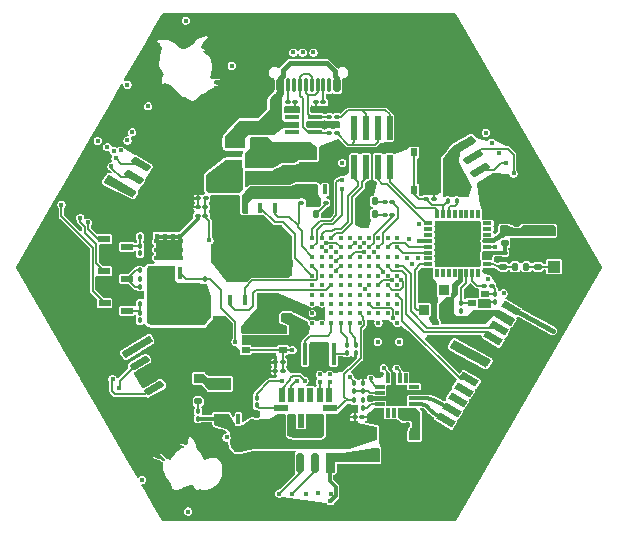
<source format=gbr>
%TF.GenerationSoftware,KiCad,Pcbnew,9.0.3*%
%TF.CreationDate,2025-09-25T19:14:03+02:00*%
%TF.ProjectId,PCB_PAPI,5043425f-5041-4504-992e-6b696361645f,rev?*%
%TF.SameCoordinates,Original*%
%TF.FileFunction,Copper,L1,Top*%
%TF.FilePolarity,Positive*%
%FSLAX46Y46*%
G04 Gerber Fmt 4.6, Leading zero omitted, Abs format (unit mm)*
G04 Created by KiCad (PCBNEW 9.0.3) date 2025-09-25 19:14:03*
%MOMM*%
%LPD*%
G01*
G04 APERTURE LIST*
G04 Aperture macros list*
%AMRoundRect*
0 Rectangle with rounded corners*
0 $1 Rounding radius*
0 $2 $3 $4 $5 $6 $7 $8 $9 X,Y pos of 4 corners*
0 Add a 4 corners polygon primitive as box body*
4,1,4,$2,$3,$4,$5,$6,$7,$8,$9,$2,$3,0*
0 Add four circle primitives for the rounded corners*
1,1,$1+$1,$2,$3*
1,1,$1+$1,$4,$5*
1,1,$1+$1,$6,$7*
1,1,$1+$1,$8,$9*
0 Add four rect primitives between the rounded corners*
20,1,$1+$1,$2,$3,$4,$5,0*
20,1,$1+$1,$4,$5,$6,$7,0*
20,1,$1+$1,$6,$7,$8,$9,0*
20,1,$1+$1,$8,$9,$2,$3,0*%
%AMRotRect*
0 Rectangle, with rotation*
0 The origin of the aperture is its center*
0 $1 length*
0 $2 width*
0 $3 Rotation angle, in degrees counterclockwise*
0 Add horizontal line*
21,1,$1,$2,0,0,$3*%
G04 Aperture macros list end*
%TA.AperFunction,SMDPad,CuDef*%
%ADD10R,0.400000X1.900000*%
%TD*%
%TA.AperFunction,SMDPad,CuDef*%
%ADD11R,0.405000X0.990000*%
%TD*%
%TA.AperFunction,SMDPad,CuDef*%
%ADD12R,0.405000X0.510000*%
%TD*%
%TA.AperFunction,SMDPad,CuDef*%
%ADD13R,2.235000X1.725000*%
%TD*%
%TA.AperFunction,SMDPad,CuDef*%
%ADD14R,0.077000X0.250000*%
%TD*%
%TA.AperFunction,SMDPad,CuDef*%
%ADD15RoundRect,0.100000X0.100000X-0.130000X0.100000X0.130000X-0.100000X0.130000X-0.100000X-0.130000X0*%
%TD*%
%TA.AperFunction,SMDPad,CuDef*%
%ADD16RoundRect,0.100000X-0.100000X0.130000X-0.100000X-0.130000X0.100000X-0.130000X0.100000X0.130000X0*%
%TD*%
%TA.AperFunction,SMDPad,CuDef*%
%ADD17R,1.000000X0.550000*%
%TD*%
%TA.AperFunction,SMDPad,CuDef*%
%ADD18R,0.650000X0.600000*%
%TD*%
%TA.AperFunction,SMDPad,CuDef*%
%ADD19R,0.350000X0.700000*%
%TD*%
%TA.AperFunction,SMDPad,CuDef*%
%ADD20RoundRect,0.147500X0.147500X0.172500X-0.147500X0.172500X-0.147500X-0.172500X0.147500X-0.172500X0*%
%TD*%
%TA.AperFunction,SMDPad,CuDef*%
%ADD21RoundRect,0.140000X0.140000X0.170000X-0.140000X0.170000X-0.140000X-0.170000X0.140000X-0.170000X0*%
%TD*%
%TA.AperFunction,SMDPad,CuDef*%
%ADD22RoundRect,0.150000X0.531218X-0.479904X0.681218X-0.220096X-0.531218X0.479904X-0.681218X0.220096X0*%
%TD*%
%TA.AperFunction,SMDPad,CuDef*%
%ADD23RoundRect,0.250000X0.870929X-0.791506X1.120929X-0.358494X-0.870929X0.791506X-1.120929X0.358494X0*%
%TD*%
%TA.AperFunction,SMDPad,CuDef*%
%ADD24RoundRect,0.150000X0.150000X0.425000X-0.150000X0.425000X-0.150000X-0.425000X0.150000X-0.425000X0*%
%TD*%
%TA.AperFunction,SMDPad,CuDef*%
%ADD25RoundRect,0.075000X0.075000X0.500000X-0.075000X0.500000X-0.075000X-0.500000X0.075000X-0.500000X0*%
%TD*%
%TA.AperFunction,SMDPad,CuDef*%
%ADD26RoundRect,0.250000X0.840000X0.750000X-0.840000X0.750000X-0.840000X-0.750000X0.840000X-0.750000X0*%
%TD*%
%TA.AperFunction,SMDPad,CuDef*%
%ADD27RoundRect,0.140000X0.170000X-0.140000X0.170000X0.140000X-0.170000X0.140000X-0.170000X-0.140000X0*%
%TD*%
%TA.AperFunction,SMDPad,CuDef*%
%ADD28RoundRect,0.100000X0.130000X0.100000X-0.130000X0.100000X-0.130000X-0.100000X0.130000X-0.100000X0*%
%TD*%
%TA.AperFunction,ComponentPad*%
%ADD29C,0.800000*%
%TD*%
%TA.AperFunction,ComponentPad*%
%ADD30C,5.000000*%
%TD*%
%TA.AperFunction,SMDPad,CuDef*%
%ADD31R,2.200000X1.050000*%
%TD*%
%TA.AperFunction,SMDPad,CuDef*%
%ADD32R,1.050000X1.000000*%
%TD*%
%TA.AperFunction,SMDPad,CuDef*%
%ADD33RoundRect,0.100000X-0.130000X-0.100000X0.130000X-0.100000X0.130000X0.100000X-0.130000X0.100000X0*%
%TD*%
%TA.AperFunction,SMDPad,CuDef*%
%ADD34RoundRect,0.150000X0.150000X0.700000X-0.150000X0.700000X-0.150000X-0.700000X0.150000X-0.700000X0*%
%TD*%
%TA.AperFunction,SMDPad,CuDef*%
%ADD35RoundRect,0.250000X0.250000X1.150000X-0.250000X1.150000X-0.250000X-1.150000X0.250000X-1.150000X0*%
%TD*%
%TA.AperFunction,SMDPad,CuDef*%
%ADD36RoundRect,0.147500X-0.147500X-0.172500X0.147500X-0.172500X0.147500X0.172500X-0.147500X0.172500X0*%
%TD*%
%TA.AperFunction,SMDPad,CuDef*%
%ADD37RoundRect,0.150000X-0.681218X-0.220096X-0.531218X-0.479904X0.681218X0.220096X0.531218X0.479904X0*%
%TD*%
%TA.AperFunction,SMDPad,CuDef*%
%ADD38RoundRect,0.250000X-1.120929X-0.358494X-0.870929X-0.791506X1.120929X0.358494X0.870929X0.791506X0*%
%TD*%
%TA.AperFunction,BGAPad,CuDef*%
%ADD39C,0.400000*%
%TD*%
%TA.AperFunction,SMDPad,CuDef*%
%ADD40R,0.750000X0.550000*%
%TD*%
%TA.AperFunction,SMDPad,CuDef*%
%ADD41R,0.500000X2.000000*%
%TD*%
%TA.AperFunction,SMDPad,CuDef*%
%ADD42R,1.085000X0.550000*%
%TD*%
%TA.AperFunction,SMDPad,CuDef*%
%ADD43RoundRect,0.147500X-0.172500X0.147500X-0.172500X-0.147500X0.172500X-0.147500X0.172500X0.147500X0*%
%TD*%
%TA.AperFunction,SMDPad,CuDef*%
%ADD44RoundRect,0.250000X-0.295000X-0.315000X0.295000X-0.315000X0.295000X0.315000X-0.295000X0.315000X0*%
%TD*%
%TA.AperFunction,SMDPad,CuDef*%
%ADD45R,0.550000X1.145000*%
%TD*%
%TA.AperFunction,SMDPad,CuDef*%
%ADD46R,1.145000X0.550000*%
%TD*%
%TA.AperFunction,SMDPad,CuDef*%
%ADD47R,0.850000X0.300000*%
%TD*%
%TA.AperFunction,SMDPad,CuDef*%
%ADD48R,0.300000X0.850000*%
%TD*%
%TA.AperFunction,SMDPad,CuDef*%
%ADD49R,1.250000X1.250000*%
%TD*%
%TA.AperFunction,SMDPad,CuDef*%
%ADD50R,2.500000X1.700000*%
%TD*%
%TA.AperFunction,SMDPad,CuDef*%
%ADD51RoundRect,0.140000X-0.170000X0.140000X-0.170000X-0.140000X0.170000X-0.140000X0.170000X0.140000X0*%
%TD*%
%TA.AperFunction,SMDPad,CuDef*%
%ADD52RotRect,0.600000X1.550000X60.000000*%
%TD*%
%TA.AperFunction,SMDPad,CuDef*%
%ADD53RotRect,1.200000X1.800000X60.000000*%
%TD*%
%TA.AperFunction,SMDPad,CuDef*%
%ADD54R,0.600000X0.650000*%
%TD*%
%TA.AperFunction,SMDPad,CuDef*%
%ADD55R,0.700000X0.350000*%
%TD*%
%TA.AperFunction,SMDPad,CuDef*%
%ADD56R,0.800000X0.300000*%
%TD*%
%TA.AperFunction,SMDPad,CuDef*%
%ADD57R,0.300000X0.800000*%
%TD*%
%TA.AperFunction,SMDPad,CuDef*%
%ADD58R,3.750000X3.750000*%
%TD*%
%TA.AperFunction,SMDPad,CuDef*%
%ADD59R,1.200000X0.400000*%
%TD*%
%TA.AperFunction,SMDPad,CuDef*%
%ADD60R,0.900000X0.900000*%
%TD*%
%TA.AperFunction,SMDPad,CuDef*%
%ADD61RoundRect,0.150000X0.681218X0.220096X0.531218X0.479904X-0.681218X-0.220096X-0.531218X-0.479904X0*%
%TD*%
%TA.AperFunction,SMDPad,CuDef*%
%ADD62RoundRect,0.250000X1.120929X0.358494X0.870929X0.791506X-1.120929X-0.358494X-0.870929X-0.791506X0*%
%TD*%
%TA.AperFunction,SMDPad,CuDef*%
%ADD63R,0.450000X0.950000*%
%TD*%
%TA.AperFunction,SMDPad,CuDef*%
%ADD64R,4.350000X3.450000*%
%TD*%
%TA.AperFunction,ComponentPad*%
%ADD65C,2.550000*%
%TD*%
%TA.AperFunction,ComponentPad*%
%ADD66C,1.500000*%
%TD*%
%TA.AperFunction,ViaPad*%
%ADD67C,0.400000*%
%TD*%
%TA.AperFunction,Conductor*%
%ADD68C,0.160000*%
%TD*%
%TA.AperFunction,Conductor*%
%ADD69C,0.300000*%
%TD*%
%TA.AperFunction,Conductor*%
%ADD70C,0.200000*%
%TD*%
%TA.AperFunction,Conductor*%
%ADD71C,0.400000*%
%TD*%
G04 APERTURE END LIST*
D10*
%TO.P,Y1,1,INPUT*%
%TO.N,/STM32/HSE_IN*%
X128703705Y-90297982D03*
%TO.P,Y1,2,GND*%
%TO.N,GND*%
X129903705Y-90297982D03*
%TO.P,Y1,3,OUTPUT*%
%TO.N,Net-(Y1-OUTPUT)*%
X131103705Y-90297982D03*
%TD*%
D11*
%TO.P,Q3,1,S_1*%
%TO.N,/BAT+*%
X116153705Y-83497982D03*
%TO.P,Q3,2,S_2*%
X116813705Y-83497982D03*
%TO.P,Q3,3,S_3*%
X117473705Y-83497982D03*
%TO.P,Q3,4,G*%
%TO.N,/BTN_A*%
X118133705Y-83497982D03*
D12*
%TO.P,Q3,5,D_1*%
%TO.N,VBAT+*%
X118133705Y-80387982D03*
%TO.P,Q3,6,D_2*%
X117473705Y-80387982D03*
%TO.P,Q3,7,D_3*%
X116813705Y-80387982D03*
%TO.P,Q3,8,D_4*%
X116153705Y-80387982D03*
D13*
%TO.P,Q3,9,D_5*%
X117143705Y-81505982D03*
D14*
%TO.P,Q3,10,D_6*%
X118299705Y-80767982D03*
%TO.P,Q3,11,D_7*%
X115987705Y-80767982D03*
%TD*%
D15*
%TO.P,R44,1*%
%TO.N,Net-(Q5-G)*%
X114730000Y-84655000D03*
%TO.P,R44,2*%
%TO.N,/GREEN*%
X114730000Y-84015000D03*
%TD*%
D16*
%TO.P,R43,1*%
%TO.N,Net-(Q4-G)*%
X114730000Y-81185000D03*
%TO.P,R43,2*%
%TO.N,/RED*%
X114730000Y-81825000D03*
%TD*%
%TO.P,R42,1*%
%TO.N,Net-(Q2-G)*%
X114730000Y-86840000D03*
%TO.P,R42,2*%
%TO.N,/BLUE*%
X114730000Y-87480000D03*
%TD*%
%TO.P,R41,1*%
%TO.N,GND*%
X114720000Y-82595000D03*
%TO.P,R41,2*%
%TO.N,Net-(Q5-G)*%
X114720000Y-83235000D03*
%TD*%
%TO.P,R40,1*%
%TO.N,GND*%
X114730000Y-79785000D03*
%TO.P,R40,2*%
%TO.N,Net-(Q4-G)*%
X114730000Y-80425000D03*
%TD*%
%TO.P,R39,1*%
%TO.N,GND*%
X114730000Y-85425000D03*
%TO.P,R39,2*%
%TO.N,Net-(Q2-G)*%
X114730000Y-86065000D03*
%TD*%
D17*
%TO.P,Q5,1,G*%
%TO.N,Net-(Q5-G)*%
X113610000Y-83980000D03*
%TO.P,Q5,2,S*%
%TO.N,GND*%
X113610000Y-82680000D03*
%TO.P,Q5,3,D*%
%TO.N,/ACCESOIRES/GREEN1*%
X111710000Y-83330000D03*
%TD*%
%TO.P,Q4,1,G*%
%TO.N,Net-(Q4-G)*%
X113610000Y-81270000D03*
%TO.P,Q4,2,S*%
%TO.N,GND*%
X113610000Y-79970000D03*
%TO.P,Q4,3,D*%
%TO.N,/ACCESOIRES/RED1*%
X111710000Y-80620000D03*
%TD*%
%TO.P,Q2,1,G*%
%TO.N,Net-(Q2-G)*%
X113630000Y-86680000D03*
%TO.P,Q2,2,S*%
%TO.N,GND*%
X113630000Y-85380000D03*
%TO.P,Q2,3,D*%
%TO.N,/ACCESOIRES/BLEU1*%
X111730000Y-86030000D03*
%TD*%
D18*
%TO.P,S1,1,NO_1*%
%TO.N,+3.3V*%
X123668705Y-88287982D03*
%TO.P,S1,2,NO_2*%
X126818705Y-88287982D03*
%TO.P,S1,3,COM_1*%
%TO.N,Net-(S1-COM_1)*%
X123668705Y-89987982D03*
%TO.P,S1,4,COM_2*%
X126818705Y-89987982D03*
D19*
%TO.P,S1,5,GND_1*%
%TO.N,GND*%
X123518705Y-89137982D03*
%TO.P,S1,6,GND_2*%
X126968705Y-89137982D03*
%TD*%
D20*
%TO.P,LEDRED1,1,K*%
%TO.N,GND*%
X130591205Y-78467982D03*
%TO.P,LEDRED1,2,A*%
%TO.N,Net-(LEDRED1-A)*%
X129621205Y-78467982D03*
%TD*%
D16*
%TO.P,R19,1*%
%TO.N,+3.3V*%
X140753705Y-76727982D03*
%TO.P,R19,2*%
%TO.N,/ESP32/BOOT1*%
X140753705Y-77367982D03*
%TD*%
D21*
%TO.P,C45,1*%
%TO.N,4.5V*%
X137943705Y-97137982D03*
%TO.P,C45,2*%
%TO.N,GND*%
X136983705Y-97137982D03*
%TD*%
D15*
%TO.P,C28,1*%
%TO.N,+3.3V*%
X146603705Y-79967982D03*
%TO.P,C28,2*%
%TO.N,GND*%
X146603705Y-79327982D03*
%TD*%
D22*
%TO.P,TOF3,1,1*%
%TO.N,+3.3V*%
X113556269Y-76415081D03*
%TO.P,TOF3,2,2*%
%TO.N,/SCL_TOF3*%
X114181269Y-75332549D03*
%TO.P,TOF3,3,3*%
%TO.N,/SDA_TOF3*%
X114806269Y-74250017D03*
%TO.P,TOF3,4,4*%
%TO.N,GND*%
X115431269Y-73167485D03*
D23*
%TO.P,TOF3,MP,MP*%
X109730083Y-76342228D03*
X113455083Y-69890338D03*
%TD*%
D24*
%TO.P,J1,A1,GND*%
%TO.N,GND*%
X132200000Y-67580000D03*
%TO.P,J1,A4,VBUS*%
%TO.N,VUSB*%
X131400000Y-67580000D03*
D25*
%TO.P,J1,A5,CC1*%
%TO.N,Net-(J1-CC1)*%
X130250000Y-67580000D03*
%TO.P,J1,A6,D+*%
%TO.N,/CONNECTOR/D+*%
X129250000Y-67580000D03*
%TO.P,J1,A7,D-*%
%TO.N,/CONNECTOR/D-*%
X128750000Y-67580000D03*
%TO.P,J1,A8*%
%TO.N,N/C*%
X127750000Y-67580000D03*
D24*
%TO.P,J1,A9,VBUS*%
%TO.N,VUSB*%
X126600000Y-67580000D03*
%TO.P,J1,A12,GND*%
%TO.N,GND*%
X125800000Y-67580000D03*
%TO.P,J1,B1,GND*%
X125800000Y-67580000D03*
%TO.P,J1,B4,VBUS*%
%TO.N,VUSB*%
X126600000Y-67580000D03*
D25*
%TO.P,J1,B5,CC2*%
%TO.N,Net-(J1-CC2)*%
X127250000Y-67580000D03*
%TO.P,J1,B6,D+*%
%TO.N,/CONNECTOR/D+*%
X128250000Y-67580000D03*
%TO.P,J1,B7,D-*%
%TO.N,/CONNECTOR/D-*%
X129750000Y-67580000D03*
%TO.P,J1,B8*%
%TO.N,N/C*%
X130750000Y-67580000D03*
D24*
%TO.P,J1,B9,VBUS*%
%TO.N,VUSB*%
X131400000Y-67580000D03*
%TO.P,J1,B12,GND*%
%TO.N,GND*%
X132200000Y-67580000D03*
D26*
%TO.P,J1,S1,SHIELD*%
X134110000Y-67005000D03*
X134110000Y-63075000D03*
X123890000Y-67005000D03*
X123890000Y-63075000D03*
%TD*%
D27*
%TO.P,C25,1*%
%TO.N,+3.3V*%
X148553705Y-79927982D03*
%TO.P,C25,2*%
%TO.N,GND*%
X148553705Y-78967982D03*
%TD*%
D28*
%TO.P,R2,1*%
%TO.N,/STM32/ADC_VBAT*%
X120258705Y-77897982D03*
%TO.P,R2,2*%
%TO.N,GND*%
X119618705Y-77897982D03*
%TD*%
D16*
%TO.P,C40,1*%
%TO.N,/ESP32/HSE_IN*%
X141913705Y-86032982D03*
%TO.P,C40,2*%
%TO.N,GND*%
X141913705Y-86672982D03*
%TD*%
D15*
%TO.P,C38,1*%
%TO.N,GND*%
X144773705Y-85930000D03*
%TO.P,C38,2*%
%TO.N,Net-(Y2-CRYSTAL__1)*%
X144773705Y-85290000D03*
%TD*%
D29*
%TO.P,H3,1,1*%
%TO.N,GND*%
X137625000Y-101186533D03*
X138174175Y-99860708D03*
X138174175Y-102512358D03*
X139500000Y-99311533D03*
D30*
X139500000Y-101186533D03*
D29*
X139500000Y-103061533D03*
X140825825Y-99860708D03*
X140825825Y-102512358D03*
X141375000Y-101186533D03*
%TD*%
D27*
%TO.P,C22,1*%
%TO.N,4.5V*%
X119650000Y-92310000D03*
%TO.P,C22,2*%
%TO.N,GND*%
X119650000Y-91350000D03*
%TD*%
D15*
%TO.P,R33,1*%
%TO.N,/BAT+*%
X120193705Y-84627982D03*
%TO.P,R33,2*%
%TO.N,/BTN_A*%
X120193705Y-83987982D03*
%TD*%
D31*
%TO.P,J2,1,1*%
%TO.N,GND*%
X151303705Y-81472982D03*
%TO.P,J2,2,2*%
X151303705Y-84422982D03*
D32*
%TO.P,J2,3,3*%
%TO.N,Net-(C29-Pad1)*%
X149778705Y-82947982D03*
%TD*%
D28*
%TO.P,C44,1*%
%TO.N,4.5V*%
X137988705Y-96327982D03*
%TO.P,C44,2*%
%TO.N,GND*%
X137348705Y-96327982D03*
%TD*%
D33*
%TO.P,R29,1*%
%TO.N,/FLASH_CS*%
X128380000Y-77517982D03*
%TO.P,R29,2*%
%TO.N,+3.3V*%
X129020000Y-77517982D03*
%TD*%
D34*
%TO.P,TOF2,1,1*%
%TO.N,+3.3V*%
X130778705Y-99547982D03*
%TO.P,TOF2,2,2*%
%TO.N,/SCL_TOF2*%
X129528705Y-99547982D03*
%TO.P,TOF2,3,3*%
%TO.N,/SDA_TOF2*%
X128278705Y-99547982D03*
%TO.P,TOF2,4,4*%
%TO.N,GND*%
X127028705Y-99547982D03*
D35*
%TO.P,TOF2,MP,MP*%
X132628705Y-102897982D03*
X125178705Y-102897982D03*
%TD*%
D36*
%TO.P,LEDBLUE1,1,K*%
%TO.N,GND*%
X133640000Y-77407982D03*
%TO.P,LEDBLUE1,2,A*%
%TO.N,Net-(LEDBLUE1-A)*%
X134610000Y-77407982D03*
%TD*%
D33*
%TO.P,R10,1*%
%TO.N,/CONNECTOR/D+*%
X130743705Y-71587982D03*
%TO.P,R10,2*%
%TO.N,/CONNECTOR/DATA+OUT*%
X131383705Y-71587982D03*
%TD*%
D27*
%TO.P,C29,1*%
%TO.N,Net-(C29-Pad1)*%
X148403705Y-82947982D03*
%TO.P,C29,2*%
%TO.N,GND*%
X148403705Y-81987982D03*
%TD*%
D28*
%TO.P,R4,1*%
%TO.N,/STM32/LED1*%
X136080000Y-77430000D03*
%TO.P,R4,2*%
%TO.N,Net-(LEDBLUE1-A)*%
X135440000Y-77430000D03*
%TD*%
D37*
%TO.P,TOF1,1,1*%
%TO.N,+3.3V*%
X142277455Y-72549184D03*
%TO.P,TOF1,2,2*%
%TO.N,/SCL_TOF1*%
X142902455Y-73631716D03*
%TO.P,TOF1,3,3*%
%TO.N,/SDA_TOF1*%
X143527455Y-74714248D03*
%TO.P,TOF1,4,4*%
%TO.N,GND*%
X144152455Y-75796780D03*
D38*
%TO.P,TOF1,MP,MP*%
X144253641Y-69272037D03*
X147978641Y-75723927D03*
%TD*%
D39*
%TO.P,U1,A1,PC14*%
%TO.N,unconnected-(U1-PC14-PadA1)*%
X129303705Y-87697982D03*
%TO.P,U1,A2,PC13*%
%TO.N,unconnected-(U1-PC13-PadA2)*%
X129303705Y-86897982D03*
%TO.P,U1,A3,PE2*%
%TO.N,/ACCEL_CLK*%
X129303705Y-86097982D03*
%TO.P,U1,A4,PB9*%
%TO.N,/SDA_TOF2*%
X129303705Y-85297982D03*
%TO.P,U1,A5,PB7*%
%TO.N,/LIDAR_PWM*%
X129303705Y-84497982D03*
%TO.P,U1,A6,PB4*%
%TO.N,/FLASH_MISO*%
X129303705Y-83697982D03*
%TO.P,U1,A7,PB3*%
%TO.N,/FLASH_CLK*%
X129303705Y-82897982D03*
%TO.P,U1,A8,PA15*%
%TO.N,/FLASH_CS*%
X129303705Y-82097982D03*
%TO.P,U1,A9,PA14*%
%TO.N,/SWCLK*%
X129303705Y-81297982D03*
%TO.P,U1,A10,PA13*%
%TO.N,/SWDIO*%
X129303705Y-80497982D03*
%TO.P,U1,B1,PC15*%
%TO.N,unconnected-(U1-PC15-PadB1)*%
X130103705Y-87697982D03*
%TO.P,U1,B2,VBAT*%
%TO.N,+3.3V*%
X130103705Y-86897982D03*
%TO.P,U1,B3,PE3*%
%TO.N,unconnected-(U1-PE3-PadB3)*%
X130103705Y-86097982D03*
%TO.P,U1,B4,PB8*%
%TO.N,/SCL_TOF2*%
X130103705Y-85297982D03*
%TO.P,U1,B5,PB6*%
%TO.N,unconnected-(U1-PB6-PadB5)*%
X130103705Y-84497982D03*
%TO.P,U1,B6,PD5*%
%TO.N,/BLUE*%
X130103705Y-83697982D03*
%TO.P,U1,B7,PD2*%
%TO.N,/GREEN*%
X130103705Y-82897982D03*
%TO.P,U1,B8,PC11*%
%TO.N,/STM32/ADC_VBAT*%
X130103705Y-82097982D03*
%TO.P,U1,B9,PC10*%
%TO.N,unconnected-(U1-PC10-PadB9)*%
X130103705Y-81297982D03*
%TO.P,U1,B10,PA12*%
%TO.N,/D+STM32*%
X130103705Y-80497982D03*
%TO.P,U1,C1,PH0*%
%TO.N,/STM32/HSE_IN*%
X130903705Y-87697982D03*
%TO.P,U1,C2,VSS*%
%TO.N,GND*%
X130903705Y-86897982D03*
%TO.P,U1,C3,PE4*%
%TO.N,unconnected-(U1-PE4-PadC3)*%
X130903705Y-86097982D03*
%TO.P,U1,C4,PE1*%
%TO.N,/STM32/Tx8_LIDAR*%
X130903705Y-85297982D03*
%TO.P,U1,C5,PB5*%
%TO.N,/FLASH_MOSI*%
X130903705Y-84497982D03*
%TO.P,U1,C6,PD6*%
%TO.N,unconnected-(U1-PD6-PadC6)*%
X130903705Y-83697982D03*
%TO.P,U1,C7,PD3*%
%TO.N,/RED*%
X130903705Y-82897982D03*
%TO.P,U1,C8,PC12*%
%TO.N,unconnected-(U1-PC12-PadC8)*%
X130903705Y-82097982D03*
%TO.P,U1,C9,PA9*%
%TO.N,unconnected-(U1-PA9-PadC9)*%
X130903705Y-81297982D03*
%TO.P,U1,C10,PA11*%
%TO.N,/D-STM32*%
X130903705Y-80497982D03*
%TO.P,U1,D1,PH1*%
%TO.N,/STM32/HSE_OUT*%
X131703705Y-87697982D03*
%TO.P,U1,D2,VDD*%
%TO.N,+3.3V*%
X131703705Y-86897982D03*
%TO.P,U1,D3,PE5*%
%TO.N,/ACCEL_MISO*%
X131703705Y-86097982D03*
%TO.P,U1,D4,PE0*%
%TO.N,/RX_LIDAR*%
X131703705Y-85297982D03*
%TO.P,U1,D5,BOOT0*%
%TO.N,Net-(S1-COM_1)*%
X131703705Y-84497982D03*
%TO.P,U1,D6,PD7*%
%TO.N,unconnected-(U1-PD7-PadD6)*%
X131703705Y-83697982D03*
%TO.P,U1,D7,PD4*%
%TO.N,/SAI_FS*%
X131703705Y-82897982D03*
%TO.P,U1,D8,PD0*%
%TO.N,/SAI_CLK*%
X131703705Y-82097982D03*
%TO.P,U1,D9,PA8*%
%TO.N,/SCL_TOF3*%
X131703705Y-81297982D03*
%TO.P,U1,D10,PA10*%
%TO.N,/GPIO_MOT3*%
X131703705Y-80497982D03*
%TO.P,U1,E1,NRST*%
%TO.N,/NRST*%
X132503705Y-87697982D03*
%TO.P,U1,E2,PC2_C*%
%TO.N,/ACCEL_INT2*%
X132503705Y-86897982D03*
%TO.P,U1,E3,PE6*%
%TO.N,/ACCEL_MOSI*%
X132503705Y-86097982D03*
%TO.P,U1,E4,VSS*%
%TO.N,GND*%
X132503705Y-85297982D03*
%TO.P,U1,E5,VSS*%
X132503705Y-84497982D03*
%TO.P,U1,E6,VSS*%
X132503705Y-83697982D03*
%TO.P,U1,E7,VCAP*%
%TO.N,Net-(C7-Pad1)*%
X132503705Y-82897982D03*
%TO.P,U1,E8,PD1*%
%TO.N,/SAI_SD*%
X132503705Y-82097982D03*
%TO.P,U1,E9,PC9*%
%TO.N,/SDA_TOF3*%
X132503705Y-81297982D03*
%TO.P,U1,E10,PC7*%
%TO.N,/RX_MOT3*%
X132503705Y-80497982D03*
%TO.P,U1,F1,PC0*%
%TO.N,/ACCEL_INT1*%
X133303705Y-87697982D03*
%TO.P,U1,F2,PC1*%
%TO.N,/ACCEL_CS*%
X133303705Y-86897982D03*
%TO.P,U1,F3,PC3_C*%
%TO.N,unconnected-(U1-PC3_C-PadF3)*%
X133303705Y-86097982D03*
%TO.P,U1,F4,VDDLDO*%
%TO.N,+3.3V*%
X133303705Y-85297982D03*
%TO.P,U1,F5,VDD*%
X133303705Y-84497982D03*
%TO.P,U1,F6,VDD33_USB*%
X133303705Y-83697982D03*
%TO.P,U1,F7,PDR_ON*%
%TO.N,unconnected-(U1-PDR_ON-PadF7)*%
X133303705Y-82897982D03*
%TO.P,U1,F8,VCAP*%
%TO.N,Net-(C10-Pad1)*%
X133303705Y-82097982D03*
%TO.P,U1,F9,PC8*%
%TO.N,unconnected-(U1-PC8-PadF9)*%
X133303705Y-81297982D03*
%TO.P,U1,F10,PC6*%
%TO.N,/TX_MOT3*%
X133303705Y-80497982D03*
%TO.P,U1,G1,VSSA*%
%TO.N,GND*%
X134103705Y-87697982D03*
%TO.P,U1,G2,PA0*%
%TO.N,/TX_MOT2*%
X134103705Y-86897982D03*
%TO.P,U1,G3,PA4*%
%TO.N,/AMPLI_SD_MODE*%
X134103705Y-86097982D03*
%TO.P,U1,G4,PC4*%
%TO.N,unconnected-(U1-PC4-PadG4)*%
X134103705Y-85297982D03*
%TO.P,U1,G5,PB2*%
%TO.N,unconnected-(U1-PB2-PadG5)*%
X134103705Y-84497982D03*
%TO.P,U1,G6,PE10*%
%TO.N,unconnected-(U1-PE10-PadG6)*%
X134103705Y-83697982D03*
%TO.P,U1,G7,PE14*%
%TO.N,unconnected-(U1-PE14-PadG7)*%
X134103705Y-82897982D03*
%TO.P,U1,G8,PD15*%
%TO.N,unconnected-(U1-PD15-PadG8)*%
X134103705Y-82097982D03*
%TO.P,U1,G9,PD11*%
%TO.N,/STM32/LED0*%
X134103705Y-81297982D03*
%TO.P,U1,G10,PB15*%
%TO.N,/RX_MOT1*%
X134103705Y-80497982D03*
%TO.P,U1,H1,VDDA*%
%TO.N,+3.3V*%
X134903705Y-87697982D03*
%TO.P,U1,H2,PA1*%
%TO.N,/RX_MOT2*%
X134903705Y-86897982D03*
%TO.P,U1,H3,PA5*%
%TO.N,unconnected-(U1-PA5-PadH3)*%
X134903705Y-86097982D03*
%TO.P,U1,H4,PC5*%
%TO.N,unconnected-(U1-PC5-PadH4)*%
X134903705Y-85297982D03*
%TO.P,U1,H5,PE7*%
%TO.N,/RX_SUP*%
X134903705Y-84497982D03*
%TO.P,U1,H6,PE11*%
%TO.N,unconnected-(U1-PE11-PadH6)*%
X134903705Y-83697982D03*
%TO.P,U1,H7,PE15*%
%TO.N,/GND_CONTROl_GPIO*%
X134903705Y-82897982D03*
%TO.P,U1,H8,PD14*%
%TO.N,unconnected-(U1-PD14-PadH8)*%
X134903705Y-82097982D03*
%TO.P,U1,H9,PD10*%
%TO.N,/STM32/LED1*%
X134903705Y-81297982D03*
%TO.P,U1,H10,PB14*%
%TO.N,/TX_MOT1*%
X134903705Y-80497982D03*
%TO.P,U1,J1,VSS*%
%TO.N,GND*%
X135703705Y-87697982D03*
%TO.P,U1,J2,PA2*%
%TO.N,unconnected-(U1-PA2-PadJ2)*%
X135703705Y-86897982D03*
%TO.P,U1,J3,PA6*%
%TO.N,unconnected-(U1-PA6-PadJ3)*%
X135703705Y-86097982D03*
%TO.P,U1,J4,PB0*%
%TO.N,unconnected-(U1-PB0-PadJ4)*%
X135703705Y-85297982D03*
%TO.P,U1,J5,PE8*%
%TO.N,/TX_SUP*%
X135703705Y-84497982D03*
%TO.P,U1,J6,PE12*%
%TO.N,unconnected-(U1-PE12-PadJ6)*%
X135703705Y-83697982D03*
%TO.P,U1,J7,PB10*%
%TO.N,/SCL_OLED*%
X135703705Y-82897982D03*
%TO.P,U1,J8,PB13*%
%TO.N,unconnected-(U1-PB13-PadJ8)*%
X135703705Y-82097982D03*
%TO.P,U1,J9,PD9*%
%TO.N,/ESP32_TX*%
X135703705Y-81297982D03*
%TO.P,U1,J10,PD13*%
%TO.N,/SDA_TOF1*%
X135703705Y-80497982D03*
%TO.P,U1,K1,VDD*%
%TO.N,+3.3V*%
X136503705Y-87697982D03*
%TO.P,U1,K2,PA3*%
%TO.N,/GPIO_MOT2*%
X136503705Y-86897982D03*
%TO.P,U1,K3,PA7*%
%TO.N,unconnected-(U1-PA7-PadK3)*%
X136503705Y-86097982D03*
%TO.P,U1,K4,PB1*%
%TO.N,/LED_TIM*%
X136503705Y-85297982D03*
%TO.P,U1,K5,PE9*%
%TO.N,unconnected-(U1-PE9-PadK5)*%
X136503705Y-84497982D03*
%TO.P,U1,K6,PE13*%
%TO.N,unconnected-(U1-PE13-PadK6)*%
X136503705Y-83697982D03*
%TO.P,U1,K7,PB11*%
%TO.N,/SDA_OLED*%
X136503705Y-82897982D03*
%TO.P,U1,K8,PB12*%
%TO.N,/GPIO_MOT1*%
X136503705Y-82097982D03*
%TO.P,U1,K9,PD8*%
%TO.N,/ESP32_RX*%
X136503705Y-81297982D03*
%TO.P,U1,K10,PD12*%
%TO.N,/SCL_TOF1*%
X136503705Y-80497982D03*
%TD*%
D29*
%TO.P,H3,1,1*%
%TO.N,GND*%
X106125000Y-83000000D03*
X106674175Y-81674175D03*
X106674175Y-84325825D03*
X108000000Y-81125000D03*
D30*
X108000000Y-83000000D03*
D29*
X108000000Y-84875000D03*
X109325825Y-81674175D03*
X109325825Y-84325825D03*
X109875000Y-83000000D03*
%TD*%
D28*
%TO.P,R3,1*%
%TO.N,/STM32/LED0*%
X136070000Y-78527982D03*
%TO.P,R3,2*%
%TO.N,Net-(LEDGREEN1-A)*%
X135430000Y-78527982D03*
%TD*%
%TO.P,C1,1*%
%TO.N,/STM32/ADC_VBAT*%
X120268705Y-77167982D03*
%TO.P,C1,2*%
%TO.N,GND*%
X119628705Y-77167982D03*
%TD*%
%TO.P,C39,1*%
%TO.N,+3.3V*%
X140420000Y-87647982D03*
%TO.P,C39,2*%
%TO.N,GND*%
X139780000Y-87647982D03*
%TD*%
D40*
%TO.P,Y2,1,CRYSTAL__1*%
%TO.N,Net-(Y2-CRYSTAL__1)*%
X143913705Y-85252982D03*
%TO.P,Y2,2,GND_1*%
%TO.N,GND*%
X142813705Y-85252982D03*
%TO.P,Y2,3,CRYSTAL__2*%
%TO.N,/ESP32/HSE_IN*%
X142813705Y-86002982D03*
%TO.P,Y2,4,GND_2*%
%TO.N,GND*%
X143913705Y-86002982D03*
%TD*%
D41*
%TO.P,USBJUMP1,1,Pin_1*%
%TO.N,/D+STM32*%
X132853705Y-74497982D03*
%TO.P,USBJUMP1,2,Pin_2*%
%TO.N,/CONNECTOR/DATA+OUT*%
X132853705Y-71197982D03*
%TO.P,USBJUMP1,3,Pin_3*%
%TO.N,/D-STM32*%
X133853705Y-74497982D03*
%TO.P,USBJUMP1,4,Pin_4*%
%TO.N,/CONNECTOR/DATA-OUT*%
X133853705Y-71197982D03*
%TO.P,USBJUMP1,5,Pin_5*%
%TO.N,/D+ESP32*%
X134853705Y-74497982D03*
%TO.P,USBJUMP1,6,Pin_6*%
%TO.N,/CONNECTOR/DATA+OUT*%
X134853705Y-71197982D03*
%TO.P,USBJUMP1,7,Pin_7*%
%TO.N,/D-ESP32*%
X135853705Y-74497982D03*
%TO.P,USBJUMP1,8,Pin_8*%
%TO.N,/CONNECTOR/DATA-OUT*%
X135853705Y-71197982D03*
%TD*%
D16*
%TO.P,R31,1*%
%TO.N,GND*%
X133583705Y-92807982D03*
%TO.P,R31,2*%
%TO.N,Net-(IC6-GAIN_SLOT)*%
X133583705Y-93447982D03*
%TD*%
D42*
%TO.P,D3,1,K*%
%TO.N,4.5V*%
X124983705Y-72397982D03*
%TO.P,D3,2,A*%
%TO.N,VUSB*%
X122703705Y-72397982D03*
%TD*%
%TO.P,D2,1,K*%
%TO.N,4.5V*%
X124943705Y-74297982D03*
%TO.P,D2,2,A*%
%TO.N,+5V*%
X122663705Y-74297982D03*
%TD*%
D43*
%TO.P,LEDRED2,1,K*%
%TO.N,GND*%
X119640000Y-93375000D03*
%TO.P,LEDRED2,2,A*%
%TO.N,Net-(LEDRED2-A)*%
X119640000Y-94345000D03*
%TD*%
D44*
%TO.P,C43,1*%
%TO.N,3.3VSENSOR*%
X134273705Y-97100000D03*
%TO.P,C43,2*%
%TO.N,GND*%
X135703705Y-97100000D03*
%TD*%
D28*
%TO.P,C42,1*%
%TO.N,GND*%
X133543705Y-95687982D03*
%TO.P,C42,2*%
%TO.N,3.3VSENSOR*%
X132903705Y-95687982D03*
%TD*%
D45*
%TO.P,IC5,1,VDD_I/O*%
%TO.N,3.3VSENSOR*%
X126743705Y-95993982D03*
%TO.P,IC5,2,GND_1*%
%TO.N,GND*%
X127543705Y-95993982D03*
%TO.P,IC5,3,RESERVED_1*%
%TO.N,unconnected-(IC5-RESERVED_1-Pad3)*%
X128343705Y-95993982D03*
%TO.P,IC5,4,GND_2*%
%TO.N,GND*%
X129143705Y-95993982D03*
%TO.P,IC5,5,GND_3*%
X129943705Y-95993982D03*
%TO.P,IC5,6,VS*%
%TO.N,3.3VSENSOR*%
X130743705Y-95993982D03*
D46*
%TO.P,IC5,7,~{CS}*%
%TO.N,/ACCEL_CS*%
X130841705Y-94895982D03*
D45*
%TO.P,IC5,8,INT1*%
%TO.N,Net-(IC5-INT1)*%
X130743705Y-93797982D03*
%TO.P,IC5,9,INT2*%
%TO.N,Net-(IC5-INT2)*%
X129943705Y-93797982D03*
%TO.P,IC5,10,NC*%
%TO.N,unconnected-(IC5-NC-Pad10)*%
X129143705Y-93797982D03*
%TO.P,IC5,11,RESERVED_2*%
%TO.N,unconnected-(IC5-RESERVED_2-Pad11)*%
X128343705Y-93797982D03*
%TO.P,IC5,12,SDO/ALT_ADDRESS*%
%TO.N,/ACCEL_MISO*%
X127543705Y-93797982D03*
%TO.P,IC5,13,SDA/SDI/SDIO*%
%TO.N,/ACCEL_MOSI*%
X126743705Y-93797982D03*
D46*
%TO.P,IC5,14,SCL/SCLK*%
%TO.N,Net-(IC5-SCL{slash}SCLK)*%
X126645705Y-94895982D03*
%TD*%
D29*
%TO.P,H3,1,1*%
%TO.N,GND*%
X137625000Y-64813467D03*
X138174175Y-63487642D03*
X138174175Y-66139292D03*
X139500000Y-62938467D03*
D30*
X139500000Y-64813467D03*
D29*
X139500000Y-66688467D03*
X140825825Y-63487642D03*
X140825825Y-66139292D03*
X141375000Y-64813467D03*
%TD*%
D47*
%TO.P,IC6,1,DIN*%
%TO.N,/SAI_SD*%
X135003705Y-93097982D03*
%TO.P,IC6,2,GAIN_SLOT*%
%TO.N,Net-(IC6-GAIN_SLOT)*%
X135003705Y-93597982D03*
%TO.P,IC6,3,GND_1*%
%TO.N,GND*%
X135003705Y-94097982D03*
%TO.P,IC6,4,~{SD_MODE}*%
%TO.N,Net-(IC6-~{SD_MODE})*%
X135003705Y-94597982D03*
D48*
%TO.P,IC6,5,N.C._1*%
%TO.N,unconnected-(IC6-N.C._1-Pad5)*%
X135703705Y-95297982D03*
%TO.P,IC6,6,N.C._2*%
%TO.N,unconnected-(IC6-N.C._2-Pad6)*%
X136203705Y-95297982D03*
%TO.P,IC6,7,VDD_1*%
%TO.N,4.5V*%
X136703705Y-95297982D03*
%TO.P,IC6,8,VDD_2*%
X137203705Y-95297982D03*
D47*
%TO.P,IC6,9,OUTP*%
%TO.N,/HP+*%
X137903705Y-94597982D03*
%TO.P,IC6,10,OUTN*%
%TO.N,/HP-*%
X137903705Y-94097982D03*
%TO.P,IC6,11,GND_2*%
%TO.N,GND*%
X137903705Y-93597982D03*
%TO.P,IC6,12,N.C._3*%
%TO.N,unconnected-(IC6-N.C._3-Pad12)*%
X137903705Y-93097982D03*
D48*
%TO.P,IC6,13,N.C._4*%
%TO.N,unconnected-(IC6-N.C._4-Pad13)*%
X137203705Y-92397982D03*
%TO.P,IC6,14,LRCLK*%
%TO.N,/SAI_FS*%
X136703705Y-92397982D03*
%TO.P,IC6,15,GND_3*%
%TO.N,GND*%
X136203705Y-92397982D03*
%TO.P,IC6,16,BCLK*%
%TO.N,/SAI_CLK*%
X135703705Y-92397982D03*
D49*
%TO.P,IC6,17,GND_4*%
%TO.N,GND*%
X136453705Y-93847982D03*
%TD*%
D33*
%TO.P,R9,1*%
%TO.N,/CONNECTOR/D-*%
X130743705Y-70287982D03*
%TO.P,R9,2*%
%TO.N,/CONNECTOR/DATA-OUT*%
X131383705Y-70287982D03*
%TD*%
D48*
%TO.P,IC3,1,GND*%
%TO.N,GND*%
X123025000Y-92940000D03*
%TO.P,IC3,2,EN*%
%TO.N,4.5V*%
X122075000Y-92940000D03*
%TO.P,IC3,3,VIN*%
X121125000Y-92940000D03*
%TO.P,IC3,4,VOUT*%
%TO.N,3.3VSENSOR*%
X121125000Y-95840000D03*
%TO.P,IC3,5,VSENSE*%
X122075000Y-95840000D03*
%TO.P,IC3,6,ADJ/NC*%
%TO.N,unconnected-(IC3-ADJ{slash}NC-Pad6)*%
X123025000Y-95840000D03*
D50*
%TO.P,IC3,7,EP*%
%TO.N,GND*%
X122075000Y-94390000D03*
%TD*%
D33*
%TO.P,R17,1*%
%TO.N,+3.3V*%
X129783705Y-77517982D03*
%TO.P,R17,2*%
%TO.N,Net-(LEDRED1-A)*%
X130423705Y-77517982D03*
%TD*%
D27*
%TO.P,C26,1*%
%TO.N,+3.3V*%
X147503705Y-79927982D03*
%TO.P,C26,2*%
%TO.N,GND*%
X147503705Y-78967982D03*
%TD*%
D43*
%TO.P,L2,1*%
%TO.N,+3.3V*%
X145600000Y-79965000D03*
%TO.P,L2,2*%
%TO.N,Net-(IC4-VDDA3P3_1)*%
X145600000Y-80935000D03*
%TD*%
D51*
%TO.P,C21,1*%
%TO.N,4.5V*%
X127103705Y-73687982D03*
%TO.P,C21,2*%
%TO.N,GND*%
X127103705Y-74647982D03*
%TD*%
D16*
%TO.P,R30,1*%
%TO.N,/AMPLI_SD_MODE*%
X133573705Y-94237982D03*
%TO.P,R30,2*%
%TO.N,Net-(IC6-~{SD_MODE})*%
X133573705Y-94877982D03*
%TD*%
D33*
%TO.P,R1,1*%
%TO.N,VBAT+*%
X119618705Y-78627982D03*
%TO.P,R1,2*%
%TO.N,/STM32/ADC_VBAT*%
X120258705Y-78627982D03*
%TD*%
D52*
%TO.P,J5,1,1*%
%TO.N,/HP+*%
X140607965Y-95942917D03*
%TO.P,J5,2,2*%
%TO.N,/HP-*%
X141107965Y-95076891D03*
%TO.P,J5,3,3*%
%TO.N,/RX_SUP*%
X141607965Y-94210866D03*
%TO.P,J5,4,4*%
%TO.N,/TX_SUP*%
X142107965Y-93344841D03*
%TO.P,J5,5,5*%
%TO.N,/LED_TIM*%
X142607965Y-92478815D03*
%TO.P,J5,6,6*%
%TO.N,GND*%
X143107965Y-91612790D03*
%TO.P,J5,7,7*%
%TO.N,4.5V*%
X143607965Y-90746764D03*
%TO.P,J5,8,8*%
%TO.N,GND*%
X144107965Y-89880739D03*
%TO.P,J5,9,9*%
%TO.N,/SCL_OLED*%
X144607965Y-89014713D03*
%TO.P,J5,10,10*%
%TO.N,/SDA_OLED*%
X145107965Y-88148688D03*
%TO.P,J5,11,11*%
%TO.N,+3.3V*%
X145607965Y-87282663D03*
%TO.P,J5,12,12*%
%TO.N,/GND_CONTROLLED*%
X146107965Y-86416637D03*
D53*
%TO.P,J5,13,MP1*%
%TO.N,GND*%
X143313813Y-99006250D03*
%TO.P,J5,14,MP2*%
X150113813Y-87228304D03*
%TD*%
D54*
%TO.P,S2,1,NO_1*%
%TO.N,/ESP32/BOOT1*%
X137916205Y-76422982D03*
%TO.P,S2,2,NO_2*%
X137916205Y-73272982D03*
%TO.P,S2,3,COM_1*%
%TO.N,GND*%
X139616205Y-76422982D03*
%TO.P,S2,4,COM_2*%
X139616205Y-73272982D03*
D55*
%TO.P,S2,5,GND_1*%
X138766205Y-76572982D03*
%TO.P,S2,6,GND_2*%
X138766205Y-73122982D03*
%TD*%
D56*
%TO.P,IC4,1,ANT*%
%TO.N,Net-(IC4-ANT)*%
X144103705Y-82747982D03*
%TO.P,IC4,2,VDDA3P3_1*%
%TO.N,Net-(IC4-VDDA3P3_1)*%
X144103705Y-82247982D03*
%TO.P,IC4,3,VDDA3P3_2*%
X144103705Y-81747982D03*
%TO.P,IC4,4,CHIP_PU*%
%TO.N,/ESP32/CHIP_PU*%
X144103705Y-81247982D03*
%TO.P,IC4,5,VDDPST1*%
%TO.N,+3.3V*%
X144103705Y-80747982D03*
%TO.P,IC4,6,XTAL_32K_P*%
%TO.N,unconnected-(IC4-XTAL_32K_P-Pad6)*%
X144103705Y-80247982D03*
%TO.P,IC4,7,XTAL_32K_N*%
%TO.N,unconnected-(IC4-XTAL_32K_N-Pad7)*%
X144103705Y-79747982D03*
%TO.P,IC4,8,GPIO2*%
%TO.N,unconnected-(IC4-GPIO2-Pad8)*%
X144103705Y-79247982D03*
D57*
%TO.P,IC4,9,GPIO3*%
%TO.N,unconnected-(IC4-GPIO3-Pad9)*%
X143353705Y-78497982D03*
%TO.P,IC4,10,MTMS*%
%TO.N,unconnected-(IC4-MTMS-Pad10)*%
X142853705Y-78497982D03*
%TO.P,IC4,11,MTDI*%
%TO.N,unconnected-(IC4-MTDI-Pad11)*%
X142353705Y-78497982D03*
%TO.P,IC4,12,MTCK*%
%TO.N,unconnected-(IC4-MTCK-Pad12)*%
X141853705Y-78497982D03*
%TO.P,IC4,13,MTDO*%
%TO.N,unconnected-(IC4-MTDO-Pad13)*%
X141353705Y-78497982D03*
%TO.P,IC4,14,GPIO8*%
%TO.N,/ESP32/BOOT0*%
X140853705Y-78497982D03*
%TO.P,IC4,15,GPIO9*%
%TO.N,/ESP32/BOOT1*%
X140353705Y-78497982D03*
%TO.P,IC4,16,GPIO12*%
%TO.N,/D-ESP32*%
X139853705Y-78497982D03*
D56*
%TO.P,IC4,17,GPIO13*%
%TO.N,/D+ESP32*%
X139103705Y-79247982D03*
%TO.P,IC4,18,GPIO14*%
%TO.N,unconnected-(IC4-GPIO14-Pad18)*%
X139103705Y-79747982D03*
%TO.P,IC4,19,GPIO15*%
%TO.N,unconnected-(IC4-GPIO15-Pad19)*%
X139103705Y-80247982D03*
%TO.P,IC4,20,VDDPST2*%
%TO.N,+3.3V*%
X139103705Y-80747982D03*
%TO.P,IC4,21,U0TXD*%
%TO.N,/ESP32_TX*%
X139103705Y-81247982D03*
%TO.P,IC4,22,U0RXD*%
%TO.N,/ESP32_RX*%
X139103705Y-81747982D03*
%TO.P,IC4,23,SDIO_CMD*%
%TO.N,unconnected-(IC4-SDIO_CMD-Pad23)*%
X139103705Y-82247982D03*
%TO.P,IC4,24,SDIO_CLK*%
%TO.N,/ESP32/LEDPWM*%
X139103705Y-82747982D03*
D57*
%TO.P,IC4,25,SDIO_DATA0*%
%TO.N,unconnected-(IC4-SDIO_DATA0-Pad25)*%
X139853705Y-83497982D03*
%TO.P,IC4,26,SDIO_DATA1*%
%TO.N,unconnected-(IC4-SDIO_DATA1-Pad26)*%
X140353705Y-83497982D03*
%TO.P,IC4,27,SDIO_DATA2*%
%TO.N,unconnected-(IC4-SDIO_DATA2-Pad27)*%
X140853705Y-83497982D03*
%TO.P,IC4,28,SDIO_DATA3*%
%TO.N,unconnected-(IC4-SDIO_DATA3-Pad28)*%
X141353705Y-83497982D03*
%TO.P,IC4,29,VDDA1*%
%TO.N,+3.3V*%
X141853705Y-83497982D03*
%TO.P,IC4,30,XTAL_N*%
%TO.N,/ESP32/HSE_IN*%
X142353705Y-83497982D03*
%TO.P,IC4,31,XTAL_P*%
%TO.N,/ESP32/HSE_OUT*%
X142853705Y-83497982D03*
%TO.P,IC4,32,VDDA2*%
%TO.N,+3.3V*%
X143353705Y-83497982D03*
D58*
%TO.P,IC4,33,GND*%
%TO.N,GND*%
X141603705Y-80997982D03*
%TD*%
D59*
%TO.P,D1,1,I/O_1*%
%TO.N,/CONNECTOR/D+*%
X129510000Y-71580000D03*
%TO.P,D1,2,GND*%
%TO.N,GND*%
X129510000Y-70930000D03*
%TO.P,D1,3,I/O_2*%
%TO.N,/CONNECTOR/D-*%
X129510000Y-70280000D03*
%TO.P,D1,4,I/O_3*%
%TO.N,unconnected-(D1-I{slash}O_3-Pad4)*%
X127610000Y-70280000D03*
%TO.P,D1,5,VDD*%
%TO.N,VUSB*%
X127610000Y-70930000D03*
%TO.P,D1,6,I/O_4*%
%TO.N,unconnected-(D1-I{slash}O_4-Pad6)*%
X127610000Y-71580000D03*
%TD*%
D60*
%TO.P,LED1,1,DOUT*%
%TO.N,unconnected-(LED1-DOUT-Pad1)*%
X140453705Y-84897982D03*
%TO.P,LED1,2,VDD*%
%TO.N,+3.3V*%
X140453705Y-86597982D03*
%TO.P,LED1,3,DIN*%
%TO.N,/ESP32/LEDPWM*%
X138753705Y-86597982D03*
%TO.P,LED1,4,GND*%
%TO.N,GND*%
X138753705Y-84897982D03*
%TD*%
D16*
%TO.P,R20,1*%
%TO.N,+3.3V*%
X141553705Y-76727982D03*
%TO.P,R20,2*%
%TO.N,/ESP32/BOOT0*%
X141553705Y-77367982D03*
%TD*%
D61*
%TO.P,LIDAR1,1,1*%
%TO.N,/LIDAR_PWM*%
X115929955Y-93246780D03*
%TO.P,LIDAR1,2,2*%
%TO.N,GND*%
X115304955Y-92164248D03*
%TO.P,LIDAR1,3,3*%
%TO.N,/RX_LIDAR*%
X114679955Y-91081716D03*
%TO.P,LIDAR1,4,4*%
%TO.N,+5V*%
X114054955Y-89999184D03*
D62*
%TO.P,LIDAR1,MP,MP*%
%TO.N,GND*%
X113953769Y-96523927D03*
X110228769Y-90072037D03*
%TD*%
D33*
%TO.P,C5,1*%
%TO.N,GND*%
X126170000Y-91747982D03*
%TO.P,C5,2*%
%TO.N,Net-(S1-COM_1)*%
X126810000Y-91747982D03*
%TD*%
D63*
%TO.P,IC7,1,~{CS}*%
%TO.N,/FLASH_CS*%
X126153705Y-77947982D03*
%TO.P,IC7,2,DO_(IO1)*%
%TO.N,/FLASH_MISO*%
X124883705Y-77947982D03*
%TO.P,IC7,3,~{WP_(IO2)}*%
%TO.N,+3.3V*%
X123613705Y-77947982D03*
%TO.P,IC7,4,GND*%
%TO.N,GND*%
X122343705Y-77947982D03*
%TO.P,IC7,5,DI_(IO0)*%
%TO.N,/FLASH_MOSI*%
X122343705Y-85747982D03*
%TO.P,IC7,6,CLK*%
%TO.N,/FLASH_CLK*%
X123613705Y-85747982D03*
%TO.P,IC7,7,~{HOLD_OR_RESET_(IO3)}*%
%TO.N,+3.3V*%
X124883705Y-85747982D03*
%TO.P,IC7,8,VCC*%
X126153705Y-85747982D03*
D64*
%TO.P,IC7,9,EP*%
%TO.N,GND*%
X124248705Y-81847982D03*
%TD*%
D15*
%TO.P,C9,1*%
%TO.N,GND*%
X132963705Y-90230000D03*
%TO.P,C9,2*%
%TO.N,/NRST*%
X132963705Y-89590000D03*
%TD*%
D51*
%TO.P,C32,1*%
%TO.N,Net-(IC4-ANT)*%
X145483705Y-82947982D03*
%TO.P,C32,2*%
%TO.N,GND*%
X145483705Y-83907982D03*
%TD*%
D28*
%TO.P,R6,1*%
%TO.N,Net-(S1-COM_1)*%
X126820000Y-91047982D03*
%TO.P,R6,2*%
%TO.N,GND*%
X126180000Y-91047982D03*
%TD*%
D15*
%TO.P,R18,1*%
%TO.N,3.3VSENSOR*%
X119640000Y-95820000D03*
%TO.P,R18,2*%
%TO.N,Net-(LEDRED2-A)*%
X119640000Y-95180000D03*
%TD*%
D48*
%TO.P,IC2,1,GND*%
%TO.N,GND*%
X130403705Y-73497982D03*
%TO.P,IC2,2,EN*%
%TO.N,4.5V*%
X129453705Y-73497982D03*
%TO.P,IC2,3,VIN*%
X128503705Y-73497982D03*
%TO.P,IC2,4,VOUT*%
%TO.N,+3.3V*%
X128503705Y-76397982D03*
%TO.P,IC2,5,VSENSE*%
X129453705Y-76397982D03*
%TO.P,IC2,6,ADJ/NC*%
%TO.N,unconnected-(IC2-ADJ{slash}NC-Pad6)*%
X130403705Y-76397982D03*
D50*
%TO.P,IC2,7,EP*%
%TO.N,GND*%
X129453705Y-74947982D03*
%TD*%
D36*
%TO.P,LEDGREEN1,1,K*%
%TO.N,GND*%
X133640000Y-78520000D03*
%TO.P,LEDGREEN1,2,A*%
%TO.N,Net-(LEDGREEN1-A)*%
X134610000Y-78520000D03*
%TD*%
D20*
%TO.P,L3,1*%
%TO.N,Net-(C29-Pad1)*%
X147438705Y-82947982D03*
%TO.P,L3,2*%
%TO.N,Net-(IC4-ANT)*%
X146468705Y-82947982D03*
%TD*%
D33*
%TO.P,R8,1*%
%TO.N,Net-(J1-CC2)*%
X127223705Y-69020000D03*
%TO.P,R8,2*%
%TO.N,GND*%
X127863705Y-69020000D03*
%TD*%
D28*
%TO.P,R7,1*%
%TO.N,Net-(J1-CC1)*%
X130253705Y-69020000D03*
%TO.P,R7,2*%
%TO.N,GND*%
X129613705Y-69020000D03*
%TD*%
D27*
%TO.P,C23,1*%
%TO.N,+3.3V*%
X127103705Y-76507982D03*
%TO.P,C23,2*%
%TO.N,GND*%
X127103705Y-75547982D03*
%TD*%
D15*
%TO.P,R5,1*%
%TO.N,Net-(Y1-OUTPUT)*%
X132203705Y-90220000D03*
%TO.P,R5,2*%
%TO.N,/STM32/HSE_OUT*%
X132203705Y-89580000D03*
%TD*%
%TO.P,C41,1*%
%TO.N,3.3VSENSOR*%
X124593705Y-96167982D03*
%TO.P,C41,2*%
%TO.N,GND*%
X124593705Y-95527982D03*
%TD*%
D27*
%TO.P,C24,1*%
%TO.N,GND*%
X123310000Y-99100000D03*
%TO.P,C24,2*%
%TO.N,3.3VSENSOR*%
X123310000Y-98140000D03*
%TD*%
D33*
%TO.P,C47,1*%
%TO.N,+3.3V*%
X126240000Y-87140000D03*
%TO.P,C47,2*%
%TO.N,GND*%
X126880000Y-87140000D03*
%TD*%
D15*
%TO.P,R32,1*%
%TO.N,Net-(IC6-GAIN_SLOT)*%
X132863705Y-93447982D03*
%TO.P,R32,2*%
%TO.N,4.5V*%
X132863705Y-92807982D03*
%TD*%
D16*
%TO.P,R25,1*%
%TO.N,/ACCEL_CLK*%
X124603705Y-94027982D03*
%TO.P,R25,2*%
%TO.N,Net-(IC5-SCL{slash}SCLK)*%
X124603705Y-94667982D03*
%TD*%
D33*
%TO.P,C30,1*%
%TO.N,Net-(IC4-VDDA3P3_1)*%
X145580000Y-81750000D03*
%TO.P,C30,2*%
%TO.N,GND*%
X146220000Y-81750000D03*
%TD*%
D15*
%TO.P,R28,1*%
%TO.N,3.3VSENSOR*%
X132863705Y-94897982D03*
%TO.P,R28,2*%
%TO.N,/ACCEL_CS*%
X132863705Y-94257982D03*
%TD*%
D33*
%TO.P,R22,1*%
%TO.N,/ESP32/HSE_OUT*%
X143863705Y-84547982D03*
%TO.P,R22,2*%
%TO.N,Net-(Y2-CRYSTAL__1)*%
X144503705Y-84547982D03*
%TD*%
D28*
%TO.P,C27,1*%
%TO.N,GND*%
X139603705Y-77187982D03*
%TO.P,C27,2*%
%TO.N,/ESP32/BOOT1*%
X138963705Y-77187982D03*
%TD*%
D65*
%TO.P,J3,1,1*%
%TO.N,/BAT+*%
X119173647Y-86476918D03*
%TO.P,J3,2,2*%
%TO.N,GND*%
X121673647Y-90807046D03*
D66*
%TO.P,J3,3,3*%
X114513393Y-98405122D03*
%TO.P,J3,4,4*%
X109013393Y-88878842D03*
%TD*%
D67*
%TO.N,GND*%
X116359000Y-103644729D03*
X115998000Y-103019459D03*
X115637000Y-102394189D03*
X115276000Y-101768918D03*
X113110000Y-98017296D03*
X112749000Y-97392026D03*
X112388000Y-96766756D03*
X111666000Y-95516215D03*
X111305000Y-94890945D03*
X110944000Y-94265674D03*
X110222000Y-93015134D03*
X109861000Y-92389863D03*
X109500000Y-91764593D03*
X109139000Y-91139323D03*
X108778000Y-90514052D03*
X108417000Y-89888782D03*
X108056000Y-89263512D03*
X107695000Y-88638241D03*
X107334000Y-88012971D03*
X106973000Y-87387701D03*
X106612000Y-86762430D03*
X106251000Y-86137160D03*
X105890000Y-85511890D03*
X105529000Y-84886619D03*
X105168000Y-84261349D03*
X104807000Y-83636079D03*
X104446000Y-83010808D03*
X113120000Y-68002704D03*
X112759000Y-68627974D03*
X112037000Y-69878515D03*
X111676000Y-70503785D03*
X107344000Y-78007029D03*
X106983000Y-78632299D03*
X106622000Y-79257570D03*
X106261000Y-79882840D03*
X105900000Y-80508110D03*
X105539000Y-81133381D03*
X105178000Y-81758651D03*
X104817000Y-82383921D03*
X116720000Y-104270000D03*
X117450000Y-61750808D03*
X118172000Y-61750808D03*
X120338000Y-61750808D03*
X121060000Y-61750808D03*
X121782000Y-61750808D03*
X122504000Y-61750808D03*
X123226000Y-61750808D03*
X123948000Y-61750808D03*
X124670000Y-61750808D03*
X125392000Y-61750808D03*
X126114000Y-61750808D03*
X126836000Y-61750808D03*
X127558000Y-61750808D03*
X128280000Y-61750808D03*
X129002000Y-61750808D03*
X129724000Y-61750808D03*
X130446000Y-61750808D03*
X131168000Y-61750808D03*
X131890000Y-61750808D03*
X132612000Y-61750808D03*
X133334000Y-61750808D03*
X134056000Y-61750808D03*
X134778000Y-61750808D03*
X135500000Y-61750808D03*
X136222000Y-61750808D03*
X136944000Y-61750808D03*
X137666000Y-61750808D03*
X138388000Y-61750808D03*
X139110000Y-61750808D03*
X139832000Y-61750808D03*
X140554000Y-61750808D03*
X141276000Y-61750808D03*
X141637000Y-62376079D03*
X141998000Y-63001349D03*
X142359000Y-63626619D03*
X142720000Y-64251890D03*
X143081000Y-64877160D03*
X143442000Y-65502430D03*
X143803000Y-66127701D03*
X144164000Y-66752971D03*
X144525000Y-67378241D03*
X144886000Y-68003512D03*
X145247000Y-68628782D03*
X145608000Y-69254052D03*
X145969000Y-69879323D03*
X146330000Y-70504593D03*
X146691000Y-71129863D03*
X147052000Y-71755134D03*
X147413000Y-72380404D03*
X147774000Y-73005674D03*
X148135000Y-73630945D03*
X148496000Y-74256215D03*
X148857000Y-74881485D03*
X149218000Y-75506756D03*
X149579000Y-76132026D03*
X149940000Y-76757296D03*
X150301000Y-77382567D03*
X150662000Y-78007837D03*
X151023000Y-78633107D03*
X151384000Y-79258378D03*
X151745000Y-79883648D03*
X152106000Y-80508918D03*
X152828000Y-81759459D03*
X153189000Y-82384729D03*
X153550000Y-83010000D03*
X153183000Y-83636079D03*
X152822000Y-84261349D03*
X152100000Y-85511890D03*
X151739000Y-86137160D03*
X151378000Y-86762430D03*
X151017000Y-87387701D03*
X150656000Y-88012971D03*
X149960000Y-89280000D03*
X149573000Y-89888782D03*
X149212000Y-90514052D03*
X148851000Y-91139323D03*
X148490000Y-91764593D03*
X148129000Y-92389863D03*
X147768000Y-93015134D03*
X147407000Y-93640404D03*
X147046000Y-94265674D03*
X146685000Y-94890945D03*
X146324000Y-95516215D03*
X145963000Y-96141485D03*
X145602000Y-96766756D03*
X145241000Y-97392026D03*
X144880000Y-98017296D03*
X144519000Y-98642567D03*
X144158000Y-99267837D03*
X143797000Y-99893107D03*
X143436000Y-100518378D03*
X143075000Y-101143648D03*
X142714000Y-101768918D03*
X142353000Y-102394189D03*
X141992000Y-103019459D03*
X141631000Y-103644729D03*
X141270000Y-104270000D03*
X116730000Y-61750000D03*
X140546000Y-104270000D03*
X139824000Y-104270000D03*
X139102000Y-104270000D03*
X138380000Y-104270000D03*
X137658000Y-104270000D03*
X136936000Y-104270000D03*
X136214000Y-104270000D03*
X135492000Y-104270000D03*
X134770000Y-104270000D03*
X134048000Y-104270000D03*
X133326000Y-104270000D03*
X132604000Y-104270000D03*
X131882000Y-104270000D03*
X131160000Y-104270000D03*
X130438000Y-104270000D03*
X129716000Y-104270000D03*
X128994000Y-104270000D03*
X128272000Y-104270000D03*
X127550000Y-104270000D03*
X126828000Y-104270000D03*
X126106000Y-104270000D03*
X125384000Y-104270000D03*
X124662000Y-104270000D03*
X123940000Y-104270000D03*
X123218000Y-104270000D03*
X122496000Y-104270000D03*
X121774000Y-104270000D03*
X121052000Y-104270000D03*
X118886000Y-104270000D03*
X118164000Y-104270000D03*
X117442000Y-104270000D03*
X112680000Y-72380000D03*
X126170000Y-91747982D03*
X127920000Y-87980000D03*
X114740000Y-71470000D03*
X148410000Y-88510000D03*
X146360000Y-88500000D03*
X140210000Y-71300000D03*
X139410000Y-71300000D03*
X141010000Y-70500000D03*
X140210000Y-70500000D03*
X139410000Y-70500000D03*
X141010000Y-69700000D03*
X140210000Y-69700000D03*
X139410000Y-69700000D03*
X141010000Y-71300000D03*
X143940000Y-78690000D03*
X112230000Y-91610000D03*
X113330000Y-91320000D03*
X135925000Y-69127276D03*
X137625000Y-70100000D03*
X130591205Y-78467982D03*
X121080000Y-81870000D03*
X121100000Y-81200000D03*
X127010000Y-83140000D03*
X121070000Y-79120000D03*
X120860000Y-78330000D03*
X120890000Y-77570000D03*
X130490000Y-81650000D03*
X111490000Y-81420000D03*
%TO.N,/BLUE*%
X114730000Y-87480000D03*
%TO.N,/GREEN*%
X114730000Y-84015000D03*
%TO.N,/RED*%
X114730000Y-81825000D03*
%TO.N,GND*%
X108130000Y-79860000D03*
X110030000Y-85400000D03*
X110630000Y-86120000D03*
X111230000Y-84820000D03*
X111250000Y-84100000D03*
X111490000Y-82260000D03*
%TO.N,/STM32/ADC_VBAT*%
X120600000Y-80700000D03*
X130103705Y-82097982D03*
%TO.N,GND*%
X111720000Y-79110000D03*
X133050000Y-91860000D03*
X117690000Y-103205000D03*
X133410000Y-67005000D03*
X133593705Y-77407982D03*
X123630000Y-92770000D03*
X128690000Y-91740000D03*
X133410000Y-63775000D03*
X123190000Y-63075000D03*
X145400000Y-75875000D03*
X151400000Y-81200000D03*
X133600000Y-91290000D03*
X140003705Y-82597982D03*
X124190000Y-100810000D03*
X150113813Y-87228304D03*
X147300000Y-83700000D03*
X140003705Y-79397982D03*
X140725000Y-89000000D03*
X125200000Y-102000000D03*
X124590000Y-67005000D03*
X132828705Y-63247982D03*
X116965000Y-103205000D03*
X152100000Y-81900000D03*
X120590000Y-96680000D03*
X120540000Y-69470000D03*
X130920000Y-77000000D03*
X124400000Y-102800000D03*
X134103705Y-87697982D03*
X118415000Y-96680000D03*
X137900000Y-92375000D03*
X130903705Y-86897982D03*
X123190000Y-67705000D03*
X117640000Y-62945000D03*
X145775000Y-79050000D03*
X140003705Y-81797982D03*
X123950000Y-75100000D03*
X133700000Y-80900000D03*
X141603705Y-80197982D03*
X140803705Y-80997982D03*
X121265000Y-62945000D03*
X134110000Y-63775000D03*
X130500000Y-70900000D03*
X117640000Y-69470000D03*
X129300000Y-97150000D03*
X148130737Y-76761826D03*
X116915000Y-62945000D03*
X127530000Y-90690000D03*
X128653705Y-75347982D03*
X149800000Y-82000000D03*
X124590000Y-63775000D03*
X143913705Y-86002982D03*
X128250000Y-97150000D03*
X145900000Y-83700000D03*
X143203705Y-80197982D03*
X121990000Y-66570000D03*
X114300000Y-70400000D03*
X133400000Y-102900000D03*
X152100000Y-84000000D03*
X140803705Y-79397982D03*
X138225000Y-82200000D03*
X136053705Y-94247982D03*
X121990000Y-68020000D03*
X148553705Y-78967982D03*
X119090000Y-69470000D03*
X123630000Y-91530000D03*
X133588705Y-78527982D03*
X140003705Y-80197982D03*
X121990000Y-63670000D03*
X115465000Y-67300000D03*
X123890000Y-63775000D03*
X134500000Y-81700000D03*
X131950000Y-73530000D03*
X133410000Y-67705000D03*
X142403705Y-79397982D03*
X126050000Y-75100000D03*
X138900000Y-90300000D03*
X150700000Y-84700000D03*
X134810000Y-63075000D03*
X143203705Y-79397982D03*
X142700000Y-84650000D03*
X133800000Y-79400000D03*
X136853705Y-93447982D03*
X131325000Y-81700000D03*
X129280000Y-92740000D03*
X135703705Y-89400000D03*
X136550000Y-97810000D03*
X119815000Y-69470000D03*
X152100000Y-82600000D03*
X123100000Y-73500000D03*
X136600000Y-90300000D03*
X144763705Y-85920000D03*
X134810000Y-67705000D03*
X137490000Y-80580000D03*
X150700000Y-81200000D03*
X133410000Y-63075000D03*
X128653705Y-74547982D03*
X123053705Y-80450000D03*
X110228769Y-90072037D03*
X113953769Y-96523927D03*
X146600000Y-83700000D03*
X115515000Y-97405000D03*
X115515000Y-98855000D03*
X121040000Y-103210000D03*
X122040000Y-98855000D03*
X109730083Y-76342228D03*
X136853705Y-94247982D03*
X143100000Y-89050000D03*
X152100000Y-84700000D03*
X133883705Y-89297982D03*
X117690000Y-96680000D03*
X115465000Y-64395000D03*
X150000000Y-81200000D03*
X118415000Y-103205000D03*
X124660000Y-91910000D03*
X124400000Y-102000000D03*
X128800000Y-88100000D03*
X145400000Y-95500000D03*
X148600000Y-83700000D03*
X112250000Y-76950000D03*
X123890000Y-67705000D03*
X136053705Y-93447982D03*
X123700000Y-83350000D03*
X144000000Y-94700000D03*
X144000000Y-83300000D03*
X112703702Y-77793589D03*
X119815000Y-62945000D03*
X123890000Y-67005000D03*
X138300000Y-79325000D03*
X147900000Y-91200000D03*
X121990000Y-65120000D03*
X123190000Y-66305000D03*
X110500000Y-76800000D03*
X127300000Y-69600000D03*
X134110000Y-63075000D03*
X124590000Y-66305000D03*
X145600000Y-82300000D03*
X143180737Y-68188174D03*
X124750000Y-90620000D03*
X123950000Y-75700000D03*
X127570000Y-91620000D03*
X122040000Y-98130000D03*
X135510000Y-98080000D03*
X124590000Y-67705000D03*
X115515000Y-96680000D03*
X143203705Y-81797982D03*
X116440000Y-69480000D03*
X132600000Y-102900000D03*
X144107965Y-89880739D03*
X144253641Y-69272037D03*
X133400000Y-102100000D03*
X144693705Y-95088895D03*
X134100000Y-76600000D03*
X130253705Y-75347982D03*
X114222373Y-68913175D03*
X124590000Y-63075000D03*
X134810000Y-67005000D03*
X144900000Y-82300000D03*
X122040000Y-101030000D03*
X123560000Y-95710000D03*
X122050000Y-102230000D03*
X143650000Y-93200000D03*
X126050000Y-75700000D03*
X150000000Y-84700000D03*
X127103705Y-75547982D03*
X134400000Y-90300000D03*
X123053705Y-81850000D03*
X147978641Y-75723927D03*
X113700000Y-77775000D03*
X134250000Y-94100000D03*
X136630000Y-96400000D03*
X149247216Y-83923608D03*
X131300000Y-70900000D03*
X122453705Y-82550000D03*
X146500000Y-90400000D03*
X123600000Y-102800000D03*
X137350000Y-82200000D03*
X148400000Y-81400000D03*
X140803705Y-82597982D03*
X132600000Y-102100000D03*
X149100000Y-82000000D03*
X132503705Y-85297982D03*
X138900000Y-83400000D03*
X132503705Y-84497982D03*
X141923705Y-86682982D03*
X123600000Y-102000000D03*
X115465000Y-65845000D03*
X147700000Y-82300000D03*
X134200000Y-102100000D03*
X143313813Y-99006250D03*
X134110000Y-67005000D03*
X123053705Y-82550000D03*
X119160000Y-103210000D03*
X139175000Y-89000000D03*
X123190000Y-67005000D03*
X121225000Y-89200000D03*
X139616205Y-73272982D03*
X141600000Y-91325000D03*
X109272373Y-77486826D03*
X118365000Y-69470000D03*
X146250000Y-85525000D03*
X134110000Y-66305000D03*
X143400000Y-69700000D03*
X123700000Y-82700000D03*
X148200000Y-86400000D03*
X151400000Y-84700000D03*
X119090000Y-62945000D03*
X108900000Y-75900000D03*
X129900000Y-69600000D03*
X144850000Y-79725000D03*
X141603705Y-80997982D03*
X125200000Y-102800000D03*
X122453705Y-80450000D03*
X132503705Y-83697982D03*
X152100000Y-83300000D03*
X134200000Y-95840000D03*
X134900000Y-92075000D03*
X142403705Y-80997982D03*
X133410000Y-66305000D03*
X146300000Y-82300000D03*
X114420000Y-67180000D03*
X134110000Y-67705000D03*
X134200000Y-102900000D03*
X116240000Y-96680000D03*
X115460000Y-68470000D03*
X121990000Y-68745000D03*
X138900000Y-93500000D03*
X147503705Y-78967982D03*
X143203705Y-82597982D03*
X149800000Y-83900000D03*
X122400000Y-73500000D03*
X139600000Y-85700000D03*
X148025000Y-78400000D03*
X147900000Y-83700000D03*
X147168705Y-90802069D03*
X152100000Y-81200000D03*
X125378705Y-63247982D03*
X138900000Y-84200000D03*
X115465000Y-65120000D03*
X121990000Y-67295000D03*
X138880000Y-95480000D03*
X121990000Y-65845000D03*
X119140000Y-96680000D03*
X135120000Y-95190000D03*
X123890000Y-66305000D03*
X111440000Y-77750000D03*
X122040000Y-100305000D03*
X134810000Y-66305000D03*
X122453705Y-81850000D03*
X113100000Y-78810000D03*
X119375000Y-88475000D03*
X121990000Y-69470000D03*
X121990000Y-62945000D03*
X140750000Y-90275000D03*
X121370000Y-87500000D03*
X127543705Y-87147982D03*
X130253705Y-74547982D03*
X146600000Y-78700000D03*
X147000000Y-82300000D03*
X121265000Y-69470000D03*
X147300000Y-76100000D03*
X119865000Y-96680000D03*
X123190000Y-63775000D03*
X122040000Y-99580000D03*
X137775000Y-82725000D03*
X131740000Y-90800000D03*
X123890000Y-63075000D03*
X135703705Y-87697982D03*
X118365000Y-62945000D03*
X134810000Y-63775000D03*
X142403705Y-82597982D03*
X141603705Y-81797982D03*
X140310000Y-93850000D03*
X113455083Y-69890338D03*
X115515000Y-101030000D03*
X115515000Y-100305000D03*
%TO.N,+3.3V*%
X130103705Y-86897982D03*
X140453705Y-86597982D03*
X133303705Y-83697982D03*
X124700000Y-88300000D03*
X130828905Y-102808905D03*
X141025000Y-85725000D03*
X134903705Y-87697982D03*
X125300000Y-88300000D03*
X128503705Y-76397982D03*
X142100000Y-75600000D03*
X134600000Y-98600000D03*
X145603705Y-79877982D03*
X129453705Y-76397982D03*
X115410000Y-69360000D03*
X134843705Y-89297982D03*
X148000000Y-79900000D03*
X112500000Y-75900000D03*
X144103705Y-80747982D03*
X143353705Y-83497982D03*
X136503705Y-87697982D03*
X136663705Y-89297982D03*
X144223705Y-83997982D03*
X128200000Y-86400000D03*
X143900000Y-86900000D03*
X112000000Y-75600000D03*
X143100000Y-86900000D03*
X133303705Y-84497982D03*
X134000000Y-98600000D03*
X128980000Y-76097984D03*
X138353705Y-80767982D03*
X128980000Y-76760000D03*
X131703705Y-86897982D03*
X141750000Y-76050000D03*
X141453705Y-84477982D03*
X142350000Y-76100000D03*
X133730000Y-84850000D03*
X133303705Y-85297982D03*
X149350000Y-79900000D03*
%TO.N,Net-(C7-Pad1)*%
X132503705Y-82897982D03*
%TO.N,Net-(C10-Pad1)*%
X133303705Y-82097982D03*
%TO.N,VBAT+*%
X116093705Y-82205982D03*
X118193705Y-81505982D03*
X117493705Y-82205982D03*
X116093705Y-81505982D03*
X116793705Y-81505982D03*
X118193705Y-80805982D03*
X117493705Y-81505982D03*
X117493705Y-80805982D03*
X118193705Y-82205982D03*
X116793705Y-80805982D03*
X116093705Y-80805982D03*
X116793705Y-82205982D03*
%TO.N,+5V*%
X121800000Y-76100000D03*
X114054955Y-89999184D03*
X121100000Y-76100000D03*
X121800000Y-75400000D03*
X115400000Y-89200000D03*
X121100000Y-75400000D03*
X122500000Y-76100000D03*
X122500000Y-75400000D03*
%TO.N,4.5V*%
X137950000Y-95800000D03*
X125400000Y-74200000D03*
X124700000Y-73500000D03*
X124000000Y-74200000D03*
X137950000Y-95250000D03*
X141500000Y-89700000D03*
X142100000Y-90000000D03*
X125400000Y-73500000D03*
X124000000Y-73500000D03*
X122075000Y-92940000D03*
X121590000Y-92580000D03*
X124700000Y-74200000D03*
X132500000Y-92300000D03*
%TO.N,/ESP32/CHIP_PU*%
X144800000Y-81300000D03*
%TO.N,Net-(S1-COM_1)*%
X131703705Y-84497982D03*
X127620000Y-90000787D03*
%TO.N,/NRST*%
X132503705Y-87697982D03*
X129400000Y-64800000D03*
X131850000Y-74150000D03*
%TO.N,/GPIO_MOT1*%
X145100000Y-73350000D03*
X136503705Y-82097982D03*
%TO.N,/TX_MOT1*%
X134903705Y-80497982D03*
X144500000Y-72450000D03*
%TO.N,/RX_MOT1*%
X134103705Y-80497982D03*
X144000000Y-71600000D03*
%TO.N,/RX_MOT2*%
X134903705Y-86897982D03*
X129800000Y-102100000D03*
%TO.N,/TX_MOT2*%
X134103705Y-86897982D03*
X128800000Y-102150000D03*
%TO.N,/GPIO_MOT2*%
X136503705Y-86897982D03*
X130850000Y-102150000D03*
%TO.N,/GPIO_MOT3*%
X113100000Y-73100000D03*
X131703705Y-80497982D03*
%TO.N,/TX_MOT3*%
X114050000Y-71550000D03*
X133303705Y-80497982D03*
%TO.N,/RX_MOT3*%
X113650000Y-72250000D03*
X132503705Y-80497982D03*
%TO.N,/ACCEL_MOSI*%
X128650000Y-92600000D03*
X132503705Y-86097982D03*
%TO.N,Net-(IC5-INT2)*%
X129943705Y-92707982D03*
%TO.N,/ACCEL_MISO*%
X131703705Y-86097982D03*
X128000000Y-92600000D03*
%TO.N,Net-(IC5-INT1)*%
X130773705Y-92707982D03*
%TO.N,/SAI_FS*%
X131350000Y-83300000D03*
X136445361Y-91554639D03*
%TO.N,/SAI_SD*%
X134250000Y-92400000D03*
X133700000Y-81700000D03*
%TO.N,/SAI_CLK*%
X131322705Y-82477295D03*
X135350000Y-91550000D03*
%TO.N,/GND_CONTROLLED*%
X149691910Y-88380706D03*
%TO.N,/BTN_A*%
X122800000Y-89300000D03*
%TO.N,/GND_CONTROl_GPIO*%
X145500000Y-85200000D03*
X135303707Y-83397980D03*
%TO.N,/ACCEL_CLK*%
X126750000Y-92626338D03*
X129303705Y-86097982D03*
%TO.N,/ACCEL_INT2*%
X129943705Y-92067982D03*
X132503705Y-86897982D03*
%TO.N,/ACCEL_INT1*%
X130773705Y-92067982D03*
X133303705Y-87697982D03*
%TO.N,/AMPLI_SD_MODE*%
X133573705Y-94237982D03*
X136100000Y-87300000D03*
%TO.N,/SWDIO*%
X127700000Y-64800000D03*
X131800000Y-75600000D03*
%TO.N,/SWCLK*%
X128500000Y-64800000D03*
X131800000Y-76400000D03*
%TO.N,/RX_LIDAR*%
X112900000Y-93200000D03*
X131703705Y-85297982D03*
%TO.N,/SDA_TOF1*%
X145700000Y-74150000D03*
X135703705Y-80497982D03*
%TO.N,/SDA_TOF3*%
X112650000Y-73750000D03*
X132900000Y-80901687D03*
%TO.N,/SCL_TOF1*%
X146350000Y-75050000D03*
X136503705Y-80497982D03*
%TO.N,/SDA_TOF2*%
X126500000Y-102150000D03*
X129303705Y-85297982D03*
%TO.N,/LIDAR_PWM*%
X112400000Y-92450000D03*
X129303705Y-84497982D03*
%TO.N,/SCL_TOF2*%
X127550000Y-102150000D03*
X130103705Y-85297982D03*
%TO.N,/SCL_TOF3*%
X112300000Y-74450000D03*
X130500000Y-80900000D03*
%TO.N,/TX_SUP*%
X142107965Y-93344841D03*
X136850000Y-84100000D03*
%TO.N,/RX_SUP*%
X136050000Y-84100000D03*
X141607965Y-94210866D03*
%TO.N,/ACCESOIRES/RED1*%
X122050000Y-97400000D03*
X110303701Y-79196299D03*
%TO.N,/RED*%
X130903705Y-82897982D03*
%TO.N,/ACCESOIRES/RED1*%
X122490000Y-65930000D03*
X112478784Y-73138784D03*
%TO.N,/ACCESOIRES/GREEN1*%
X114890000Y-100987837D03*
X109660000Y-78810000D03*
X111953840Y-72813840D03*
X118600000Y-62110000D03*
%TO.N,/GREEN*%
X130103705Y-82897982D03*
%TO.N,/ACCESOIRES/BLEU1*%
X108070000Y-77700000D03*
%TO.N,/BLUE*%
X130103705Y-83697982D03*
%TO.N,/ACCESOIRES/BLEU1*%
X111138835Y-72288835D03*
X118790000Y-103670000D03*
X113650000Y-67530000D03*
%TD*%
D68*
%TO.N,/ESP32_RX*%
X136953705Y-81747982D02*
X139103705Y-81747982D01*
X136503705Y-81297982D02*
X136953705Y-81747982D01*
%TO.N,/ESP32_TX*%
X137487982Y-81247982D02*
X139103705Y-81247982D01*
X136084705Y-80916982D02*
X137156982Y-80916982D01*
X137156982Y-80916982D02*
X137487982Y-81247982D01*
X135703705Y-81297982D02*
X136084705Y-80916982D01*
%TO.N,/STM32/LED0*%
X134500000Y-80901687D02*
X134103705Y-81297982D01*
X134500000Y-80260000D02*
X134500000Y-80901687D01*
X136053705Y-78706295D02*
X134500000Y-80260000D01*
X136053705Y-78527982D02*
X136053705Y-78706295D01*
%TO.N,/FLASH_CS*%
X128200000Y-79273705D02*
X128200000Y-77697982D01*
X128200000Y-77697982D02*
X128380000Y-77517982D01*
X128073705Y-79400000D02*
X128200000Y-79273705D01*
%TO.N,/ACCESOIRES/BLEU1*%
X110710000Y-85010000D02*
X111730000Y-86030000D01*
X110710000Y-81330000D02*
X110710000Y-85010000D01*
X108070000Y-78690000D02*
X110710000Y-81330000D01*
X108070000Y-77700000D02*
X108070000Y-78690000D01*
%TO.N,/FLASH_CLK*%
X129720000Y-83314277D02*
X129303705Y-82897982D01*
X129720000Y-83970000D02*
X129720000Y-83314277D01*
X124220000Y-84100000D02*
X129590000Y-84100000D01*
X123613705Y-84706295D02*
X124220000Y-84100000D01*
X123613705Y-85747982D02*
X123613705Y-84706295D01*
X129590000Y-84100000D02*
X129720000Y-83970000D01*
%TO.N,/SCL_OLED*%
X144093252Y-88500000D02*
X144607965Y-89014713D01*
X138800000Y-88500000D02*
X144093252Y-88500000D01*
X137270000Y-83670000D02*
X137270000Y-86970000D01*
X136878982Y-83278982D02*
X137270000Y-83670000D01*
X137270000Y-86970000D02*
X138800000Y-88500000D01*
X135703705Y-82897982D02*
X136084705Y-83278982D01*
X136084705Y-83278982D02*
X136878982Y-83278982D01*
%TO.N,/SDA_OLED*%
X139005557Y-88100000D02*
X145059277Y-88100000D01*
X137630000Y-86724443D02*
X139005557Y-88100000D01*
X137630000Y-83530000D02*
X137630000Y-86724443D01*
X136997982Y-82897982D02*
X137630000Y-83530000D01*
X145059277Y-88100000D02*
X145107965Y-88148688D01*
X136503705Y-82897982D02*
X136997982Y-82897982D01*
%TO.N,Net-(S1-COM_1)*%
X126820000Y-91664277D02*
X126820000Y-91737982D01*
X126800000Y-91644277D02*
X126820000Y-91664277D01*
X126800000Y-90006687D02*
X126800000Y-91644277D01*
X126806687Y-90000000D02*
X126800000Y-90006687D01*
X127620000Y-90000787D02*
X127619213Y-90000000D01*
X127387982Y-89987982D02*
X123668705Y-89987982D01*
X127620000Y-90000787D02*
X127400787Y-90000787D01*
X127619213Y-90000000D02*
X126806687Y-90000000D01*
X127400787Y-90000787D02*
X127387982Y-89987982D01*
%TO.N,/FLASH_MOSI*%
X130484705Y-84916982D02*
X130903705Y-84497982D01*
X124533018Y-84916982D02*
X130484705Y-84916982D01*
X124250000Y-86300000D02*
X124250000Y-85200000D01*
X123950000Y-86600000D02*
X124250000Y-86300000D01*
X122800000Y-86600000D02*
X123950000Y-86600000D01*
X124250000Y-85200000D02*
X124533018Y-84916982D01*
X122343705Y-86143705D02*
X122800000Y-86600000D01*
X122343705Y-85747982D02*
X122343705Y-86143705D01*
%TO.N,/ACCESOIRES/GREEN1*%
X109650000Y-78820000D02*
X109660000Y-78810000D01*
X109650000Y-79170000D02*
X109650000Y-78820000D01*
X110042701Y-80072701D02*
X110042701Y-79562701D01*
X110042701Y-79562701D02*
X109650000Y-79170000D01*
X111029000Y-82649000D02*
X111029000Y-81059000D01*
X111029000Y-81059000D02*
X110042701Y-80072701D01*
X111710000Y-83330000D02*
X111029000Y-82649000D01*
%TO.N,/ACCESOIRES/RED1*%
X110303701Y-79723701D02*
X110303701Y-79196299D01*
X111710000Y-80620000D02*
X111200000Y-80620000D01*
X111200000Y-80620000D02*
X110303701Y-79723701D01*
%TO.N,Net-(Q2-G)*%
X114570000Y-86680000D02*
X114730000Y-86840000D01*
X113630000Y-86680000D02*
X114570000Y-86680000D01*
X114730000Y-86840000D02*
X114730000Y-86065000D01*
%TO.N,Net-(Q5-G)*%
X114730000Y-84655000D02*
X114285000Y-84655000D01*
X114285000Y-84655000D02*
X113610000Y-83980000D01*
X114355000Y-83235000D02*
X113610000Y-83980000D01*
X114720000Y-83235000D02*
X114355000Y-83235000D01*
%TO.N,Net-(Q4-G)*%
X113695000Y-81185000D02*
X113610000Y-81270000D01*
X114730000Y-81185000D02*
X113695000Y-81185000D01*
X114730000Y-80425000D02*
X114730000Y-81185000D01*
%TO.N,/STM32/ADC_VBAT*%
X120258705Y-78758705D02*
X120258705Y-78627982D01*
X120600000Y-80700000D02*
X120580000Y-80680000D01*
X120258705Y-77177982D02*
X120258705Y-78627982D01*
X120580000Y-79080000D02*
X120258705Y-78758705D01*
X120580000Y-80680000D02*
X120580000Y-79080000D01*
D69*
%TO.N,GND*%
X142700000Y-85139277D02*
X142813705Y-85252982D01*
X142700000Y-84650000D02*
X142700000Y-85139277D01*
%TO.N,+3.3V*%
X130778705Y-101098705D02*
X131301000Y-101621000D01*
X131301000Y-102336810D02*
X130828905Y-102808905D01*
X131301000Y-101621000D02*
X131301000Y-102336810D01*
X139103705Y-80747982D02*
X138373705Y-80747982D01*
X138373705Y-80747982D02*
X138353705Y-80767982D01*
X140420000Y-86631687D02*
X140453705Y-86597982D01*
X140453705Y-86296295D02*
X140453705Y-86597982D01*
X130778705Y-99547982D02*
X130778705Y-101098705D01*
%TO.N,/HP+*%
X139278441Y-95068731D02*
X139129153Y-94873508D01*
X138575690Y-94599317D02*
X137903705Y-94597982D01*
X140607965Y-95942917D02*
X139671304Y-95411284D01*
X138575690Y-94599317D02*
G75*
G02*
X139129150Y-94873510I-1390J-698483D01*
G01*
X139671304Y-95411284D02*
G75*
G02*
X139278435Y-95068736I644796J1136084D01*
G01*
%TO.N,/HP-*%
X139097084Y-94099636D02*
X137903705Y-94097982D01*
D70*
X137903705Y-94097982D02*
X137905456Y-94099733D01*
D69*
X141107965Y-95076891D02*
X139589506Y-94228265D01*
X139589506Y-94228265D02*
G75*
G03*
X139097084Y-94099648I-493806J-883635D01*
G01*
%TO.N,VBAT+*%
X119618705Y-78627982D02*
X119618705Y-78902982D01*
X118133705Y-80387982D02*
X116153705Y-80387982D01*
X118193705Y-80661982D02*
X118193705Y-80805982D01*
X119618705Y-78902982D02*
X118133705Y-80387982D01*
X118133705Y-80601982D02*
X118193705Y-80661982D01*
X118133705Y-80387982D02*
X118133705Y-80601982D01*
D68*
%TO.N,4.5V*%
X132500000Y-92300000D02*
X132466146Y-92333854D01*
X132863705Y-92807982D02*
X132863705Y-92663705D01*
X132863705Y-92663705D02*
X132500000Y-92300000D01*
D69*
%TO.N,3.3VSENSOR*%
X121085000Y-95800000D02*
X119650000Y-95800000D01*
X121125000Y-95840000D02*
X121085000Y-95800000D01*
X119640000Y-95810000D02*
X119640000Y-95820000D01*
X119650000Y-95800000D02*
X119640000Y-95810000D01*
D68*
%TO.N,/ESP32/BOOT1*%
X137916205Y-73272982D02*
X137916205Y-76422982D01*
X140285723Y-77700000D02*
X140353705Y-77767982D01*
X138953705Y-77197982D02*
X139455723Y-77700000D01*
X140753705Y-77367982D02*
X140353705Y-77767982D01*
X138953705Y-77197982D02*
X138297982Y-77197982D01*
X138297982Y-77197982D02*
X137916205Y-76816205D01*
X139455723Y-77700000D02*
X140285723Y-77700000D01*
X137916205Y-76816205D02*
X137916205Y-76422982D01*
X140353705Y-77767982D02*
X140353705Y-78497982D01*
%TO.N,Net-(C29-Pad1)*%
X149778705Y-82947982D02*
X148403705Y-82947982D01*
X147438705Y-82947982D02*
X148403705Y-82947982D01*
D69*
%TO.N,Net-(IC4-VDDA3P3_1)*%
X145580000Y-81700000D02*
X145583705Y-81696295D01*
X145529000Y-81751000D02*
X145530000Y-81750000D01*
X145580000Y-81750000D02*
X145580000Y-81700000D01*
X144103705Y-81747982D02*
X144106723Y-81751000D01*
X145583705Y-81696295D02*
X145583705Y-80951295D01*
X144106723Y-81751000D02*
X145529000Y-81751000D01*
X145530000Y-81750000D02*
X145580000Y-81750000D01*
X145583705Y-80951295D02*
X145600000Y-80935000D01*
D68*
%TO.N,Net-(IC4-ANT)*%
X145483705Y-82947982D02*
X146468705Y-82947982D01*
X145155323Y-82947982D02*
X145483705Y-82947982D01*
X144103705Y-82747982D02*
X144672551Y-82747982D01*
X144672551Y-82747982D02*
G75*
G02*
X144848966Y-82821036I49J-249418D01*
G01*
X144848932Y-82821070D02*
G75*
G03*
X145155323Y-82947971I306368J306370D01*
G01*
%TO.N,/ESP32/CHIP_PU*%
X144800000Y-81300000D02*
X144754036Y-81300000D01*
X144702018Y-81247982D02*
X144103705Y-81247982D01*
X144754036Y-81300000D02*
X144702018Y-81247982D01*
%TO.N,Net-(Y2-CRYSTAL__1)*%
X143913705Y-85252982D02*
X144678705Y-85252982D01*
X144705723Y-85280000D02*
X144763705Y-85280000D01*
X144678705Y-85252982D02*
X144705723Y-85280000D01*
X144763705Y-84807982D02*
X144503705Y-84547982D01*
X144763705Y-85280000D02*
X144763705Y-84807982D01*
%TO.N,/ESP32/HSE_IN*%
X142353705Y-84346295D02*
X141923705Y-84776295D01*
X142353705Y-83497982D02*
X142353705Y-84346295D01*
X141923705Y-84776295D02*
X141923705Y-86042982D01*
X142813705Y-86002982D02*
X141963705Y-86002982D01*
X141963705Y-86002982D02*
X141923705Y-86042982D01*
D70*
%TO.N,/CONNECTOR/D-*%
X128900000Y-70000000D02*
X129180000Y-70280000D01*
X129750000Y-67580000D02*
X129750000Y-68150000D01*
X129750000Y-68150000D02*
X129500000Y-68400000D01*
X129180000Y-70280000D02*
X129510000Y-70280000D01*
X128900000Y-68400000D02*
X128900000Y-70000000D01*
X128900000Y-68400000D02*
X128750000Y-68250000D01*
X129500000Y-68400000D02*
X128900000Y-68400000D01*
X130743705Y-70287982D02*
X129517982Y-70287982D01*
X129517982Y-70287982D02*
X129510000Y-70280000D01*
X128750000Y-68250000D02*
X128750000Y-67580000D01*
D71*
%TO.N,VUSB*%
X131400000Y-67580000D02*
X131400000Y-66971008D01*
X131200000Y-66400000D02*
X130520000Y-65720000D01*
X127380000Y-65720000D02*
X126786000Y-66314000D01*
X126786000Y-66785008D02*
X126600000Y-66971008D01*
X130520000Y-65720000D02*
X127380000Y-65720000D01*
X131400000Y-66971008D02*
X131200000Y-66771008D01*
X126786000Y-66314000D02*
X126786000Y-66785008D01*
X126600000Y-66971008D02*
X126600000Y-67580000D01*
X131200000Y-66771008D02*
X131200000Y-66400000D01*
D70*
%TO.N,/CONNECTOR/D+*%
X128980000Y-71580000D02*
X129510000Y-71580000D01*
X128500000Y-66600000D02*
X129000000Y-66600000D01*
X129250000Y-66850000D02*
X129250000Y-67580000D01*
X129000000Y-66600000D02*
X129250000Y-66850000D01*
X130743705Y-71587982D02*
X129517982Y-71587982D01*
X129517982Y-71587982D02*
X129510000Y-71580000D01*
X128500000Y-68700000D02*
X128500000Y-71100000D01*
X128250000Y-67580000D02*
X128250000Y-66850000D01*
X128500000Y-71100000D02*
X128980000Y-71580000D01*
X128250000Y-67580000D02*
X128250000Y-68450000D01*
X128250000Y-66850000D02*
X128500000Y-66600000D01*
X128250000Y-68450000D02*
X128500000Y-68700000D01*
D68*
%TO.N,/NRST*%
X132953705Y-88953705D02*
X132953705Y-89580000D01*
X132503705Y-87697982D02*
X132503705Y-88503705D01*
X132503705Y-88503705D02*
X132953705Y-88953705D01*
%TO.N,/ESP32/LEDPWM*%
X138000000Y-83200000D02*
X138000000Y-86400000D01*
X139103705Y-82747982D02*
X138452018Y-82747982D01*
X138197982Y-86597982D02*
X138753705Y-86597982D01*
X138000000Y-86400000D02*
X138197982Y-86597982D01*
X138452018Y-82747982D02*
X138000000Y-83200000D01*
%TO.N,/ESP32/HSE_OUT*%
X143247982Y-84547982D02*
X142853705Y-84153705D01*
X142853705Y-84153705D02*
X142853705Y-83497982D01*
X143863705Y-84547982D02*
X143247982Y-84547982D01*
%TO.N,/ESP32/BOOT0*%
X140991687Y-77800000D02*
X141400000Y-77800000D01*
X140853705Y-77937982D02*
X140991687Y-77800000D01*
X141553705Y-77646295D02*
X141553705Y-77367982D01*
X141400000Y-77800000D02*
X141553705Y-77646295D01*
X140853705Y-78497982D02*
X140853705Y-77937982D01*
%TO.N,Net-(IC6-~{SD_MODE})*%
X134257982Y-94597982D02*
X133977982Y-94877982D01*
X133977982Y-94877982D02*
X133573705Y-94877982D01*
X135003705Y-94597982D02*
X134257982Y-94597982D01*
%TO.N,Net-(IC6-GAIN_SLOT)*%
X134050000Y-93447982D02*
X133573705Y-93447982D01*
X134200000Y-93597982D02*
X134050000Y-93447982D01*
X133573705Y-93447982D02*
X132863705Y-93447982D01*
X135003705Y-93597982D02*
X134200000Y-93597982D01*
%TO.N,/ESP32_TX*%
X139051687Y-81300000D02*
X139103705Y-81247982D01*
%TO.N,/D+ESP32*%
X138947982Y-79247982D02*
X135600000Y-75900000D01*
X135200000Y-75900000D02*
X134853705Y-75553705D01*
X134853705Y-75553705D02*
X134853705Y-74497982D01*
X139103705Y-79247982D02*
X138947982Y-79247982D01*
X135600000Y-75900000D02*
X135200000Y-75900000D01*
%TO.N,Net-(J1-CC1)*%
X130253705Y-69010000D02*
X130253705Y-67583705D01*
X130253705Y-67583705D02*
X130250000Y-67580000D01*
%TO.N,Net-(J1-CC2)*%
X127250000Y-69003705D02*
X127223705Y-69030000D01*
X127250000Y-67580000D02*
X127250000Y-69003705D01*
%TO.N,Net-(LEDBLUE1-A)*%
X134583705Y-77427982D02*
X134563705Y-77407982D01*
X135413705Y-77427982D02*
X134583705Y-77427982D01*
%TO.N,Net-(LEDGREEN1-A)*%
X135413705Y-78527982D02*
X134558705Y-78527982D01*
%TO.N,Net-(LEDRED1-A)*%
X130423705Y-77517982D02*
X130423705Y-77665482D01*
X130423705Y-77665482D02*
X129621205Y-78467982D01*
%TO.N,Net-(LEDRED2-A)*%
X119640000Y-95180000D02*
X119640000Y-94345000D01*
%TO.N,/ESP32_RX*%
X139034705Y-81678982D02*
X139103705Y-81747982D01*
%TO.N,/STM32/LED1*%
X135300000Y-80901687D02*
X135300000Y-80100000D01*
X136600000Y-77974277D02*
X136053705Y-77427982D01*
X136600000Y-78800000D02*
X136600000Y-77974277D01*
X134903705Y-81297982D02*
X135300000Y-80901687D01*
X135300000Y-80100000D02*
X136600000Y-78800000D01*
%TO.N,Net-(Y1-OUTPUT)*%
X132203705Y-90257982D02*
X132203705Y-90220000D01*
X131103705Y-90297982D02*
X132163705Y-90297982D01*
X132163705Y-90297982D02*
X132203705Y-90257982D01*
%TO.N,/STM32/HSE_OUT*%
X131703705Y-88503705D02*
X132203705Y-89003705D01*
X131703705Y-87697982D02*
X131703705Y-88503705D01*
X132203705Y-89003705D02*
X132203705Y-89580000D01*
%TO.N,/CONNECTOR/DATA-OUT*%
X132350000Y-69700000D02*
X133300000Y-69700000D01*
X133500000Y-69700000D02*
X133853705Y-70053705D01*
X135853705Y-70053705D02*
X135853705Y-71197982D01*
X135500000Y-69700000D02*
X135853705Y-70053705D01*
X131383705Y-70287982D02*
X131762018Y-70287982D01*
X133300000Y-69700000D02*
X135500000Y-69700000D01*
X131762018Y-70287982D02*
X132350000Y-69700000D01*
X133300000Y-69700000D02*
X133500000Y-69700000D01*
X133853705Y-70053705D02*
X133853705Y-71197982D01*
%TO.N,/CONNECTOR/DATA+OUT*%
X134600000Y-72600000D02*
X134853705Y-72346295D01*
X132350000Y-72600000D02*
X132850000Y-72600000D01*
X132853705Y-71197982D02*
X132853705Y-72396295D01*
X134853705Y-72346295D02*
X134853705Y-71197982D01*
X132853705Y-72396295D02*
X132650000Y-72600000D01*
X132650000Y-72600000D02*
X134600000Y-72600000D01*
X131383705Y-71633705D02*
X132350000Y-72600000D01*
X131383705Y-71587982D02*
X131383705Y-71633705D01*
%TO.N,/D-ESP32*%
X139700000Y-78000000D02*
X139853705Y-78153705D01*
X135853705Y-75753705D02*
X138100000Y-78000000D01*
X139853705Y-78153705D02*
X139853705Y-78497982D01*
X138100000Y-78000000D02*
X139700000Y-78000000D01*
X135853705Y-74497982D02*
X135853705Y-75753705D01*
%TO.N,Net-(IC5-SCL{slash}SCLK)*%
X124821705Y-94895982D02*
X124593705Y-94667982D01*
X126645705Y-94895982D02*
X124821705Y-94895982D01*
%TO.N,/ACCEL_MOSI*%
X127450000Y-92400000D02*
X127450000Y-92550000D01*
X127450000Y-92550000D02*
X126743705Y-93256295D01*
X128650000Y-92600000D02*
X128250000Y-92200000D01*
X126743705Y-93256295D02*
X126743705Y-93797982D01*
X127650000Y-92200000D02*
X127450000Y-92400000D01*
X128250000Y-92200000D02*
X127650000Y-92200000D01*
%TO.N,Net-(IC5-INT2)*%
X129943705Y-93797982D02*
X129943705Y-92707982D01*
%TO.N,/ACCEL_MISO*%
X128000000Y-92600000D02*
X127950000Y-92600000D01*
X127543705Y-93006295D02*
X127543705Y-93797982D01*
X127950000Y-92600000D02*
X127543705Y-93006295D01*
%TO.N,Net-(IC5-INT1)*%
X130743705Y-92737982D02*
X130773705Y-92707982D01*
X130743705Y-93797982D02*
X130743705Y-92737982D01*
%TO.N,/ACCEL_CS*%
X132300000Y-94257982D02*
X132000000Y-93957982D01*
X132500000Y-91600000D02*
X133400000Y-90700000D01*
X132000000Y-92000000D02*
X132400000Y-91600000D01*
X133400000Y-88140503D02*
X133684705Y-87855798D01*
X133400000Y-90700000D02*
X133400000Y-88140503D01*
X132000000Y-93957982D02*
X132000000Y-92000000D01*
X131504018Y-94895982D02*
X132142018Y-94257982D01*
X133600000Y-87194277D02*
X133303705Y-86897982D01*
X132400000Y-91600000D02*
X132500000Y-91600000D01*
X130841705Y-94895982D02*
X131504018Y-94895982D01*
X133600000Y-87455461D02*
X133600000Y-87194277D01*
X132142018Y-94257982D02*
X132300000Y-94257982D01*
X132300000Y-94257982D02*
X132863705Y-94257982D01*
X133684705Y-87540166D02*
X133600000Y-87455461D01*
X133684705Y-87855798D02*
X133684705Y-87540166D01*
%TO.N,/SAI_FS*%
X136703705Y-91812982D02*
X136703705Y-92397982D01*
X136445361Y-91554639D02*
X136703705Y-91812982D01*
X131350000Y-83300000D02*
X131350000Y-83251687D01*
X131350000Y-83251687D02*
X131703705Y-82897982D01*
%TO.N,/SAI_SD*%
X132503705Y-82097982D02*
X132901687Y-81700000D01*
X134250000Y-92650000D02*
X134697982Y-93097982D01*
X132901687Y-81700000D02*
X133700000Y-81700000D01*
X134697982Y-93097982D02*
X135003705Y-93097982D01*
X134250000Y-92400000D02*
X134250000Y-92650000D01*
%TO.N,/SAI_CLK*%
X131400000Y-82400000D02*
X131401687Y-82400000D01*
X135703705Y-92397982D02*
X135703705Y-91903705D01*
X131322705Y-82477295D02*
X131400000Y-82400000D01*
X135703705Y-91903705D02*
X135350000Y-91550000D01*
X131401687Y-82400000D02*
X131703705Y-82097982D01*
%TO.N,/FLASH_CS*%
X126400000Y-78700000D02*
X127373705Y-78700000D01*
X128400000Y-79900000D02*
X128073705Y-79573705D01*
X129303705Y-82097982D02*
X128400000Y-81194277D01*
X126153705Y-78453705D02*
X126400000Y-78700000D01*
X126153705Y-77947982D02*
X126153705Y-78453705D01*
X128400000Y-81194277D02*
X128400000Y-79900000D01*
X127373705Y-78700000D02*
X128073705Y-79400000D01*
X128073705Y-79573705D02*
X128073705Y-79400000D01*
%TO.N,/FLASH_MISO*%
X124883705Y-77947982D02*
X126135723Y-79200000D01*
X127800000Y-82194277D02*
X129303705Y-83697982D01*
X127800000Y-80200000D02*
X127800000Y-82194277D01*
X126800000Y-79200000D02*
X127800000Y-80200000D01*
X126135723Y-79200000D02*
X126800000Y-79200000D01*
D71*
%TO.N,/GND_CONTROLLED*%
X146107965Y-86416637D02*
X149691910Y-88380706D01*
D68*
%TO.N,/BTN_A*%
X120193705Y-83987982D02*
X118623705Y-83987982D01*
X121600000Y-84930000D02*
X121600000Y-86400000D01*
X121600000Y-86400000D02*
X122800000Y-87600000D01*
X122800000Y-87600000D02*
X122800000Y-89300000D01*
X120657982Y-83987982D02*
X121600000Y-84930000D01*
X118623705Y-83987982D02*
X118133705Y-83497982D01*
X120193705Y-83987982D02*
X120657982Y-83987982D01*
%TO.N,/GND_CONTROl_GPIO*%
X135303707Y-83397980D02*
X135300000Y-83394273D01*
X135300000Y-83394273D02*
X135300000Y-83294277D01*
X135300000Y-83294277D02*
X134903705Y-82897982D01*
%TO.N,/ACCEL_CLK*%
X124593705Y-93706295D02*
X125673662Y-92626338D01*
X124593705Y-94027982D02*
X124593705Y-93706295D01*
X125673662Y-92626338D02*
X126750000Y-92626338D01*
%TO.N,/AMPLI_SD_MODE*%
X134103705Y-86097982D02*
X134484705Y-86478982D01*
X135928982Y-86478982D02*
X136100000Y-86650000D01*
X134484705Y-86478982D02*
X135928982Y-86478982D01*
X136100000Y-86650000D02*
X136100000Y-87300000D01*
%TO.N,/SWDIO*%
X130000000Y-79050000D02*
X129303705Y-79746295D01*
X131550000Y-75600000D02*
X131350000Y-75800000D01*
X131800000Y-75600000D02*
X131550000Y-75600000D01*
X129303705Y-79746295D02*
X129303705Y-80497982D01*
X131350000Y-78600000D02*
X130900000Y-79050000D01*
X131350000Y-75800000D02*
X131350000Y-78600000D01*
X130900000Y-79050000D02*
X130000000Y-79050000D01*
%TO.N,/SWCLK*%
X129700000Y-79850000D02*
X130200000Y-79350000D01*
X129303705Y-81297982D02*
X129700000Y-80901687D01*
X130200000Y-79350000D02*
X131050000Y-79350000D01*
X129700000Y-80901687D02*
X129700000Y-79850000D01*
X131800000Y-78600000D02*
X131800000Y-76400000D01*
X131050000Y-79350000D02*
X131800000Y-78600000D01*
%TO.N,/RX_LIDAR*%
X113000000Y-92600000D02*
X114518284Y-91081716D01*
X112900000Y-93200000D02*
X113000000Y-93100000D01*
X114518284Y-91081716D02*
X114679955Y-91081716D01*
X113000000Y-93100000D02*
X113000000Y-92600000D01*
%TO.N,/SDA_TOF1*%
X144685752Y-74714248D02*
X143527455Y-74714248D01*
X145250000Y-74150000D02*
X144685752Y-74714248D01*
X145700000Y-74150000D02*
X145250000Y-74150000D01*
%TO.N,/SDA_TOF3*%
X132503705Y-81297982D02*
X132900000Y-80901687D01*
X113150017Y-74250017D02*
X114806269Y-74250017D01*
X132900000Y-80900000D02*
X132900000Y-80901687D01*
X112650000Y-73750000D02*
X113150017Y-74250017D01*
%TO.N,/SCL_TOF1*%
X146350000Y-75050000D02*
X146350000Y-73450000D01*
X143584171Y-72950000D02*
X142902455Y-73631716D01*
X146350000Y-73450000D02*
X145850000Y-72950000D01*
X145850000Y-72950000D02*
X143584171Y-72950000D01*
%TO.N,/STM32/HSE_IN*%
X128703705Y-90297982D02*
X128703705Y-89196295D01*
X128703705Y-89196295D02*
X129100000Y-88800000D01*
X129100000Y-88800000D02*
X130600000Y-88800000D01*
X130903705Y-88496295D02*
X130903705Y-87697982D01*
X130600000Y-88800000D02*
X130903705Y-88496295D01*
%TO.N,/SDA_TOF2*%
X126500000Y-102150000D02*
X128278705Y-100371295D01*
X128278705Y-100371295D02*
X128278705Y-99547982D01*
%TO.N,/LIDAR_PWM*%
X112350000Y-92500000D02*
X112350000Y-93500000D01*
X115653220Y-93246780D02*
X115929955Y-93246780D01*
X112350000Y-93500000D02*
X112600000Y-93750000D01*
X115150000Y-93750000D02*
X115653220Y-93246780D01*
X112400000Y-92450000D02*
X112350000Y-92500000D01*
X112600000Y-93750000D02*
X115150000Y-93750000D01*
%TO.N,/D-STM32*%
X131350000Y-80050000D02*
X131850000Y-80050000D01*
X133500000Y-75800000D02*
X133853705Y-75446295D01*
X132650000Y-79250000D02*
X132650000Y-77050000D01*
X133500000Y-76200000D02*
X133500000Y-75800000D01*
X131850000Y-80050000D02*
X132650000Y-79250000D01*
X133853705Y-75446295D02*
X133853705Y-74497982D01*
X132650000Y-77050000D02*
X133500000Y-76200000D01*
X130903705Y-80496295D02*
X131350000Y-80050000D01*
X130903705Y-80497982D02*
X130903705Y-80496295D01*
%TO.N,/D+STM32*%
X132350000Y-76950000D02*
X133200000Y-76100000D01*
X132900000Y-75500000D02*
X132900000Y-74544277D01*
X130103705Y-80196295D02*
X130350000Y-79950000D01*
X131200000Y-79750000D02*
X131750000Y-79750000D01*
X131750000Y-79750000D02*
X132350000Y-79150000D01*
X130350000Y-79950000D02*
X131000000Y-79950000D01*
X131000000Y-79950000D02*
X131200000Y-79750000D01*
X133200000Y-75800000D02*
X132900000Y-75500000D01*
X130103705Y-80497982D02*
X130103705Y-80196295D01*
X132900000Y-74544277D02*
X132853705Y-74497982D01*
X132350000Y-79150000D02*
X132350000Y-76950000D01*
X133200000Y-76100000D02*
X133200000Y-75800000D01*
%TO.N,/SCL_TOF2*%
X129528705Y-100221295D02*
X129528705Y-99547982D01*
X127550000Y-102150000D02*
X127600000Y-102150000D01*
X127600000Y-102150000D02*
X129528705Y-100221295D01*
%TO.N,/SCL_TOF3*%
X112300000Y-74550000D02*
X113082549Y-75332549D01*
X113082549Y-75332549D02*
X114181269Y-75332549D01*
X131305723Y-80900000D02*
X130500000Y-80900000D01*
X112300000Y-74450000D02*
X112300000Y-74550000D01*
X131300000Y-80900000D02*
X130500000Y-80900000D01*
X131703705Y-81297982D02*
X131305723Y-80900000D01*
%TO.N,/LED_TIM*%
X136503705Y-85297982D02*
X136939000Y-85733277D01*
X136939000Y-85733277D02*
X136939000Y-87539000D01*
X136939000Y-87539000D02*
X141878815Y-92478815D01*
X141878815Y-92478815D02*
X142607965Y-92478815D01*
%TO.N,/TX_SUP*%
X136084705Y-84878982D02*
X136721018Y-84878982D01*
X136721018Y-84878982D02*
X136950000Y-84650000D01*
X136950000Y-84650000D02*
X136950000Y-84200000D01*
X136950000Y-84200000D02*
X136850000Y-84100000D01*
X135703705Y-84497982D02*
X136084705Y-84878982D01*
%TO.N,/RX_SUP*%
X134903705Y-84497982D02*
X135301687Y-84100000D01*
X135301687Y-84100000D02*
X136050000Y-84100000D01*
%TD*%
%TA.AperFunction,Conductor*%
%TO.N,GND*%
G36*
X130253691Y-95418907D02*
G01*
X130289655Y-95468407D01*
X130294500Y-95499000D01*
X130294500Y-97203821D01*
X130275593Y-97262012D01*
X130245383Y-97289335D01*
X130002505Y-97431014D01*
X129952624Y-97444500D01*
X127744172Y-97444500D01*
X127715311Y-97440200D01*
X127619683Y-97411056D01*
X127619677Y-97411054D01*
X127619675Y-97411054D01*
X127611691Y-97409253D01*
X127597264Y-97405999D01*
X127597259Y-97405998D01*
X127597258Y-97405998D01*
X127593474Y-97405434D01*
X127568395Y-97401697D01*
X127545498Y-97400000D01*
X129850000Y-97400000D01*
X130250000Y-96650000D01*
X130250000Y-95417707D01*
X130253691Y-95418907D01*
G37*
%TD.AperFunction*%
%TA.AperFunction,Conductor*%
G36*
X127250000Y-96550000D02*
G01*
X127496791Y-97389092D01*
X127485207Y-97385882D01*
X127448107Y-97363613D01*
X127426156Y-97353857D01*
X127413408Y-97348191D01*
X127275638Y-97306203D01*
X127225488Y-97271153D01*
X127205517Y-97213319D01*
X127205500Y-97211504D01*
X127205500Y-95499000D01*
X127224407Y-95440809D01*
X127250000Y-95422214D01*
X127250000Y-96550000D01*
G37*
%TD.AperFunction*%
%TA.AperFunction,Conductor*%
G36*
X128850000Y-96550000D02*
G01*
X128600000Y-96850000D01*
X128050000Y-96850000D01*
X127850000Y-96550000D01*
X127850000Y-95410005D01*
X127877396Y-95418907D01*
X127913360Y-95468407D01*
X127918205Y-95499000D01*
X127918205Y-96581309D01*
X127926937Y-96625202D01*
X127926938Y-96625204D01*
X127960201Y-96674986D01*
X128009983Y-96708249D01*
X128021032Y-96710446D01*
X128053877Y-96716981D01*
X128053883Y-96716981D01*
X128053885Y-96716982D01*
X128053886Y-96716982D01*
X128633524Y-96716982D01*
X128633525Y-96716982D01*
X128633526Y-96716981D01*
X128633532Y-96716981D01*
X128658761Y-96711962D01*
X128677427Y-96708249D01*
X128727209Y-96674986D01*
X128760472Y-96625204D01*
X128764867Y-96603105D01*
X128769204Y-96581309D01*
X128769205Y-96581300D01*
X128769205Y-95499000D01*
X128788112Y-95440809D01*
X128837612Y-95404845D01*
X128850000Y-95402883D01*
X128850000Y-96550000D01*
G37*
%TD.AperFunction*%
%TA.AperFunction,Conductor*%
G36*
X135769883Y-87447224D02*
G01*
X135798302Y-87478444D01*
X135819527Y-87515207D01*
X135819529Y-87515209D01*
X135819531Y-87515212D01*
X135884788Y-87580469D01*
X135964712Y-87626614D01*
X136053856Y-87650500D01*
X136053858Y-87650500D01*
X136054205Y-87650500D01*
X136054442Y-87650577D01*
X136060290Y-87651347D01*
X136060147Y-87652430D01*
X136112396Y-87669407D01*
X136148360Y-87718907D01*
X136151355Y-87737823D01*
X136152358Y-87737692D01*
X136153204Y-87744123D01*
X136153205Y-87744126D01*
X136172315Y-87815447D01*
X136177092Y-87833272D01*
X136216729Y-87901925D01*
X136223236Y-87913194D01*
X136288493Y-87978451D01*
X136368417Y-88024596D01*
X136457561Y-88048482D01*
X136457563Y-88048482D01*
X136549847Y-88048482D01*
X136549849Y-88048482D01*
X136638993Y-88024596D01*
X136718917Y-87978451D01*
X136724439Y-87972928D01*
X136778953Y-87945149D01*
X136839386Y-87954717D01*
X136850757Y-87961505D01*
X137442498Y-88370746D01*
X137456190Y-88382166D01*
X141502074Y-92428050D01*
X141529851Y-92482567D01*
X141520280Y-92542999D01*
X141499400Y-92568105D01*
X141499810Y-92568465D01*
X141463870Y-92609445D01*
X141149045Y-93154737D01*
X141149045Y-93154738D01*
X141134660Y-93197116D01*
X141134660Y-93197123D01*
X141138576Y-93256865D01*
X141145884Y-93271685D01*
X141154663Y-93332237D01*
X141126173Y-93386385D01*
X141071297Y-93413446D01*
X141063567Y-93414258D01*
X141047082Y-93415338D01*
X140993381Y-93441820D01*
X140963870Y-93475470D01*
X140649045Y-94020762D01*
X140649045Y-94020763D01*
X140634660Y-94063141D01*
X140634660Y-94063148D01*
X140638576Y-94122890D01*
X140645884Y-94137710D01*
X140654663Y-94198262D01*
X140626173Y-94252410D01*
X140595131Y-94272896D01*
X140579961Y-94279209D01*
X140547080Y-94281364D01*
X140493382Y-94307845D01*
X140483167Y-94319491D01*
X140461936Y-94328328D01*
X140453232Y-94329027D01*
X140445726Y-94333491D01*
X140423346Y-94331429D01*
X140400948Y-94333230D01*
X140393495Y-94328680D01*
X140384798Y-94327879D01*
X140375605Y-94323349D01*
X140123860Y-94182656D01*
X139783616Y-93992502D01*
X139783546Y-93992461D01*
X139753006Y-93975395D01*
X139752954Y-93975366D01*
X139663236Y-93925158D01*
X139663223Y-93925152D01*
X139508270Y-93862804D01*
X139508267Y-93862803D01*
X139346668Y-93820595D01*
X139346660Y-93820593D01*
X139210731Y-93803040D01*
X139181009Y-93799202D01*
X139181007Y-93799201D01*
X139181000Y-93799201D01*
X139098956Y-93799138D01*
X139098897Y-93799138D01*
X139098893Y-93799137D01*
X139098893Y-93799138D01*
X139098786Y-93799137D01*
X139090176Y-93799126D01*
X138354589Y-93798106D01*
X138345026Y-93797630D01*
X138343526Y-93797482D01*
X138343525Y-93797482D01*
X138343523Y-93797482D01*
X137904236Y-93797482D01*
X137864560Y-93797427D01*
X137864354Y-93797482D01*
X137463885Y-93797482D01*
X137463877Y-93797482D01*
X137419984Y-93806214D01*
X137419980Y-93806216D01*
X137370203Y-93839476D01*
X137370199Y-93839480D01*
X137336939Y-93889257D01*
X137336937Y-93889261D01*
X137328205Y-93933154D01*
X137328205Y-94262809D01*
X137336937Y-94306703D01*
X137338345Y-94310101D01*
X137338823Y-94316180D01*
X137338840Y-94316265D01*
X137338830Y-94316266D01*
X137343143Y-94371097D01*
X137338345Y-94385863D01*
X137336937Y-94389260D01*
X137328205Y-94433154D01*
X137328205Y-94623482D01*
X137309298Y-94681673D01*
X137259798Y-94717637D01*
X137229205Y-94722482D01*
X137038877Y-94722482D01*
X136994983Y-94731214D01*
X136991586Y-94732622D01*
X136985506Y-94733100D01*
X136985422Y-94733117D01*
X136985420Y-94733107D01*
X136930590Y-94737420D01*
X136915824Y-94732622D01*
X136912426Y-94731214D01*
X136868532Y-94722482D01*
X136868525Y-94722482D01*
X136538885Y-94722482D01*
X136538877Y-94722482D01*
X136494983Y-94731214D01*
X136491586Y-94732622D01*
X136485506Y-94733100D01*
X136485422Y-94733117D01*
X136485420Y-94733107D01*
X136430590Y-94737420D01*
X136415824Y-94732622D01*
X136412426Y-94731214D01*
X136368532Y-94722482D01*
X136368525Y-94722482D01*
X136038885Y-94722482D01*
X136038877Y-94722482D01*
X135994983Y-94731214D01*
X135991586Y-94732622D01*
X135985506Y-94733100D01*
X135985422Y-94733117D01*
X135985420Y-94733107D01*
X135930590Y-94737420D01*
X135915824Y-94732622D01*
X135912426Y-94731214D01*
X135868532Y-94722482D01*
X135868525Y-94722482D01*
X135678205Y-94722482D01*
X135620014Y-94703575D01*
X135584050Y-94654075D01*
X135579205Y-94623482D01*
X135579205Y-94433163D01*
X135579204Y-94433154D01*
X135571626Y-94395062D01*
X135570472Y-94389260D01*
X135537209Y-94339478D01*
X135535870Y-94338583D01*
X135487429Y-94306216D01*
X135487425Y-94306214D01*
X135443532Y-94297482D01*
X135443525Y-94297482D01*
X134563885Y-94297482D01*
X134563877Y-94297482D01*
X134519984Y-94306214D01*
X134519978Y-94306216D01*
X134477252Y-94334765D01*
X134451783Y-94346942D01*
X134436015Y-94351870D01*
X134400479Y-94362975D01*
X134370950Y-94367482D01*
X134315363Y-94367482D01*
X134315355Y-94367481D01*
X134303832Y-94367481D01*
X134212133Y-94367481D01*
X134212132Y-94367481D01*
X134169773Y-94385027D01*
X134169772Y-94385027D01*
X134145545Y-94395062D01*
X134084548Y-94399862D01*
X134032379Y-94367893D01*
X134030354Y-94365442D01*
X133979853Y-94302315D01*
X133964463Y-94275233D01*
X133943784Y-94220090D01*
X133938475Y-94199328D01*
X133936093Y-94182656D01*
X133931859Y-94153010D01*
X133930995Y-94146964D01*
X133930000Y-94132964D01*
X133930000Y-94090000D01*
X133926164Y-94063148D01*
X133922985Y-94040896D01*
X133925798Y-93999704D01*
X133937475Y-93958836D01*
X133944110Y-93941778D01*
X133958303Y-93913392D01*
X133961953Y-93906745D01*
X133971099Y-93891502D01*
X133977266Y-93881222D01*
X134011223Y-93847266D01*
X134024203Y-93839478D01*
X134040000Y-93830000D01*
X134040000Y-93829999D01*
X134045361Y-93826783D01*
X134104986Y-93813057D01*
X134134180Y-93820210D01*
X134154150Y-93828483D01*
X134154153Y-93828483D01*
X134257372Y-93828483D01*
X134257380Y-93828482D01*
X134401190Y-93828482D01*
X134459381Y-93847389D01*
X134469426Y-93855968D01*
X134470200Y-93856485D01*
X134470201Y-93856486D01*
X134471692Y-93857482D01*
X134519981Y-93889748D01*
X134519982Y-93889748D01*
X134519983Y-93889749D01*
X134528796Y-93891502D01*
X134563877Y-93898481D01*
X134563883Y-93898481D01*
X134563885Y-93898482D01*
X134563886Y-93898482D01*
X135443524Y-93898482D01*
X135443525Y-93898482D01*
X135443526Y-93898481D01*
X135443532Y-93898481D01*
X135476030Y-93892016D01*
X135487427Y-93889749D01*
X135537209Y-93856486D01*
X135570472Y-93806704D01*
X135579205Y-93762802D01*
X135579205Y-93433162D01*
X135579204Y-93433160D01*
X135579204Y-93433154D01*
X135570472Y-93389261D01*
X135569066Y-93385866D01*
X135568587Y-93379787D01*
X135568570Y-93379698D01*
X135568580Y-93379695D01*
X135564267Y-93324869D01*
X135569066Y-93310098D01*
X135570469Y-93306707D01*
X135570472Y-93306704D01*
X135576533Y-93276236D01*
X135579204Y-93262809D01*
X135579205Y-93262800D01*
X135579205Y-93072482D01*
X135598112Y-93014291D01*
X135647612Y-92978327D01*
X135678205Y-92973482D01*
X135868524Y-92973482D01*
X135868525Y-92973482D01*
X135868526Y-92973481D01*
X135868532Y-92973481D01*
X135890328Y-92969144D01*
X135912427Y-92964749D01*
X135962209Y-92931486D01*
X135995472Y-92881704D01*
X136003117Y-92843272D01*
X136004204Y-92837809D01*
X136004205Y-92837800D01*
X136004205Y-91958163D01*
X136004204Y-91958154D01*
X135995472Y-91914261D01*
X135995470Y-91914257D01*
X135980726Y-91892191D01*
X135962209Y-91864478D01*
X135952249Y-91857823D01*
X135915789Y-91813394D01*
X135899115Y-91773139D01*
X135899114Y-91773138D01*
X135899114Y-91773137D01*
X135834273Y-91708296D01*
X135834271Y-91708295D01*
X135729496Y-91603520D01*
X135725869Y-91596402D01*
X135719407Y-91591707D01*
X135712243Y-91569658D01*
X135701719Y-91549003D01*
X135700500Y-91533516D01*
X135700500Y-91508495D01*
X136094861Y-91508495D01*
X136094861Y-91600783D01*
X136117504Y-91685288D01*
X136118748Y-91689929D01*
X136162213Y-91765212D01*
X136164892Y-91769851D01*
X136230149Y-91835108D01*
X136230151Y-91835109D01*
X136310072Y-91881253D01*
X136316801Y-91883055D01*
X136329826Y-91886545D01*
X136381141Y-91919867D01*
X136403069Y-91976988D01*
X136403205Y-91982172D01*
X136403205Y-92837809D01*
X136411937Y-92881702D01*
X136411939Y-92881706D01*
X136441201Y-92925499D01*
X136445201Y-92931486D01*
X136494983Y-92964749D01*
X136506032Y-92966946D01*
X136538877Y-92973481D01*
X136538883Y-92973481D01*
X136538885Y-92973482D01*
X136538886Y-92973482D01*
X136868524Y-92973482D01*
X136868525Y-92973482D01*
X136868526Y-92973481D01*
X136868532Y-92973481D01*
X136890328Y-92969144D01*
X136912427Y-92964749D01*
X136912430Y-92964746D01*
X136915821Y-92963343D01*
X136921899Y-92962864D01*
X136921989Y-92962847D01*
X136921991Y-92962857D01*
X136976818Y-92958544D01*
X136991589Y-92963343D01*
X136994981Y-92964747D01*
X136994983Y-92964749D01*
X137006032Y-92966946D01*
X137038877Y-92973481D01*
X137038883Y-92973481D01*
X137038885Y-92973482D01*
X137229205Y-92973482D01*
X137287396Y-92992389D01*
X137323360Y-93041889D01*
X137328205Y-93072482D01*
X137328205Y-93262809D01*
X137336937Y-93306702D01*
X137336939Y-93306706D01*
X137339515Y-93310561D01*
X137370201Y-93356486D01*
X137419983Y-93389749D01*
X137431032Y-93391946D01*
X137463877Y-93398481D01*
X137463883Y-93398481D01*
X137463885Y-93398482D01*
X137463886Y-93398482D01*
X138343524Y-93398482D01*
X138343525Y-93398482D01*
X138343526Y-93398481D01*
X138343532Y-93398481D01*
X138365328Y-93394144D01*
X138387427Y-93389749D01*
X138437209Y-93356486D01*
X138470472Y-93306704D01*
X138476533Y-93276236D01*
X138479204Y-93262809D01*
X138479205Y-93262800D01*
X138479205Y-92933163D01*
X138479204Y-92933154D01*
X138470472Y-92889261D01*
X138470470Y-92889257D01*
X138448808Y-92856838D01*
X138437209Y-92839478D01*
X138400888Y-92815209D01*
X138387429Y-92806216D01*
X138387425Y-92806214D01*
X138343532Y-92797482D01*
X138343525Y-92797482D01*
X137603205Y-92797482D01*
X137545014Y-92778575D01*
X137509050Y-92729075D01*
X137504205Y-92698482D01*
X137504205Y-91958163D01*
X137504204Y-91958154D01*
X137495472Y-91914261D01*
X137495470Y-91914257D01*
X137480726Y-91892191D01*
X137462209Y-91864478D01*
X137444687Y-91852770D01*
X137412429Y-91831216D01*
X137412425Y-91831214D01*
X137368532Y-91822482D01*
X137368525Y-91822482D01*
X137038885Y-91822482D01*
X137038884Y-91822482D01*
X137034041Y-91822959D01*
X137033969Y-91822227D01*
X137031497Y-91823252D01*
X137007138Y-91817404D01*
X136982261Y-91814455D01*
X136977847Y-91810373D01*
X136972002Y-91808970D01*
X136955733Y-91789922D01*
X136937340Y-91772913D01*
X136932264Y-91762445D01*
X136910593Y-91710128D01*
X136910593Y-91710127D01*
X136899476Y-91683288D01*
X136899114Y-91682414D01*
X136834273Y-91617573D01*
X136834271Y-91617572D01*
X136824857Y-91608158D01*
X136797080Y-91553641D01*
X136795861Y-91538154D01*
X136795861Y-91508496D01*
X136788804Y-91482159D01*
X136771975Y-91419351D01*
X136725830Y-91339427D01*
X136660573Y-91274170D01*
X136652538Y-91269531D01*
X136580651Y-91228026D01*
X136580650Y-91228025D01*
X136580649Y-91228025D01*
X136491505Y-91204139D01*
X136399217Y-91204139D01*
X136310073Y-91228025D01*
X136310072Y-91228025D01*
X136310070Y-91228026D01*
X136230151Y-91274168D01*
X136164890Y-91339429D01*
X136118748Y-91419348D01*
X136118747Y-91419350D01*
X136118747Y-91419351D01*
X136094861Y-91508495D01*
X135700500Y-91508495D01*
X135700500Y-91503857D01*
X135694686Y-91482159D01*
X135676614Y-91414712D01*
X135630469Y-91334788D01*
X135565212Y-91269531D01*
X135553569Y-91262809D01*
X135485290Y-91223387D01*
X135485289Y-91223386D01*
X135485288Y-91223386D01*
X135396144Y-91199500D01*
X135303856Y-91199500D01*
X135214712Y-91223386D01*
X135214711Y-91223386D01*
X135214709Y-91223387D01*
X135134790Y-91269529D01*
X135069529Y-91334790D01*
X135023387Y-91414709D01*
X135023386Y-91414711D01*
X135023386Y-91414712D01*
X134999500Y-91503856D01*
X134999500Y-91596144D01*
X135023386Y-91685288D01*
X135023387Y-91685290D01*
X135041973Y-91717482D01*
X135069531Y-91765212D01*
X135134788Y-91830469D01*
X135214712Y-91876614D01*
X135292590Y-91897481D01*
X135343905Y-91930805D01*
X135365831Y-91987927D01*
X135354119Y-92040071D01*
X135345391Y-92056267D01*
X135340000Y-92060000D01*
X135296516Y-92146966D01*
X135295789Y-92148317D01*
X135294051Y-92149976D01*
X135278641Y-92171357D01*
X135186929Y-92263070D01*
X135171841Y-92275439D01*
X135160215Y-92283190D01*
X135105707Y-92319528D01*
X135071536Y-92333956D01*
X134951788Y-92359616D01*
X134948250Y-92360308D01*
X134795560Y-92387253D01*
X134764355Y-92387764D01*
X134668134Y-92374019D01*
X134613202Y-92347073D01*
X134586508Y-92301638D01*
X134576614Y-92264712D01*
X134557392Y-92231420D01*
X134541140Y-92203270D01*
X134530469Y-92184788D01*
X134465212Y-92119531D01*
X134455850Y-92114126D01*
X134385290Y-92073387D01*
X134385289Y-92073386D01*
X134385288Y-92073386D01*
X134296144Y-92049500D01*
X134203856Y-92049500D01*
X134114712Y-92073386D01*
X134114711Y-92073386D01*
X134114709Y-92073387D01*
X134034790Y-92119529D01*
X133969529Y-92184790D01*
X133923387Y-92264709D01*
X133923387Y-92264710D01*
X133923386Y-92264712D01*
X133899590Y-92353519D01*
X133899498Y-92353864D01*
X133898907Y-92358354D01*
X133872564Y-92413578D01*
X133818791Y-92442770D01*
X133781441Y-92442525D01*
X133708331Y-92427982D01*
X133683706Y-92427982D01*
X133683705Y-92427983D01*
X133683705Y-92708982D01*
X133678860Y-92723893D01*
X133678860Y-92739575D01*
X133669643Y-92752260D01*
X133664798Y-92767173D01*
X133652112Y-92776389D01*
X133642896Y-92789075D01*
X133627983Y-92793920D01*
X133615298Y-92803137D01*
X133584705Y-92807982D01*
X133582705Y-92807982D01*
X133524514Y-92789075D01*
X133488550Y-92739575D01*
X133483705Y-92708982D01*
X133483705Y-92427983D01*
X133483704Y-92427982D01*
X133459080Y-92427982D01*
X133386158Y-92442488D01*
X133386156Y-92442489D01*
X133303467Y-92497740D01*
X133296571Y-92504637D01*
X133294624Y-92502690D01*
X133258251Y-92531352D01*
X133197113Y-92533741D01*
X133151936Y-92503540D01*
X133151201Y-92504276D01*
X133147500Y-92500575D01*
X133146246Y-92499737D01*
X133145141Y-92498216D01*
X133144304Y-92497379D01*
X133061447Y-92442017D01*
X133061445Y-92442016D01*
X133061442Y-92442015D01*
X133061441Y-92442015D01*
X132988382Y-92427481D01*
X132984893Y-92427138D01*
X132982111Y-92425921D01*
X132979113Y-92426396D01*
X132954319Y-92413763D01*
X132928837Y-92402616D01*
X132924596Y-92398619D01*
X132879496Y-92353519D01*
X132851719Y-92299002D01*
X132850500Y-92283515D01*
X132850500Y-92253857D01*
X132845391Y-92234790D01*
X132826614Y-92164712D01*
X132780469Y-92084788D01*
X132715212Y-92019531D01*
X132709515Y-92016242D01*
X132629668Y-91970141D01*
X132630882Y-91968037D01*
X132592368Y-91935129D01*
X132578097Y-91875631D01*
X132601523Y-91819108D01*
X132608842Y-91811418D01*
X132622080Y-91798924D01*
X132630568Y-91795409D01*
X132695409Y-91730568D01*
X132695409Y-91730566D01*
X133530566Y-90895409D01*
X133530568Y-90895409D01*
X133595409Y-90830568D01*
X133621431Y-90767744D01*
X133623908Y-90761764D01*
X133623909Y-90761761D01*
X133630500Y-90745850D01*
X133630500Y-90654151D01*
X133630500Y-89251838D01*
X134493205Y-89251838D01*
X134493205Y-89344126D01*
X134514052Y-89421927D01*
X134517092Y-89433272D01*
X134530368Y-89456267D01*
X134563236Y-89513194D01*
X134628493Y-89578451D01*
X134708417Y-89624596D01*
X134797561Y-89648482D01*
X134797563Y-89648482D01*
X134889847Y-89648482D01*
X134889849Y-89648482D01*
X134978993Y-89624596D01*
X135058917Y-89578451D01*
X135124174Y-89513194D01*
X135170319Y-89433270D01*
X135194205Y-89344126D01*
X135194205Y-89251838D01*
X136313205Y-89251838D01*
X136313205Y-89344126D01*
X136334052Y-89421927D01*
X136337092Y-89433272D01*
X136350368Y-89456267D01*
X136383236Y-89513194D01*
X136448493Y-89578451D01*
X136528417Y-89624596D01*
X136617561Y-89648482D01*
X136617563Y-89648482D01*
X136709847Y-89648482D01*
X136709849Y-89648482D01*
X136798993Y-89624596D01*
X136878917Y-89578451D01*
X136944174Y-89513194D01*
X136990319Y-89433270D01*
X137014205Y-89344126D01*
X137014205Y-89251838D01*
X136990319Y-89162694D01*
X136944174Y-89082770D01*
X136878917Y-89017513D01*
X136865807Y-89009944D01*
X136798995Y-88971369D01*
X136798994Y-88971368D01*
X136798993Y-88971368D01*
X136709849Y-88947482D01*
X136617561Y-88947482D01*
X136528417Y-88971368D01*
X136528416Y-88971368D01*
X136528414Y-88971369D01*
X136448495Y-89017511D01*
X136383234Y-89082772D01*
X136337092Y-89162691D01*
X136337091Y-89162693D01*
X136337091Y-89162694D01*
X136313205Y-89251838D01*
X135194205Y-89251838D01*
X135170319Y-89162694D01*
X135124174Y-89082770D01*
X135058917Y-89017513D01*
X135045807Y-89009944D01*
X134978995Y-88971369D01*
X134978994Y-88971368D01*
X134978993Y-88971368D01*
X134889849Y-88947482D01*
X134797561Y-88947482D01*
X134708417Y-88971368D01*
X134708416Y-88971368D01*
X134708414Y-88971369D01*
X134628495Y-89017511D01*
X134563234Y-89082772D01*
X134517092Y-89162691D01*
X134517091Y-89162693D01*
X134517091Y-89162694D01*
X134493205Y-89251838D01*
X133630500Y-89251838D01*
X133630500Y-88276985D01*
X133649407Y-88218794D01*
X133659491Y-88206987D01*
X133815271Y-88051207D01*
X133815273Y-88051207D01*
X133880114Y-87986366D01*
X133899964Y-87938442D01*
X133915206Y-87901647D01*
X133915206Y-87809948D01*
X133915206Y-87801974D01*
X133915205Y-87801960D01*
X133915205Y-87597545D01*
X133915205Y-87586017D01*
X133915206Y-87586016D01*
X133915206Y-87546403D01*
X133931362Y-87496682D01*
X133934113Y-87488214D01*
X133983613Y-87452250D01*
X134013129Y-87447411D01*
X134479246Y-87442344D01*
X134537638Y-87460618D01*
X134574137Y-87509724D01*
X134575947Y-87566959D01*
X134553205Y-87651838D01*
X134553205Y-87744126D01*
X134572928Y-87817732D01*
X134577092Y-87833272D01*
X134616729Y-87901925D01*
X134623236Y-87913194D01*
X134688493Y-87978451D01*
X134768417Y-88024596D01*
X134857561Y-88048482D01*
X134857563Y-88048482D01*
X134949847Y-88048482D01*
X134949849Y-88048482D01*
X135038993Y-88024596D01*
X135118917Y-87978451D01*
X135184174Y-87913194D01*
X135230319Y-87833270D01*
X135254205Y-87744126D01*
X135254205Y-87651838D01*
X135230319Y-87562694D01*
X135230316Y-87562689D01*
X135229002Y-87557784D01*
X135232204Y-87496682D01*
X135270709Y-87449132D01*
X135323549Y-87433167D01*
X135711491Y-87428950D01*
X135769883Y-87447224D01*
G37*
%TD.AperFunction*%
%TA.AperFunction,Conductor*%
G36*
X127482961Y-86867146D02*
G01*
X127504979Y-86878889D01*
X127723858Y-86995624D01*
X128900794Y-87623323D01*
X128943240Y-87667389D01*
X128953205Y-87710675D01*
X128953205Y-87744126D01*
X128972928Y-87817732D01*
X128977092Y-87833272D01*
X129016729Y-87901925D01*
X129023236Y-87913194D01*
X129052124Y-87942082D01*
X129079900Y-87996597D01*
X129080644Y-88021775D01*
X129031416Y-88522260D01*
X129006903Y-88578320D01*
X128970786Y-88604029D01*
X128969435Y-88604588D01*
X128969431Y-88604591D01*
X128904590Y-88669431D01*
X128904591Y-88669432D01*
X128508296Y-89065726D01*
X128500401Y-89084787D01*
X128473204Y-89150445D01*
X128472735Y-89152803D01*
X128470786Y-89156281D01*
X128469473Y-89159453D01*
X128469097Y-89159297D01*
X128442835Y-89206185D01*
X128430640Y-89215798D01*
X128395204Y-89239475D01*
X128395199Y-89239480D01*
X128361939Y-89289257D01*
X128361937Y-89289261D01*
X128353205Y-89333154D01*
X128353205Y-91262809D01*
X128361937Y-91306702D01*
X128361939Y-91306706D01*
X128383017Y-91338251D01*
X128395201Y-91356486D01*
X128444983Y-91389749D01*
X128446190Y-91389989D01*
X128488877Y-91398481D01*
X128488883Y-91398481D01*
X128488885Y-91398482D01*
X128488886Y-91398482D01*
X128918524Y-91398482D01*
X128918525Y-91398482D01*
X128918526Y-91398481D01*
X128918532Y-91398481D01*
X128940328Y-91394144D01*
X128962427Y-91389749D01*
X129012209Y-91356486D01*
X129045472Y-91306704D01*
X129051944Y-91274168D01*
X129054204Y-91262809D01*
X129054205Y-91262800D01*
X129054205Y-89449000D01*
X129073112Y-89390809D01*
X129122612Y-89354845D01*
X129153205Y-89350000D01*
X130654205Y-89350000D01*
X130712396Y-89368907D01*
X130748360Y-89418407D01*
X130753205Y-89449000D01*
X130753205Y-91262809D01*
X130761937Y-91306702D01*
X130761939Y-91306706D01*
X130783017Y-91338251D01*
X130795201Y-91356486D01*
X130844983Y-91389749D01*
X130846190Y-91389989D01*
X130888877Y-91398481D01*
X130888883Y-91398481D01*
X130888885Y-91398482D01*
X130888886Y-91398482D01*
X131318524Y-91398482D01*
X131318525Y-91398482D01*
X131318526Y-91398481D01*
X131318532Y-91398481D01*
X131340328Y-91394144D01*
X131362427Y-91389749D01*
X131412209Y-91356486D01*
X131445472Y-91306704D01*
X131451944Y-91274168D01*
X131454204Y-91262809D01*
X131454205Y-91262800D01*
X131454205Y-90627482D01*
X131473112Y-90569291D01*
X131522612Y-90533327D01*
X131553205Y-90528482D01*
X131889902Y-90528482D01*
X131944901Y-90545165D01*
X132005965Y-90585966D01*
X132053855Y-90595492D01*
X132079020Y-90600498D01*
X132079025Y-90600498D01*
X132079031Y-90600500D01*
X132079032Y-90600500D01*
X132328378Y-90600500D01*
X132328379Y-90600500D01*
X132401445Y-90585966D01*
X132484306Y-90530601D01*
X132498348Y-90509584D01*
X132546396Y-90471704D01*
X132607535Y-90469300D01*
X132658409Y-90503291D01*
X132662980Y-90509582D01*
X132683463Y-90540237D01*
X132683467Y-90540241D01*
X132766156Y-90595492D01*
X132766158Y-90595493D01*
X132839080Y-90609999D01*
X132839082Y-90610000D01*
X132863704Y-90610000D01*
X132863705Y-90609999D01*
X132863705Y-90329000D01*
X132868550Y-90314088D01*
X132868550Y-90298407D01*
X132877766Y-90285721D01*
X132882612Y-90270809D01*
X132895297Y-90261592D01*
X132904514Y-90248907D01*
X132919426Y-90244061D01*
X132932112Y-90234845D01*
X132962705Y-90230000D01*
X132964705Y-90230000D01*
X133022896Y-90248907D01*
X133058860Y-90298407D01*
X133063705Y-90329000D01*
X133063705Y-90629102D01*
X133071638Y-90644672D01*
X133062067Y-90705104D01*
X133043861Y-90730163D01*
X132433520Y-91340504D01*
X132387273Y-91366607D01*
X132375569Y-91369500D01*
X132354150Y-91369500D01*
X132329337Y-91379778D01*
X132322453Y-91382629D01*
X132322446Y-91382631D01*
X132269432Y-91404590D01*
X132204590Y-91469431D01*
X132204591Y-91469432D01*
X132204590Y-91469433D01*
X132204589Y-91469433D01*
X131875938Y-91798083D01*
X131821422Y-91825860D01*
X131817919Y-91826351D01*
X131155148Y-91907176D01*
X131095097Y-91895452D01*
X131057429Y-91858407D01*
X131054175Y-91852772D01*
X131054174Y-91852770D01*
X130988917Y-91787513D01*
X130950291Y-91765212D01*
X130908995Y-91741369D01*
X130908994Y-91741368D01*
X130908993Y-91741368D01*
X130819849Y-91717482D01*
X130727561Y-91717482D01*
X130638417Y-91741368D01*
X130638416Y-91741368D01*
X130638414Y-91741369D01*
X130558495Y-91787511D01*
X130493234Y-91852772D01*
X130444441Y-91937283D01*
X130398971Y-91978223D01*
X130338121Y-91984618D01*
X130285133Y-91954025D01*
X130272969Y-91937283D01*
X130227847Y-91859132D01*
X130224174Y-91852770D01*
X130158917Y-91787513D01*
X130120291Y-91765212D01*
X130078995Y-91741369D01*
X130078994Y-91741368D01*
X130078993Y-91741368D01*
X129989849Y-91717482D01*
X129897561Y-91717482D01*
X129808417Y-91741368D01*
X129808416Y-91741368D01*
X129808414Y-91741369D01*
X129728495Y-91787511D01*
X129663234Y-91852772D01*
X129617092Y-91932691D01*
X129617091Y-91932693D01*
X129617091Y-91932694D01*
X129593205Y-92021838D01*
X129593205Y-92114126D01*
X129616187Y-92199896D01*
X129617092Y-92203272D01*
X129663233Y-92283190D01*
X129663236Y-92283194D01*
X129698022Y-92317980D01*
X129725798Y-92372495D01*
X129716227Y-92432927D01*
X129698023Y-92457982D01*
X129673439Y-92482567D01*
X129663234Y-92492772D01*
X129617092Y-92572691D01*
X129617091Y-92572693D01*
X129617091Y-92572694D01*
X129593205Y-92661838D01*
X129593205Y-92754126D01*
X129617091Y-92843270D01*
X129617092Y-92843272D01*
X129624925Y-92856838D01*
X129663236Y-92923194D01*
X129663238Y-92923196D01*
X129666126Y-92926960D01*
X129686552Y-92984635D01*
X129669177Y-93043301D01*
X129631475Y-93075970D01*
X129619739Y-93081774D01*
X129609983Y-93083715D01*
X129593364Y-93094818D01*
X129587594Y-93097673D01*
X129563374Y-93101213D01*
X129539815Y-93107857D01*
X129533021Y-93105649D01*
X129527053Y-93106522D01*
X129512973Y-93099135D01*
X129488706Y-93091250D01*
X129477430Y-93083716D01*
X129477425Y-93083714D01*
X129433532Y-93074982D01*
X129433525Y-93074982D01*
X128897779Y-93074982D01*
X128839588Y-93056075D01*
X128803624Y-93006575D01*
X128803624Y-92945389D01*
X128839588Y-92895889D01*
X128848279Y-92890246D01*
X128865207Y-92880472D01*
X128865207Y-92880471D01*
X128865212Y-92880469D01*
X128930469Y-92815212D01*
X128976614Y-92735288D01*
X129000500Y-92646144D01*
X129000500Y-92553856D01*
X128976614Y-92464712D01*
X128930469Y-92384788D01*
X128865212Y-92319531D01*
X128862522Y-92317978D01*
X128785290Y-92273387D01*
X128785289Y-92273386D01*
X128785288Y-92273386D01*
X128696144Y-92249500D01*
X128696142Y-92249500D01*
X128666484Y-92249500D01*
X128608293Y-92230593D01*
X128596480Y-92220504D01*
X128445409Y-92069433D01*
X128445409Y-92069432D01*
X128380568Y-92004591D01*
X128345476Y-91990055D01*
X128345475Y-91990054D01*
X128306914Y-91974082D01*
X128295850Y-91969499D01*
X128204150Y-91969499D01*
X128192627Y-91969499D01*
X128192619Y-91969500D01*
X127707380Y-91969500D01*
X127695851Y-91969499D01*
X127695850Y-91969499D01*
X127617843Y-91969499D01*
X127617807Y-91969487D01*
X127560955Y-91951522D01*
X127540675Y-91937283D01*
X127448560Y-91872606D01*
X127232611Y-91720981D01*
X127195852Y-91672068D01*
X127190500Y-91639958D01*
X127190500Y-91623309D01*
X127190498Y-91623297D01*
X127182111Y-91581136D01*
X127175966Y-91550242D01*
X127120601Y-91467381D01*
X127120600Y-91467380D01*
X127115184Y-91459274D01*
X127118193Y-91457262D01*
X127098428Y-91418469D01*
X127107999Y-91358037D01*
X127126205Y-91332978D01*
X127130594Y-91328587D01*
X127130601Y-91328583D01*
X127185966Y-91245722D01*
X127200500Y-91172656D01*
X127200500Y-90923308D01*
X127185966Y-90850242D01*
X127175608Y-90834740D01*
X127130602Y-90767382D01*
X127130599Y-90767379D01*
X127074499Y-90729895D01*
X127063622Y-90716097D01*
X127049407Y-90705770D01*
X127045149Y-90692665D01*
X127036619Y-90681845D01*
X127030500Y-90647579D01*
X127030500Y-90537482D01*
X127049407Y-90479291D01*
X127098907Y-90443327D01*
X127129500Y-90438482D01*
X127158524Y-90438482D01*
X127158525Y-90438482D01*
X127158526Y-90438481D01*
X127158532Y-90438481D01*
X127180328Y-90434144D01*
X127202427Y-90429749D01*
X127252209Y-90396486D01*
X127285472Y-90346704D01*
X127285473Y-90346698D01*
X127287174Y-90342594D01*
X127326909Y-90296066D01*
X127386403Y-90281780D01*
X127428140Y-90294738D01*
X127484712Y-90327401D01*
X127573856Y-90351287D01*
X127573858Y-90351287D01*
X127666142Y-90351287D01*
X127666144Y-90351287D01*
X127755288Y-90327401D01*
X127835212Y-90281256D01*
X127900469Y-90215999D01*
X127946614Y-90136075D01*
X127970500Y-90046931D01*
X127970500Y-89954643D01*
X127946614Y-89865499D01*
X127900469Y-89785575D01*
X127835212Y-89720318D01*
X127828377Y-89716372D01*
X127755290Y-89674174D01*
X127755289Y-89674173D01*
X127755288Y-89674173D01*
X127666144Y-89650287D01*
X127573856Y-89650287D01*
X127495240Y-89671351D01*
X127484708Y-89674174D01*
X127433653Y-89703651D01*
X127373805Y-89716372D01*
X127317910Y-89691485D01*
X127287317Y-89638497D01*
X127287075Y-89637319D01*
X127285472Y-89629260D01*
X127252209Y-89579478D01*
X127250672Y-89578451D01*
X127202429Y-89546216D01*
X127202425Y-89546214D01*
X127158532Y-89537482D01*
X127158525Y-89537482D01*
X126478885Y-89537482D01*
X126478877Y-89537482D01*
X126434984Y-89546214D01*
X126434980Y-89546216D01*
X126385203Y-89579476D01*
X126385199Y-89579480D01*
X126351939Y-89629257D01*
X126351937Y-89629261D01*
X126342282Y-89677798D01*
X126312385Y-89731181D01*
X126256819Y-89756796D01*
X126245185Y-89757482D01*
X124242225Y-89757482D01*
X124184034Y-89738575D01*
X124148070Y-89689075D01*
X124145128Y-89677798D01*
X124135472Y-89629261D01*
X124135470Y-89629257D01*
X124122085Y-89609225D01*
X124102209Y-89579478D01*
X124100672Y-89578451D01*
X124052429Y-89546216D01*
X124052425Y-89546214D01*
X124008532Y-89537482D01*
X124008525Y-89537482D01*
X123411110Y-89537482D01*
X123352919Y-89518575D01*
X123316955Y-89469075D01*
X123312116Y-89437394D01*
X123318533Y-88853412D01*
X123338079Y-88795433D01*
X123387971Y-88760015D01*
X123417527Y-88755500D01*
X127150999Y-88755500D01*
X127151000Y-88755500D01*
X127210508Y-88743663D01*
X127245156Y-88729311D01*
X127280309Y-88709015D01*
X127280823Y-88708346D01*
X127300378Y-88682861D01*
X127329311Y-88645156D01*
X127343663Y-88610508D01*
X127355500Y-88551000D01*
X127355500Y-88032310D01*
X127352694Y-88002901D01*
X127349189Y-87984703D01*
X127347176Y-87975701D01*
X127307783Y-87905506D01*
X127281590Y-87878666D01*
X127231556Y-87844345D01*
X127231554Y-87844344D01*
X127231548Y-87844341D01*
X126711982Y-87621670D01*
X126665944Y-87581369D01*
X126652003Y-87532767D01*
X126641990Y-87058357D01*
X126646866Y-87042199D01*
X126646930Y-87025322D01*
X126655482Y-87013643D01*
X126659665Y-86999782D01*
X126683081Y-86975958D01*
X126824275Y-86874188D01*
X126882162Y-86855500D01*
X127436374Y-86855500D01*
X127482961Y-86867146D01*
G37*
%TD.AperFunction*%
%TA.AperFunction,Conductor*%
G36*
X138607314Y-83015404D02*
G01*
X138617358Y-83021291D01*
X138644983Y-83039749D01*
X138656032Y-83041946D01*
X138688877Y-83048481D01*
X138688883Y-83048481D01*
X138688885Y-83048482D01*
X138688886Y-83048482D01*
X139454205Y-83048482D01*
X139512396Y-83067389D01*
X139548360Y-83116889D01*
X139553205Y-83147482D01*
X139553205Y-83912809D01*
X139561937Y-83956702D01*
X139561939Y-83956706D01*
X139589048Y-83997277D01*
X139595201Y-84006486D01*
X139644983Y-84039749D01*
X139650069Y-84040760D01*
X139703453Y-84070655D01*
X139720225Y-84095476D01*
X139774343Y-84209725D01*
X139847168Y-84363466D01*
X139854991Y-84424150D01*
X139854796Y-84425159D01*
X139853205Y-84433154D01*
X139853205Y-85362809D01*
X139861937Y-85406702D01*
X139861939Y-85406706D01*
X139894757Y-85455822D01*
X139895201Y-85456486D01*
X139895204Y-85456488D01*
X139895205Y-85456489D01*
X139915958Y-85470356D01*
X139953838Y-85518405D01*
X139959738Y-85546086D01*
X139983744Y-85906182D01*
X139980746Y-85918040D01*
X139982424Y-85930153D01*
X139973870Y-85945239D01*
X139968749Y-85965501D01*
X139953591Y-85984119D01*
X139951779Y-85985861D01*
X139931998Y-86003063D01*
X139919375Y-86015363D01*
X139906533Y-86029379D01*
X139904262Y-86031565D01*
X139902313Y-86032510D01*
X139901285Y-86033392D01*
X139895201Y-86039477D01*
X139861938Y-86089258D01*
X139861937Y-86089261D01*
X139853205Y-86133154D01*
X139852886Y-86136402D01*
X139851986Y-86147837D01*
X139844500Y-86195103D01*
X139844500Y-87041781D01*
X139845033Y-87054651D01*
X139846389Y-87070977D01*
X139847985Y-87083752D01*
X139887925Y-87322591D01*
X139887926Y-87322596D01*
X139891003Y-87336852D01*
X139891006Y-87336865D01*
X139895767Y-87354793D01*
X139895767Y-87354794D01*
X139923939Y-87411143D01*
X139923942Y-87411149D01*
X139961826Y-87459203D01*
X139964460Y-87462052D01*
X139964292Y-87462207D01*
X139976466Y-87476458D01*
X139988317Y-87494196D01*
X140005000Y-87549193D01*
X140005000Y-87701000D01*
X140006218Y-87716478D01*
X140006914Y-87725327D01*
X140006915Y-87725335D01*
X140011616Y-87755015D01*
X140002044Y-87815447D01*
X139958778Y-87858711D01*
X139913835Y-87869500D01*
X139501632Y-87869500D01*
X139443441Y-87850593D01*
X139414626Y-87817732D01*
X139413031Y-87814794D01*
X139156228Y-87341736D01*
X139145083Y-87281576D01*
X139171428Y-87226353D01*
X139223919Y-87197408D01*
X139262427Y-87189749D01*
X139312209Y-87156486D01*
X139345472Y-87106704D01*
X139353223Y-87067740D01*
X139354204Y-87062809D01*
X139354205Y-87062800D01*
X139354205Y-86133163D01*
X139354204Y-86133154D01*
X139345472Y-86089261D01*
X139345470Y-86089258D01*
X139312209Y-86039478D01*
X139276118Y-86015363D01*
X139262429Y-86006216D01*
X139262425Y-86006214D01*
X139218532Y-85997482D01*
X139218525Y-85997482D01*
X138329500Y-85997482D01*
X138271309Y-85978575D01*
X138235345Y-85929075D01*
X138230500Y-85898482D01*
X138230500Y-83336484D01*
X138249407Y-83278293D01*
X138259496Y-83266481D01*
X138492365Y-83033611D01*
X138546882Y-83005833D01*
X138607314Y-83015404D01*
G37*
%TD.AperFunction*%
%TA.AperFunction,Conductor*%
G36*
X143476095Y-85668138D02*
G01*
X143479979Y-85669746D01*
X143479983Y-85669749D01*
X143497637Y-85673260D01*
X143523877Y-85678481D01*
X143523883Y-85678481D01*
X143523885Y-85678482D01*
X143523886Y-85678482D01*
X144303523Y-85678482D01*
X144303525Y-85678482D01*
X144305378Y-85678113D01*
X144306238Y-85678214D01*
X144308369Y-85678005D01*
X144308414Y-85678472D01*
X144366139Y-85685296D01*
X144411075Y-85726822D01*
X144423705Y-85775208D01*
X144423705Y-85829999D01*
X144423706Y-85830000D01*
X144674705Y-85830000D01*
X144689617Y-85834845D01*
X144705298Y-85834845D01*
X144717983Y-85844061D01*
X144732896Y-85848907D01*
X144742112Y-85861592D01*
X144754798Y-85870809D01*
X144759643Y-85885721D01*
X144768860Y-85898407D01*
X144773705Y-85929000D01*
X144773705Y-85931000D01*
X144754798Y-85989191D01*
X144705298Y-86025155D01*
X144674705Y-86030000D01*
X144423706Y-86030000D01*
X144423705Y-86030001D01*
X144423705Y-86084624D01*
X144438211Y-86157546D01*
X144438211Y-86157547D01*
X144455859Y-86183959D01*
X144461069Y-86202432D01*
X144470536Y-86219127D01*
X144469175Y-86231175D01*
X144472467Y-86242847D01*
X144463669Y-86279926D01*
X144415242Y-86386468D01*
X144373952Y-86431617D01*
X144325117Y-86444500D01*
X143429662Y-86444500D01*
X143371471Y-86425593D01*
X143335507Y-86376093D01*
X143332565Y-86326184D01*
X143339204Y-86292810D01*
X143339205Y-86292800D01*
X143339205Y-85759600D01*
X143358112Y-85701409D01*
X143407612Y-85665445D01*
X143468798Y-85665445D01*
X143476095Y-85668138D01*
G37*
%TD.AperFunction*%
%TA.AperFunction,Conductor*%
G36*
X142711253Y-84352486D02*
G01*
X142736559Y-84362968D01*
X142736561Y-84362970D01*
X142736563Y-84362971D01*
X142736563Y-84362972D01*
X142742269Y-84368245D01*
X143052572Y-84678548D01*
X143052573Y-84678550D01*
X143117414Y-84743391D01*
X143153773Y-84758451D01*
X143202133Y-84778483D01*
X143202134Y-84778483D01*
X143305355Y-84778483D01*
X143305363Y-84778482D01*
X143307086Y-84778482D01*
X143365277Y-84797389D01*
X143401241Y-84846889D01*
X143401241Y-84908075D01*
X143398551Y-84915366D01*
X143396937Y-84919261D01*
X143388205Y-84963154D01*
X143388205Y-85496363D01*
X143369298Y-85554554D01*
X143319798Y-85590518D01*
X143258612Y-85590518D01*
X143251321Y-85587828D01*
X143247425Y-85586214D01*
X143203532Y-85577482D01*
X143203525Y-85577482D01*
X142423885Y-85577482D01*
X142423877Y-85577482D01*
X142379984Y-85586214D01*
X142379980Y-85586216D01*
X142330203Y-85619476D01*
X142323307Y-85626373D01*
X142320400Y-85623466D01*
X142287275Y-85649468D01*
X142226132Y-85651741D01*
X142175330Y-85617641D01*
X142154273Y-85560193D01*
X142154205Y-85556515D01*
X142154205Y-84912777D01*
X142173112Y-84854586D01*
X142183195Y-84842780D01*
X142484271Y-84541704D01*
X142484273Y-84541704D01*
X142549114Y-84476863D01*
X142569660Y-84427260D01*
X142580802Y-84400360D01*
X142595978Y-84382592D01*
X142620536Y-84353838D01*
X142620540Y-84353836D01*
X142651467Y-84346411D01*
X142680031Y-84339554D01*
X142680035Y-84339554D01*
X142711253Y-84352486D01*
G37*
%TD.AperFunction*%
%TA.AperFunction,Conductor*%
G36*
X123141922Y-76910337D02*
G01*
X123186855Y-76951866D01*
X123198796Y-77011875D01*
X123198474Y-77014333D01*
X123197111Y-77023816D01*
X123194500Y-77041977D01*
X123194500Y-78326000D01*
X123196799Y-78347378D01*
X123198055Y-78359064D01*
X123209259Y-78410563D01*
X123209259Y-78410564D01*
X123209259Y-78410565D01*
X123209260Y-78410566D01*
X123243687Y-78479342D01*
X123250995Y-78487776D01*
X123280201Y-78531486D01*
X123329983Y-78564749D01*
X123343255Y-78567389D01*
X123363150Y-78579516D01*
X123430189Y-78599201D01*
X123442660Y-78600994D01*
X123473996Y-78605500D01*
X123474000Y-78605500D01*
X123725995Y-78605500D01*
X123726000Y-78605500D01*
X123759055Y-78601946D01*
X123771682Y-78599199D01*
X123810562Y-78590741D01*
X123810562Y-78590740D01*
X123810566Y-78590740D01*
X123827530Y-78582248D01*
X123852527Y-78573680D01*
X123853522Y-78573482D01*
X123853525Y-78573482D01*
X123861468Y-78571901D01*
X123880779Y-78570000D01*
X124616632Y-78570000D01*
X124635946Y-78571902D01*
X124643885Y-78573482D01*
X124643890Y-78573482D01*
X125123524Y-78573482D01*
X125123525Y-78573482D01*
X125123525Y-78573481D01*
X125128369Y-78573005D01*
X125128540Y-78574744D01*
X125182175Y-78581087D01*
X125210741Y-78600994D01*
X125940313Y-79330566D01*
X125940313Y-79330567D01*
X126005153Y-79395408D01*
X126044031Y-79411512D01*
X126070885Y-79422635D01*
X126089874Y-79430501D01*
X126089875Y-79430501D01*
X126193096Y-79430501D01*
X126193104Y-79430500D01*
X126663516Y-79430500D01*
X126721707Y-79449407D01*
X126733520Y-79459496D01*
X127540504Y-80266480D01*
X127568281Y-80320997D01*
X127569500Y-80336484D01*
X127569500Y-82140439D01*
X127569499Y-82140453D01*
X127569499Y-82148427D01*
X127569499Y-82240127D01*
X127590055Y-82289753D01*
X127598101Y-82309176D01*
X127604592Y-82324847D01*
X127610008Y-82332952D01*
X127608750Y-82333792D01*
X127631554Y-82378547D01*
X127632680Y-82398334D01*
X127577696Y-83662984D01*
X127556278Y-83720299D01*
X127518002Y-83749587D01*
X127258793Y-83861403D01*
X127219580Y-83869500D01*
X124277381Y-83869500D01*
X124277373Y-83869499D01*
X124265850Y-83869499D01*
X124174151Y-83869499D01*
X124089432Y-83904590D01*
X123823018Y-84171004D01*
X123768502Y-84198781D01*
X123753015Y-84200000D01*
X122088036Y-84200000D01*
X122029845Y-84181093D01*
X122010272Y-84162268D01*
X121434888Y-83431973D01*
X120761436Y-82577208D01*
X120740276Y-82519800D01*
X120740203Y-82515392D01*
X120748673Y-81075460D01*
X120767922Y-81017382D01*
X120798168Y-80990308D01*
X120815212Y-80980469D01*
X120880469Y-80915212D01*
X120926614Y-80835288D01*
X120950500Y-80746144D01*
X120950500Y-80653856D01*
X120926614Y-80564712D01*
X120880469Y-80484788D01*
X120839494Y-80443813D01*
X120811719Y-80389299D01*
X120810500Y-80373812D01*
X120810500Y-79144421D01*
X120810500Y-79125852D01*
X120810501Y-79125850D01*
X120810501Y-79034151D01*
X120791222Y-78987609D01*
X120775409Y-78949432D01*
X120710568Y-78884591D01*
X120710566Y-78884590D01*
X120666573Y-78840597D01*
X120638796Y-78786080D01*
X120639356Y-78757561D01*
X120638728Y-78757500D01*
X120639205Y-78752654D01*
X120639205Y-78503309D01*
X120639203Y-78503297D01*
X120632480Y-78469499D01*
X120624671Y-78430242D01*
X120604133Y-78399504D01*
X120569307Y-78347382D01*
X120569303Y-78347378D01*
X120566187Y-78345296D01*
X120528308Y-78297246D01*
X120525906Y-78236108D01*
X120559899Y-78185235D01*
X120566171Y-78180677D01*
X120569306Y-78178583D01*
X120624671Y-78095722D01*
X120639205Y-78022656D01*
X120639205Y-77773308D01*
X120624671Y-77700242D01*
X120622193Y-77696534D01*
X120569307Y-77617382D01*
X120562411Y-77610486D01*
X120563724Y-77609172D01*
X120533307Y-77570582D01*
X120530909Y-77509443D01*
X120564905Y-77458572D01*
X120571193Y-77454004D01*
X120579303Y-77448585D01*
X120579302Y-77448585D01*
X120579306Y-77448583D01*
X120634671Y-77365722D01*
X120649205Y-77292656D01*
X120649205Y-77043308D01*
X120649204Y-77043306D01*
X120649204Y-77043300D01*
X120645328Y-77023816D01*
X120652518Y-76963055D01*
X120694049Y-76918124D01*
X120742425Y-76905500D01*
X123069347Y-76905500D01*
X123069348Y-76905500D01*
X123081161Y-76903150D01*
X123141922Y-76910337D01*
G37*
%TD.AperFunction*%
%TA.AperFunction,Conductor*%
G36*
X143141589Y-79038343D02*
G01*
X143144981Y-79039747D01*
X143144983Y-79039749D01*
X143156032Y-79041946D01*
X143188877Y-79048481D01*
X143188883Y-79048481D01*
X143188885Y-79048482D01*
X143188886Y-79048482D01*
X143454205Y-79048482D01*
X143512396Y-79067389D01*
X143548360Y-79116889D01*
X143553205Y-79147482D01*
X143553205Y-79412809D01*
X143561937Y-79456703D01*
X143563345Y-79460101D01*
X143563823Y-79466180D01*
X143563840Y-79466265D01*
X143563830Y-79466266D01*
X143568143Y-79521097D01*
X143563345Y-79535863D01*
X143561937Y-79539260D01*
X143553205Y-79583154D01*
X143553205Y-79912809D01*
X143561937Y-79956703D01*
X143563345Y-79960101D01*
X143563823Y-79966180D01*
X143563840Y-79966265D01*
X143563830Y-79966266D01*
X143568143Y-80021097D01*
X143563345Y-80035863D01*
X143561937Y-80039260D01*
X143553205Y-80083154D01*
X143553205Y-80412809D01*
X143561937Y-80456703D01*
X143563345Y-80460101D01*
X143568952Y-80517420D01*
X143565708Y-80533616D01*
X143561938Y-80539260D01*
X143553205Y-80583162D01*
X143553205Y-80596055D01*
X143552410Y-80600025D01*
X143552110Y-80600949D01*
X143551674Y-80603697D01*
X143551670Y-80603721D01*
X143544500Y-80648996D01*
X143544500Y-80649000D01*
X143544500Y-80801000D01*
X143545054Y-80808036D01*
X143546414Y-80825327D01*
X143546415Y-80825335D01*
X143551986Y-80860509D01*
X143552182Y-80861799D01*
X143553205Y-80868859D01*
X143553205Y-80912802D01*
X143561938Y-80956704D01*
X143567038Y-80964337D01*
X143569856Y-80983787D01*
X143566667Y-81002333D01*
X143568143Y-81021097D01*
X143563345Y-81035863D01*
X143561937Y-81039260D01*
X143553205Y-81083154D01*
X143553205Y-81412809D01*
X143561937Y-81456703D01*
X143563345Y-81460101D01*
X143570080Y-81510535D01*
X143567465Y-81530987D01*
X143561938Y-81539260D01*
X143553205Y-81583162D01*
X143553205Y-81642546D01*
X143552406Y-81648797D01*
X143552179Y-81649277D01*
X143551986Y-81651730D01*
X143544500Y-81698996D01*
X143544500Y-81699000D01*
X143544500Y-82301000D01*
X143545706Y-82316320D01*
X143546414Y-82325327D01*
X143546415Y-82325335D01*
X143551986Y-82360509D01*
X143552182Y-82361799D01*
X143553205Y-82368859D01*
X143553205Y-82412802D01*
X143561938Y-82456704D01*
X143567038Y-82464337D01*
X143569856Y-82483787D01*
X143566667Y-82502333D01*
X143568143Y-82521097D01*
X143563345Y-82535863D01*
X143561937Y-82539260D01*
X143553205Y-82583154D01*
X143553205Y-82848482D01*
X143534298Y-82906673D01*
X143484798Y-82942637D01*
X143454205Y-82947482D01*
X143188877Y-82947482D01*
X143144983Y-82956214D01*
X143141586Y-82957622D01*
X143135506Y-82958100D01*
X143135422Y-82958117D01*
X143135420Y-82958107D01*
X143080590Y-82962420D01*
X143065824Y-82957622D01*
X143062426Y-82956214D01*
X143018532Y-82947482D01*
X143018525Y-82947482D01*
X142688885Y-82947482D01*
X142688877Y-82947482D01*
X142644983Y-82956214D01*
X142641586Y-82957622D01*
X142635506Y-82958100D01*
X142635422Y-82958117D01*
X142635420Y-82958107D01*
X142580590Y-82962420D01*
X142565824Y-82957622D01*
X142562426Y-82956214D01*
X142518532Y-82947482D01*
X142518525Y-82947482D01*
X142188885Y-82947482D01*
X142188877Y-82947482D01*
X142144983Y-82956214D01*
X142141586Y-82957622D01*
X142089962Y-82964197D01*
X142070234Y-82961431D01*
X142062427Y-82956215D01*
X142018525Y-82947482D01*
X141970717Y-82947482D01*
X141963876Y-82946523D01*
X141963575Y-82946376D01*
X141962132Y-82946263D01*
X141956658Y-82945396D01*
X141951001Y-82944500D01*
X141951000Y-82944500D01*
X141753205Y-82944500D01*
X141734281Y-82945989D01*
X141728893Y-82946413D01*
X141728891Y-82946413D01*
X141728882Y-82946414D01*
X141722138Y-82947482D01*
X141688885Y-82947482D01*
X141644983Y-82956215D01*
X141637896Y-82960949D01*
X141619322Y-82963917D01*
X141600044Y-82960889D01*
X141580590Y-82962420D01*
X141565824Y-82957622D01*
X141562426Y-82956214D01*
X141518532Y-82947482D01*
X141518525Y-82947482D01*
X141188885Y-82947482D01*
X141188877Y-82947482D01*
X141144983Y-82956214D01*
X141141586Y-82957622D01*
X141135506Y-82958100D01*
X141135422Y-82958117D01*
X141135420Y-82958107D01*
X141080590Y-82962420D01*
X141065824Y-82957622D01*
X141062426Y-82956214D01*
X141018532Y-82947482D01*
X141018525Y-82947482D01*
X140688885Y-82947482D01*
X140688877Y-82947482D01*
X140644983Y-82956214D01*
X140641586Y-82957622D01*
X140635506Y-82958100D01*
X140635422Y-82958117D01*
X140635420Y-82958107D01*
X140580590Y-82962420D01*
X140565824Y-82957622D01*
X140562426Y-82956214D01*
X140518532Y-82947482D01*
X140518525Y-82947482D01*
X140188885Y-82947482D01*
X140188877Y-82947482D01*
X140144983Y-82956214D01*
X140141586Y-82957622D01*
X140135506Y-82958100D01*
X140135422Y-82958117D01*
X140135420Y-82958107D01*
X140080590Y-82962420D01*
X140065824Y-82957622D01*
X140062426Y-82956214D01*
X140018532Y-82947482D01*
X140018525Y-82947482D01*
X139753205Y-82947482D01*
X139695014Y-82928575D01*
X139659050Y-82879075D01*
X139654205Y-82848482D01*
X139654205Y-82583163D01*
X139654204Y-82583154D01*
X139645472Y-82539261D01*
X139644066Y-82535866D01*
X139643587Y-82529787D01*
X139643570Y-82529698D01*
X139643580Y-82529695D01*
X139639267Y-82474869D01*
X139644066Y-82460098D01*
X139645469Y-82456707D01*
X139645472Y-82456704D01*
X139654205Y-82412802D01*
X139654205Y-82083162D01*
X139654204Y-82083160D01*
X139654204Y-82083154D01*
X139645472Y-82039261D01*
X139644066Y-82035866D01*
X139643587Y-82029787D01*
X139643570Y-82029698D01*
X139643580Y-82029695D01*
X139639267Y-81974869D01*
X139644066Y-81960098D01*
X139645469Y-81956707D01*
X139645472Y-81956704D01*
X139654205Y-81912802D01*
X139654205Y-81583162D01*
X139654204Y-81583160D01*
X139654204Y-81583154D01*
X139645472Y-81539261D01*
X139644066Y-81535866D01*
X139643587Y-81529787D01*
X139643570Y-81529698D01*
X139643580Y-81529695D01*
X139639267Y-81474869D01*
X139644066Y-81460098D01*
X139645469Y-81456707D01*
X139645472Y-81456704D01*
X139651684Y-81425476D01*
X139654204Y-81412809D01*
X139654205Y-81412800D01*
X139654205Y-81083163D01*
X139654204Y-81083154D01*
X139645472Y-81039261D01*
X139644066Y-81035866D01*
X139643587Y-81029787D01*
X139643570Y-81029698D01*
X139643580Y-81029695D01*
X139639267Y-80974869D01*
X139644066Y-80960098D01*
X139645469Y-80956707D01*
X139645472Y-80956704D01*
X139653726Y-80915212D01*
X139654204Y-80912809D01*
X139654205Y-80912800D01*
X139654205Y-80583163D01*
X139654204Y-80583154D01*
X139646440Y-80544126D01*
X139645472Y-80539260D01*
X139645470Y-80539258D01*
X139644066Y-80535866D01*
X139643587Y-80529787D01*
X139643570Y-80529698D01*
X139643580Y-80529695D01*
X139639267Y-80474869D01*
X139644066Y-80460098D01*
X139645469Y-80456707D01*
X139645472Y-80456704D01*
X139649867Y-80434605D01*
X139654204Y-80412809D01*
X139654205Y-80412800D01*
X139654205Y-80083163D01*
X139654204Y-80083154D01*
X139647669Y-80050309D01*
X139645472Y-80039260D01*
X139645470Y-80039258D01*
X139644066Y-80035866D01*
X139643587Y-80029787D01*
X139643570Y-80029698D01*
X139643580Y-80029695D01*
X139639267Y-79974869D01*
X139644066Y-79960098D01*
X139645469Y-79956707D01*
X139645472Y-79956704D01*
X139649867Y-79934605D01*
X139654204Y-79912809D01*
X139654205Y-79912800D01*
X139654205Y-79583163D01*
X139654204Y-79583154D01*
X139645472Y-79539261D01*
X139644066Y-79535866D01*
X139643587Y-79529787D01*
X139643570Y-79529698D01*
X139643580Y-79529695D01*
X139639267Y-79474869D01*
X139644066Y-79460098D01*
X139645469Y-79456707D01*
X139645472Y-79456704D01*
X139654205Y-79412802D01*
X139654205Y-79147482D01*
X139673112Y-79089291D01*
X139722612Y-79053327D01*
X139753205Y-79048482D01*
X140018524Y-79048482D01*
X140018525Y-79048482D01*
X140018526Y-79048481D01*
X140018532Y-79048481D01*
X140040328Y-79044144D01*
X140062427Y-79039749D01*
X140062430Y-79039746D01*
X140065821Y-79038343D01*
X140071899Y-79037864D01*
X140071989Y-79037847D01*
X140071991Y-79037857D01*
X140126818Y-79033544D01*
X140141589Y-79038343D01*
X140144981Y-79039747D01*
X140144983Y-79039749D01*
X140156032Y-79041946D01*
X140188877Y-79048481D01*
X140188883Y-79048481D01*
X140188885Y-79048482D01*
X140188886Y-79048482D01*
X140518524Y-79048482D01*
X140518525Y-79048482D01*
X140518526Y-79048481D01*
X140518532Y-79048481D01*
X140540328Y-79044144D01*
X140562427Y-79039749D01*
X140562430Y-79039746D01*
X140565821Y-79038343D01*
X140571899Y-79037864D01*
X140571989Y-79037847D01*
X140571991Y-79037857D01*
X140626818Y-79033544D01*
X140641589Y-79038343D01*
X140644981Y-79039747D01*
X140644983Y-79039749D01*
X140656032Y-79041946D01*
X140688877Y-79048481D01*
X140688883Y-79048481D01*
X140688885Y-79048482D01*
X140688886Y-79048482D01*
X141018524Y-79048482D01*
X141018525Y-79048482D01*
X141018526Y-79048481D01*
X141018532Y-79048481D01*
X141040328Y-79044144D01*
X141062427Y-79039749D01*
X141062430Y-79039746D01*
X141065821Y-79038343D01*
X141071899Y-79037864D01*
X141071989Y-79037847D01*
X141071991Y-79037857D01*
X141126818Y-79033544D01*
X141141589Y-79038343D01*
X141144981Y-79039747D01*
X141144983Y-79039749D01*
X141156032Y-79041946D01*
X141188877Y-79048481D01*
X141188883Y-79048481D01*
X141188885Y-79048482D01*
X141188886Y-79048482D01*
X141518524Y-79048482D01*
X141518525Y-79048482D01*
X141518526Y-79048481D01*
X141518532Y-79048481D01*
X141540328Y-79044144D01*
X141562427Y-79039749D01*
X141562430Y-79039746D01*
X141565821Y-79038343D01*
X141571899Y-79037864D01*
X141571989Y-79037847D01*
X141571991Y-79037857D01*
X141626818Y-79033544D01*
X141641589Y-79038343D01*
X141644981Y-79039747D01*
X141644983Y-79039749D01*
X141656032Y-79041946D01*
X141688877Y-79048481D01*
X141688883Y-79048481D01*
X141688885Y-79048482D01*
X141688886Y-79048482D01*
X142018524Y-79048482D01*
X142018525Y-79048482D01*
X142018526Y-79048481D01*
X142018532Y-79048481D01*
X142040328Y-79044144D01*
X142062427Y-79039749D01*
X142062430Y-79039746D01*
X142065821Y-79038343D01*
X142071899Y-79037864D01*
X142071989Y-79037847D01*
X142071991Y-79037857D01*
X142126818Y-79033544D01*
X142141589Y-79038343D01*
X142144981Y-79039747D01*
X142144983Y-79039749D01*
X142156032Y-79041946D01*
X142188877Y-79048481D01*
X142188883Y-79048481D01*
X142188885Y-79048482D01*
X142188886Y-79048482D01*
X142518524Y-79048482D01*
X142518525Y-79048482D01*
X142518526Y-79048481D01*
X142518532Y-79048481D01*
X142540328Y-79044144D01*
X142562427Y-79039749D01*
X142562430Y-79039746D01*
X142565821Y-79038343D01*
X142571899Y-79037864D01*
X142571989Y-79037847D01*
X142571991Y-79037857D01*
X142626818Y-79033544D01*
X142641589Y-79038343D01*
X142644981Y-79039747D01*
X142644983Y-79039749D01*
X142656032Y-79041946D01*
X142688877Y-79048481D01*
X142688883Y-79048481D01*
X142688885Y-79048482D01*
X142688886Y-79048482D01*
X143018524Y-79048482D01*
X143018525Y-79048482D01*
X143018526Y-79048481D01*
X143018532Y-79048481D01*
X143040328Y-79044144D01*
X143062427Y-79039749D01*
X143062430Y-79039746D01*
X143065821Y-79038343D01*
X143071899Y-79037864D01*
X143071989Y-79037847D01*
X143071991Y-79037857D01*
X143126818Y-79033544D01*
X143141589Y-79038343D01*
G37*
%TD.AperFunction*%
%TA.AperFunction,Conductor*%
G36*
X130369593Y-70540950D02*
G01*
X130377483Y-70539701D01*
X130398138Y-70550225D01*
X130420187Y-70557389D01*
X130432000Y-70567478D01*
X130433101Y-70568579D01*
X130433104Y-70568583D01*
X130515965Y-70623948D01*
X130571513Y-70634997D01*
X130589020Y-70638480D01*
X130589025Y-70638480D01*
X130589031Y-70638482D01*
X130589032Y-70638482D01*
X130898378Y-70638482D01*
X130898379Y-70638482D01*
X130971445Y-70623948D01*
X131008704Y-70599053D01*
X131067593Y-70582445D01*
X131118706Y-70599053D01*
X131155965Y-70623948D01*
X131211513Y-70634997D01*
X131229020Y-70638480D01*
X131229025Y-70638480D01*
X131229031Y-70638482D01*
X131229032Y-70638482D01*
X131543243Y-70638482D01*
X131543243Y-70640359D01*
X131595590Y-70651842D01*
X131636236Y-70697576D01*
X131644481Y-70740554D01*
X131631107Y-71141780D01*
X131610272Y-71199309D01*
X131559601Y-71233604D01*
X131532162Y-71237482D01*
X131229031Y-71237482D01*
X131229030Y-71237482D01*
X131229020Y-71237483D01*
X131155968Y-71252015D01*
X131155962Y-71252017D01*
X131118706Y-71276911D01*
X131059817Y-71293519D01*
X131008704Y-71276911D01*
X130971447Y-71252017D01*
X130971445Y-71252016D01*
X130971442Y-71252015D01*
X130971441Y-71252015D01*
X130898389Y-71237483D01*
X130898379Y-71237482D01*
X130589031Y-71237482D01*
X130589030Y-71237482D01*
X130589020Y-71237483D01*
X130515968Y-71252015D01*
X130515962Y-71252017D01*
X130433106Y-71307379D01*
X130432000Y-71308486D01*
X130429685Y-71309665D01*
X130424997Y-71312798D01*
X130424703Y-71312358D01*
X130420187Y-71318575D01*
X130398138Y-71325738D01*
X130377483Y-71336263D01*
X130361996Y-71337482D01*
X130315511Y-71337482D01*
X130257320Y-71318575D01*
X130233196Y-71293484D01*
X130222122Y-71276911D01*
X130218504Y-71271496D01*
X130204988Y-71262465D01*
X130168724Y-71238234D01*
X130168720Y-71238232D01*
X130124827Y-71229500D01*
X130124820Y-71229500D01*
X129024767Y-71229500D01*
X128966576Y-71210593D01*
X128954763Y-71200503D01*
X128779496Y-71025235D01*
X128751719Y-70970719D01*
X128750500Y-70955232D01*
X128750500Y-70722353D01*
X128769407Y-70664162D01*
X128818907Y-70628198D01*
X128868816Y-70625256D01*
X128895172Y-70630499D01*
X128895178Y-70630499D01*
X128895180Y-70630500D01*
X128895181Y-70630500D01*
X130124819Y-70630500D01*
X130124820Y-70630500D01*
X130124821Y-70630499D01*
X130124827Y-70630499D01*
X130151182Y-70625256D01*
X130168722Y-70621767D01*
X130218504Y-70588504D01*
X130222528Y-70582480D01*
X130270578Y-70544601D01*
X130304844Y-70538482D01*
X130361996Y-70538482D01*
X130369593Y-70540950D01*
G37*
%TD.AperFunction*%
%TA.AperFunction,Conductor*%
G36*
X127922896Y-69038907D02*
G01*
X127958860Y-69088407D01*
X127963705Y-69119000D01*
X127963705Y-69369999D01*
X127963706Y-69370000D01*
X128018328Y-69370000D01*
X128018329Y-69369999D01*
X128091251Y-69355493D01*
X128091252Y-69355493D01*
X128095494Y-69352659D01*
X128154381Y-69336047D01*
X128211786Y-69357221D01*
X128245782Y-69408093D01*
X128249500Y-69434971D01*
X128249500Y-69830500D01*
X128230593Y-69888691D01*
X128181093Y-69924655D01*
X128150500Y-69929500D01*
X127004500Y-69929500D01*
X126946309Y-69910593D01*
X126910345Y-69861093D01*
X126905500Y-69830500D01*
X126905500Y-69458603D01*
X126924407Y-69400412D01*
X126973907Y-69364448D01*
X127023816Y-69361506D01*
X127069022Y-69370499D01*
X127069029Y-69370499D01*
X127069031Y-69370500D01*
X127069032Y-69370500D01*
X127378378Y-69370500D01*
X127378379Y-69370500D01*
X127451445Y-69355966D01*
X127489154Y-69330769D01*
X127548041Y-69314161D01*
X127599157Y-69330770D01*
X127636157Y-69355493D01*
X127709080Y-69369999D01*
X127709082Y-69370000D01*
X127763704Y-69370000D01*
X127763705Y-69369999D01*
X127763705Y-69119000D01*
X127768550Y-69104088D01*
X127768550Y-69088407D01*
X127777766Y-69075721D01*
X127782612Y-69060809D01*
X127795297Y-69051592D01*
X127804514Y-69038907D01*
X127819426Y-69034061D01*
X127832112Y-69024845D01*
X127862705Y-69020000D01*
X127864705Y-69020000D01*
X127922896Y-69038907D01*
G37*
%TD.AperFunction*%
%TA.AperFunction,Conductor*%
G36*
X141414144Y-61519407D02*
G01*
X141441689Y-61549999D01*
X153797634Y-82950499D01*
X153810356Y-83010347D01*
X153797634Y-83049501D01*
X141441689Y-104450001D01*
X141396219Y-104490942D01*
X141355953Y-104499500D01*
X116644047Y-104499500D01*
X116585856Y-104480593D01*
X116558311Y-104450001D01*
X116232218Y-103885209D01*
X116081321Y-103623856D01*
X118439500Y-103623856D01*
X118439500Y-103716144D01*
X118463386Y-103805288D01*
X118509531Y-103885212D01*
X118574788Y-103950469D01*
X118654712Y-103996614D01*
X118743856Y-104020500D01*
X118743858Y-104020500D01*
X118836142Y-104020500D01*
X118836144Y-104020500D01*
X118925288Y-103996614D01*
X119005212Y-103950469D01*
X119070469Y-103885212D01*
X119116614Y-103805288D01*
X119140500Y-103716144D01*
X119140500Y-103623856D01*
X119116614Y-103534712D01*
X119070469Y-103454788D01*
X119005212Y-103389531D01*
X118925288Y-103343386D01*
X118836144Y-103319500D01*
X118743856Y-103319500D01*
X118654712Y-103343386D01*
X118654711Y-103343386D01*
X118654709Y-103343387D01*
X118574790Y-103389529D01*
X118509529Y-103454790D01*
X118463387Y-103534709D01*
X118463386Y-103534711D01*
X118463386Y-103534712D01*
X118439500Y-103623856D01*
X116081321Y-103623856D01*
X114847476Y-101486836D01*
X114834755Y-101426990D01*
X114859641Y-101371094D01*
X114912629Y-101340501D01*
X114933213Y-101338337D01*
X114936142Y-101338337D01*
X114936144Y-101338337D01*
X115025288Y-101314451D01*
X115105212Y-101268306D01*
X115170469Y-101203049D01*
X115216614Y-101123125D01*
X115240500Y-101033981D01*
X115240500Y-100941693D01*
X115216614Y-100852549D01*
X115170469Y-100772625D01*
X115105212Y-100707368D01*
X115075130Y-100690000D01*
X115025290Y-100661224D01*
X115025289Y-100661223D01*
X115025288Y-100661223D01*
X114936144Y-100637337D01*
X114843856Y-100637337D01*
X114754712Y-100661223D01*
X114754711Y-100661223D01*
X114754709Y-100661224D01*
X114674790Y-100707366D01*
X114609528Y-100772628D01*
X114609525Y-100772632D01*
X114608053Y-100775182D01*
X114606487Y-100776591D01*
X114605580Y-100777774D01*
X114605360Y-100777605D01*
X114562579Y-100816118D01*
X114501728Y-100822507D01*
X114448743Y-100791909D01*
X114436588Y-100775178D01*
X113428979Y-99029999D01*
X115820000Y-99029999D01*
X115820000Y-99030000D01*
X115820000Y-99070000D01*
X115860000Y-99110000D01*
X115860002Y-99110001D01*
X116059963Y-99209982D01*
X116506185Y-99428135D01*
X116513046Y-99431831D01*
X116513406Y-99432043D01*
X116610000Y-99490000D01*
X116657565Y-99517180D01*
X116658200Y-99517555D01*
X116677995Y-99539981D01*
X116698118Y-99562130D01*
X116698242Y-99562917D01*
X116698691Y-99563426D01*
X116699252Y-99569326D01*
X116706252Y-99613731D01*
X116701612Y-99655499D01*
X116700550Y-99665054D01*
X116698957Y-99674865D01*
X116670000Y-99809995D01*
X116670000Y-99980001D01*
X116690001Y-100110006D01*
X116740001Y-100290003D01*
X116799998Y-100459995D01*
X116800004Y-100460009D01*
X116949996Y-100759993D01*
X116950000Y-100760000D01*
X117018003Y-100857148D01*
X117021791Y-100862985D01*
X117140001Y-101060002D01*
X117140002Y-101060004D01*
X117219984Y-101149983D01*
X117220011Y-101150011D01*
X117324357Y-101254358D01*
X117352134Y-101308874D01*
X117353011Y-101316139D01*
X117359999Y-101399997D01*
X117400001Y-101540004D01*
X117460000Y-101680001D01*
X117516000Y-101750000D01*
X117540000Y-101780000D01*
X117690000Y-101840000D01*
X117790000Y-101850000D01*
X117950000Y-101830000D01*
X118079408Y-101770273D01*
X118080634Y-101769718D01*
X118161315Y-101733859D01*
X118179256Y-101727863D01*
X118300000Y-101700000D01*
X118398488Y-101628372D01*
X118423403Y-101615212D01*
X118549044Y-101570341D01*
X118550954Y-101569683D01*
X118635747Y-101541418D01*
X118644371Y-101538971D01*
X118788699Y-101505012D01*
X118809988Y-101500003D01*
X118809993Y-101500001D01*
X118810000Y-101500000D01*
X118960000Y-101460000D01*
X119060000Y-101430000D01*
X119076176Y-101421911D01*
X119106029Y-101417414D01*
X119135938Y-101412678D01*
X119136288Y-101412856D01*
X119136678Y-101412798D01*
X119190455Y-101440455D01*
X119196126Y-101446126D01*
X119203428Y-101454285D01*
X119305150Y-101581438D01*
X119318309Y-101597886D01*
X119321563Y-101602188D01*
X119419825Y-101739755D01*
X119420228Y-101740324D01*
X119610000Y-102010000D01*
X119670000Y-102070000D01*
X119670001Y-102070000D01*
X119719999Y-102070000D01*
X119720000Y-102070000D01*
X119720000Y-102020000D01*
X119718237Y-102014712D01*
X119710001Y-101990003D01*
X119710000Y-101990000D01*
X119674258Y-101927452D01*
X119661804Y-101867551D01*
X119686939Y-101811767D01*
X119740062Y-101781410D01*
X119778150Y-101780975D01*
X119990000Y-101820000D01*
X119990004Y-101819999D01*
X119990005Y-101820000D01*
X120429992Y-101810001D01*
X120429995Y-101810000D01*
X120430000Y-101810000D01*
X120800000Y-101690000D01*
X121070000Y-101510000D01*
X121300000Y-101300000D01*
X121470000Y-101010000D01*
X121620000Y-100690000D01*
X121620000Y-100689997D01*
X121620002Y-100689993D01*
X121683167Y-100374164D01*
X121690000Y-100340000D01*
X121700000Y-100050000D01*
X121660000Y-99740000D01*
X121659998Y-99739996D01*
X121659998Y-99739994D01*
X121571103Y-99539981D01*
X121540000Y-99470000D01*
X121380000Y-99270000D01*
X121379997Y-99269997D01*
X121190003Y-99150001D01*
X121190000Y-99150000D01*
X120980000Y-99100000D01*
X120979999Y-99100000D01*
X120620000Y-99170000D01*
X120619996Y-99170001D01*
X120420960Y-99229711D01*
X120419010Y-99230274D01*
X120257067Y-99275259D01*
X120222348Y-99278529D01*
X120168936Y-99274078D01*
X120112517Y-99250404D01*
X120093636Y-99228571D01*
X120081818Y-99210000D01*
X120054388Y-99166895D01*
X120046805Y-99152483D01*
X119880000Y-98760000D01*
X119724154Y-98547483D01*
X119660001Y-98460001D01*
X119540434Y-98349630D01*
X119522693Y-98327821D01*
X119479064Y-98255107D01*
X119466704Y-98222699D01*
X119430000Y-98030000D01*
X119350000Y-97810000D01*
X119280000Y-97660000D01*
X119190000Y-97530000D01*
X119189997Y-97529997D01*
X119040000Y-97399999D01*
X118950002Y-97360000D01*
X118950000Y-97360000D01*
X118890000Y-97360000D01*
X118889999Y-97360000D01*
X118839999Y-97420000D01*
X118790001Y-97609992D01*
X118790000Y-97609997D01*
X118770394Y-97776649D01*
X118769376Y-97783325D01*
X118741247Y-97933347D01*
X118737860Y-97946418D01*
X118735758Y-97952722D01*
X118716281Y-97979099D01*
X118711940Y-97987057D01*
X118709579Y-97988176D01*
X118699414Y-98001945D01*
X118641080Y-98020404D01*
X118622427Y-98018485D01*
X118579992Y-98009998D01*
X118380000Y-97980000D01*
X118379986Y-97979998D01*
X118260011Y-97970000D01*
X118260000Y-97970000D01*
X118170000Y-97970000D01*
X118169998Y-97970000D01*
X118130000Y-97980000D01*
X118150000Y-98030000D01*
X118150001Y-98030001D01*
X118178202Y-98044101D01*
X118190000Y-98050000D01*
X118297349Y-98079277D01*
X118300353Y-98080586D01*
X118302606Y-98080869D01*
X118374235Y-98104746D01*
X118423461Y-98141085D01*
X118441925Y-98199417D01*
X118422576Y-98257463D01*
X118372804Y-98293049D01*
X118329550Y-98296756D01*
X118317396Y-98295099D01*
X118287014Y-98290956D01*
X118273196Y-98288055D01*
X118210002Y-98270000D01*
X118210000Y-98270000D01*
X118150000Y-98270000D01*
X118149999Y-98270000D01*
X118052228Y-98436211D01*
X118047457Y-98443559D01*
X118004762Y-98503332D01*
X117994206Y-98515793D01*
X117956423Y-98553576D01*
X117942505Y-98565152D01*
X117790004Y-98669996D01*
X117659999Y-98780001D01*
X117659997Y-98780003D01*
X117550002Y-98929996D01*
X117459998Y-99080001D01*
X117383814Y-99241895D01*
X117374791Y-99257292D01*
X117372807Y-99260069D01*
X117323595Y-99296426D01*
X117262411Y-99296913D01*
X117237340Y-99284893D01*
X117230000Y-99280000D01*
X117229998Y-99279999D01*
X117120001Y-99260000D01*
X117120000Y-99260000D01*
X117032187Y-99260000D01*
X117008092Y-99257023D01*
X117007824Y-99256956D01*
X117007290Y-99256822D01*
X116960346Y-99229750D01*
X116650002Y-98910001D01*
X116520000Y-98810000D01*
X116460000Y-98770000D01*
X116430000Y-98770000D01*
X116420000Y-98800000D01*
X116430000Y-98830000D01*
X116679624Y-99089609D01*
X116680431Y-99090460D01*
X116818089Y-99237295D01*
X116836859Y-99266005D01*
X116840818Y-99275242D01*
X116846364Y-99336175D01*
X116827128Y-99376089D01*
X116821350Y-99383311D01*
X116816274Y-99386649D01*
X116815034Y-99388731D01*
X116809515Y-99391096D01*
X116770233Y-99416938D01*
X116720036Y-99417508D01*
X116705187Y-99413796D01*
X116676727Y-99401704D01*
X116450000Y-99260000D01*
X116449995Y-99259998D01*
X116442929Y-99257023D01*
X116331250Y-99210000D01*
X116071733Y-99100729D01*
X116068286Y-99099199D01*
X115920001Y-99030000D01*
X115919997Y-99029998D01*
X115870003Y-99020000D01*
X115869998Y-99020000D01*
X115820000Y-99029999D01*
X113428979Y-99029999D01*
X111054151Y-94916795D01*
X109628096Y-92446868D01*
X109603262Y-92403856D01*
X112049500Y-92403856D01*
X112049500Y-92496144D01*
X112073386Y-92585288D01*
X112073387Y-92585290D01*
X112078430Y-92594025D01*
X112093427Y-92620000D01*
X112106236Y-92642184D01*
X112119500Y-92691685D01*
X112119500Y-93454147D01*
X112119499Y-93454150D01*
X112119499Y-93545850D01*
X112135841Y-93585301D01*
X112154591Y-93630568D01*
X112219432Y-93695409D01*
X112219433Y-93695409D01*
X112404590Y-93880566D01*
X112404591Y-93880568D01*
X112469432Y-93945409D01*
X112529332Y-93970219D01*
X112529336Y-93970222D01*
X112529337Y-93970221D01*
X112554150Y-93980500D01*
X112554151Y-93980500D01*
X115092620Y-93980500D01*
X115104148Y-93980500D01*
X115104150Y-93980501D01*
X115195850Y-93980501D01*
X115195850Y-93980500D01*
X115204413Y-93980501D01*
X115210263Y-93982402D01*
X115262603Y-93999408D01*
X115262851Y-93999590D01*
X115266697Y-94002403D01*
X115266699Y-94002403D01*
X115266703Y-94002406D01*
X115375221Y-94031483D01*
X115486916Y-94019395D01*
X115510133Y-94009357D01*
X116800276Y-93264492D01*
X116801115Y-93263869D01*
X116803146Y-93262358D01*
X116820579Y-93249404D01*
X116886895Y-93158718D01*
X116915972Y-93050200D01*
X116903884Y-92938505D01*
X116893846Y-92915288D01*
X116698981Y-92577773D01*
X116698980Y-92577772D01*
X116698978Y-92577768D01*
X116698976Y-92577765D01*
X116683894Y-92557472D01*
X116683893Y-92557470D01*
X116683891Y-92557469D01*
X116683891Y-92557468D01*
X116593211Y-92491156D01*
X116593208Y-92491155D01*
X116593207Y-92491154D01*
X116484689Y-92462077D01*
X116484688Y-92462077D01*
X116372995Y-92474164D01*
X116349781Y-92484201D01*
X116349779Y-92484202D01*
X116349777Y-92484203D01*
X116029833Y-92668923D01*
X115058829Y-93229532D01*
X114998981Y-93242253D01*
X114943085Y-93217366D01*
X114925142Y-93195886D01*
X114917158Y-93182983D01*
X114221693Y-92059000D01*
X119094500Y-92059000D01*
X119094500Y-92721000D01*
X119106337Y-92780508D01*
X119120689Y-92815156D01*
X119120690Y-92815159D01*
X119120692Y-92815162D01*
X119140985Y-92850310D01*
X119174133Y-92875745D01*
X119204844Y-92899311D01*
X119239492Y-92913663D01*
X119299000Y-92925500D01*
X119904429Y-92925500D01*
X119962620Y-92944407D01*
X119982995Y-92964264D01*
X120351884Y-93445424D01*
X120351895Y-93445437D01*
X120351897Y-93445440D01*
X120358353Y-93453311D01*
X120358361Y-93453320D01*
X120358365Y-93453325D01*
X120362604Y-93458160D01*
X120420021Y-93499311D01*
X120454669Y-93513663D01*
X120514177Y-93525500D01*
X120514178Y-93525500D01*
X122400999Y-93525500D01*
X122401000Y-93525500D01*
X122460508Y-93513663D01*
X122495156Y-93499311D01*
X122530309Y-93479015D01*
X122579311Y-93415156D01*
X122593663Y-93380508D01*
X122605500Y-93321000D01*
X122605500Y-92409471D01*
X122604310Y-92403469D01*
X122601198Y-92387764D01*
X122593745Y-92350160D01*
X122579488Y-92315607D01*
X122559371Y-92280597D01*
X122495648Y-92231420D01*
X122495644Y-92231418D01*
X122461042Y-92216973D01*
X122461039Y-92216972D01*
X122401567Y-92204972D01*
X120594689Y-92199996D01*
X120536551Y-92180928D01*
X120530279Y-92175944D01*
X120424657Y-92084788D01*
X120215392Y-91904184D01*
X120215390Y-91904183D01*
X120215387Y-91904180D01*
X120195111Y-91892191D01*
X120167996Y-91876157D01*
X120167991Y-91876155D01*
X120135981Y-91864252D01*
X120135978Y-91864251D01*
X120135977Y-91864251D01*
X120081779Y-91854500D01*
X119299000Y-91854500D01*
X119298999Y-91854500D01*
X119249979Y-91864251D01*
X119239492Y-91866337D01*
X119215788Y-91876156D01*
X119204837Y-91880692D01*
X119169689Y-91900985D01*
X119120690Y-91964842D01*
X119120686Y-91964849D01*
X119106338Y-91999488D01*
X119106337Y-91999492D01*
X119094500Y-92059000D01*
X114221693Y-92059000D01*
X114185305Y-92000191D01*
X114170766Y-91940761D01*
X114193936Y-91884132D01*
X114230206Y-91857231D01*
X114236912Y-91854331D01*
X114236916Y-91854331D01*
X114251598Y-91847983D01*
X125790000Y-91847983D01*
X125790000Y-91872606D01*
X125804506Y-91945528D01*
X125804507Y-91945530D01*
X125859758Y-92028219D01*
X125859762Y-92028223D01*
X125942451Y-92083474D01*
X125942453Y-92083475D01*
X126015375Y-92097981D01*
X126015377Y-92097982D01*
X126069999Y-92097982D01*
X126070000Y-92097981D01*
X126070000Y-91847983D01*
X126069999Y-91847982D01*
X125790001Y-91847982D01*
X125790000Y-91847983D01*
X114251598Y-91847983D01*
X114260133Y-91844293D01*
X114642805Y-91623357D01*
X125790000Y-91623357D01*
X125790000Y-91647981D01*
X125790001Y-91647982D01*
X126069999Y-91647982D01*
X126070000Y-91647981D01*
X126070000Y-91343989D01*
X126080000Y-91313211D01*
X126080000Y-91147983D01*
X126079999Y-91147982D01*
X125800001Y-91147982D01*
X125800000Y-91147983D01*
X125800000Y-91172606D01*
X125814506Y-91245528D01*
X125814507Y-91245530D01*
X125875177Y-91336329D01*
X125872299Y-91338251D01*
X125892294Y-91377495D01*
X125882723Y-91437927D01*
X125864517Y-91462986D01*
X125859758Y-91467744D01*
X125804507Y-91550433D01*
X125804506Y-91550435D01*
X125790000Y-91623357D01*
X114642805Y-91623357D01*
X115550276Y-91099428D01*
X115570579Y-91084340D01*
X115636895Y-90993654D01*
X115655731Y-90923357D01*
X125800000Y-90923357D01*
X125800000Y-90947981D01*
X125800001Y-90947982D01*
X126079999Y-90947982D01*
X126080000Y-90947981D01*
X126080000Y-90697983D01*
X126079999Y-90697982D01*
X126025375Y-90697982D01*
X125952453Y-90712488D01*
X125952451Y-90712489D01*
X125869762Y-90767740D01*
X125869758Y-90767744D01*
X125814507Y-90850433D01*
X125814506Y-90850435D01*
X125800000Y-90923357D01*
X115655731Y-90923357D01*
X115665972Y-90885136D01*
X115653884Y-90773441D01*
X115643846Y-90750224D01*
X115448981Y-90412709D01*
X115448980Y-90412708D01*
X115448978Y-90412704D01*
X115448976Y-90412701D01*
X115433894Y-90392408D01*
X115433893Y-90392406D01*
X115433891Y-90392405D01*
X115433891Y-90392404D01*
X115343211Y-90326092D01*
X115343208Y-90326091D01*
X115343207Y-90326090D01*
X115234689Y-90297013D01*
X115234688Y-90297013D01*
X115122995Y-90309100D01*
X115099781Y-90319137D01*
X115099779Y-90319138D01*
X115099777Y-90319139D01*
X114908195Y-90429749D01*
X113809629Y-91064006D01*
X113809626Y-91064008D01*
X113789333Y-91079090D01*
X113789329Y-91079093D01*
X113723017Y-91169773D01*
X113723016Y-91169776D01*
X113723015Y-91169778D01*
X113715051Y-91199500D01*
X113693938Y-91278295D01*
X113693938Y-91278297D01*
X113706025Y-91389989D01*
X113706026Y-91389991D01*
X113716064Y-91413208D01*
X113719101Y-91418469D01*
X113731063Y-91439186D01*
X113743785Y-91499034D01*
X113718899Y-91554930D01*
X113715331Y-91558691D01*
X112897038Y-92376984D01*
X112842521Y-92404761D01*
X112782089Y-92395190D01*
X112738824Y-92351925D01*
X112731408Y-92332607D01*
X112726614Y-92314712D01*
X112720568Y-92304241D01*
X112680470Y-92234790D01*
X112680469Y-92234788D01*
X112615212Y-92169531D01*
X112606865Y-92164712D01*
X112535290Y-92123387D01*
X112535289Y-92123386D01*
X112535288Y-92123386D01*
X112446144Y-92099500D01*
X112353856Y-92099500D01*
X112264712Y-92123386D01*
X112264711Y-92123386D01*
X112264709Y-92123387D01*
X112184790Y-92169529D01*
X112119529Y-92234790D01*
X112073387Y-92314709D01*
X112073387Y-92314710D01*
X112073386Y-92314712D01*
X112049500Y-92403856D01*
X109603262Y-92403856D01*
X108371284Y-90270070D01*
X108342763Y-90220671D01*
X113025037Y-90220671D01*
X113025037Y-90220675D01*
X113032315Y-90257465D01*
X113055472Y-90313538D01*
X113055474Y-90313542D01*
X113245525Y-90598620D01*
X113247292Y-90601270D01*
X113285929Y-90668191D01*
X113301017Y-90688494D01*
X113309649Y-90694806D01*
X113344533Y-90747132D01*
X113384744Y-90788267D01*
X113413933Y-90808699D01*
X113413937Y-90808701D01*
X113413944Y-90808706D01*
X113446945Y-90826313D01*
X113526970Y-90834966D01*
X113526971Y-90834965D01*
X113526973Y-90834966D01*
X113564031Y-90829210D01*
X113621016Y-90808380D01*
X114848264Y-90061358D01*
X114925276Y-90016896D01*
X114943230Y-90003552D01*
X115842338Y-89456270D01*
X115883093Y-89420355D01*
X115904101Y-89393994D01*
X115922333Y-89365091D01*
X115937603Y-89286060D01*
X115934945Y-89248652D01*
X115932433Y-89239480D01*
X115918921Y-89190138D01*
X115918918Y-89190129D01*
X115905201Y-89162694D01*
X115904240Y-89160772D01*
X115875199Y-89102690D01*
X115875198Y-89102688D01*
X115867789Y-89087870D01*
X115866248Y-89084788D01*
X115865239Y-89082770D01*
X115856180Y-89064652D01*
X115849855Y-89052002D01*
X115828826Y-89009944D01*
X115824297Y-89000886D01*
X115809538Y-88971368D01*
X115808217Y-88968726D01*
X115806062Y-88964416D01*
X115797919Y-88948130D01*
X115796908Y-88946108D01*
X115790725Y-88933742D01*
X115787222Y-88926736D01*
X115782721Y-88917734D01*
X115765894Y-88884080D01*
X115760031Y-88872354D01*
X115757350Y-88866992D01*
X115707627Y-88767547D01*
X115707616Y-88767525D01*
X115705308Y-88763089D01*
X115703806Y-88760312D01*
X115678270Y-88730500D01*
X115661141Y-88710502D01*
X115660815Y-88710254D01*
X115631285Y-88687804D01*
X115613662Y-88677734D01*
X115596041Y-88667665D01*
X115569423Y-88664282D01*
X115516190Y-88657516D01*
X115516189Y-88657516D01*
X115516188Y-88657516D01*
X115516187Y-88657516D01*
X115479036Y-88662576D01*
X115479034Y-88662576D01*
X115421668Y-88682335D01*
X115421660Y-88682339D01*
X114154174Y-89421705D01*
X114153791Y-89421927D01*
X113184642Y-89981466D01*
X113184638Y-89981469D01*
X113184634Y-89981472D01*
X113170118Y-89992260D01*
X113158357Y-90001000D01*
X113158098Y-90000652D01*
X113147085Y-90009174D01*
X113122524Y-90023501D01*
X113118554Y-90025900D01*
X113116026Y-90027480D01*
X113069245Y-90072813D01*
X113069241Y-90072818D01*
X113048387Y-90103956D01*
X113048381Y-90103968D01*
X113030386Y-90140359D01*
X113025037Y-90220671D01*
X108342763Y-90220671D01*
X108091552Y-89785575D01*
X108013442Y-89650287D01*
X104202364Y-83049500D01*
X104189642Y-82989652D01*
X104202364Y-82950499D01*
X107260472Y-77653856D01*
X107719500Y-77653856D01*
X107719500Y-77746144D01*
X107743386Y-77835288D01*
X107743387Y-77835290D01*
X107776205Y-77892132D01*
X107789531Y-77915212D01*
X107810505Y-77936186D01*
X107838281Y-77990701D01*
X107839500Y-78006188D01*
X107839500Y-78636162D01*
X107839499Y-78636176D01*
X107839499Y-78644150D01*
X107839499Y-78735850D01*
X107844409Y-78747703D01*
X107855364Y-78774151D01*
X107874589Y-78820565D01*
X107874590Y-78820566D01*
X107874591Y-78820568D01*
X107939432Y-78885409D01*
X107939433Y-78885409D01*
X110450504Y-81396480D01*
X110478281Y-81450997D01*
X110479500Y-81466484D01*
X110479500Y-84964147D01*
X110479499Y-84964150D01*
X110479499Y-85055850D01*
X110492203Y-85086518D01*
X110497406Y-85099081D01*
X110497407Y-85099082D01*
X110514589Y-85140565D01*
X110514590Y-85140566D01*
X110514591Y-85140568D01*
X110579432Y-85205409D01*
X110579433Y-85205409D01*
X111050504Y-85676480D01*
X111078281Y-85730997D01*
X111079500Y-85746484D01*
X111079500Y-86319827D01*
X111088232Y-86363720D01*
X111088234Y-86363724D01*
X111111770Y-86398948D01*
X111121496Y-86413504D01*
X111171278Y-86446767D01*
X111182327Y-86448964D01*
X111215172Y-86455499D01*
X111215178Y-86455499D01*
X111215180Y-86455500D01*
X111215181Y-86455500D01*
X112244819Y-86455500D01*
X112244820Y-86455500D01*
X112244821Y-86455499D01*
X112244827Y-86455499D01*
X112267874Y-86450914D01*
X112288722Y-86446767D01*
X112338504Y-86413504D01*
X112371767Y-86363722D01*
X112376162Y-86341623D01*
X112380499Y-86319827D01*
X112380500Y-86319818D01*
X112380500Y-85740181D01*
X112380499Y-85740172D01*
X112372682Y-85700878D01*
X112371767Y-85696278D01*
X112338504Y-85646496D01*
X112300511Y-85621110D01*
X112288724Y-85613234D01*
X112288720Y-85613232D01*
X112244827Y-85604500D01*
X112244820Y-85604500D01*
X111671484Y-85604500D01*
X111613293Y-85585593D01*
X111601480Y-85575504D01*
X110969496Y-84943520D01*
X110941719Y-84889003D01*
X110940500Y-84873516D01*
X110940500Y-83791145D01*
X110959407Y-83732954D01*
X111008907Y-83696990D01*
X111070093Y-83696990D01*
X111094502Y-83708830D01*
X111101495Y-83713502D01*
X111101496Y-83713504D01*
X111130605Y-83732954D01*
X111151276Y-83746766D01*
X111151277Y-83746766D01*
X111151278Y-83746767D01*
X111162327Y-83748964D01*
X111195172Y-83755499D01*
X111195178Y-83755499D01*
X111195180Y-83755500D01*
X111195181Y-83755500D01*
X112224819Y-83755500D01*
X112224820Y-83755500D01*
X112224821Y-83755499D01*
X112224827Y-83755499D01*
X112254545Y-83749587D01*
X112268722Y-83746767D01*
X112318504Y-83713504D01*
X112334094Y-83690172D01*
X112959500Y-83690172D01*
X112959500Y-84269827D01*
X112968232Y-84313720D01*
X112968234Y-84313724D01*
X112990075Y-84346411D01*
X113001496Y-84363504D01*
X113051278Y-84396767D01*
X113062327Y-84398964D01*
X113095172Y-84405499D01*
X113095178Y-84405499D01*
X113095180Y-84405500D01*
X113668516Y-84405500D01*
X113726707Y-84424407D01*
X113738520Y-84434496D01*
X114089590Y-84785566D01*
X114089591Y-84785568D01*
X114154432Y-84850409D01*
X114209905Y-84873386D01*
X114220439Y-84877749D01*
X114220440Y-84877750D01*
X114239149Y-84885500D01*
X114239150Y-84885500D01*
X114239151Y-84885500D01*
X114342961Y-84885500D01*
X114401152Y-84904407D01*
X114425276Y-84929498D01*
X114431747Y-84939182D01*
X114449398Y-84965600D01*
X114449400Y-84965602D01*
X114504644Y-85002514D01*
X114532260Y-85020966D01*
X114587808Y-85032015D01*
X114605315Y-85035498D01*
X114605320Y-85035498D01*
X114605326Y-85035500D01*
X114605327Y-85035500D01*
X114854673Y-85035500D01*
X114854674Y-85035500D01*
X114927740Y-85020966D01*
X114928875Y-85020207D01*
X114930496Y-85019125D01*
X114935788Y-85017632D01*
X114936752Y-85017233D01*
X114936799Y-85017346D01*
X114989383Y-85002514D01*
X115046787Y-85023689D01*
X115080782Y-85074562D01*
X115084500Y-85101438D01*
X115084500Y-85618561D01*
X115065593Y-85676752D01*
X115016093Y-85712716D01*
X114954907Y-85712716D01*
X114930501Y-85700878D01*
X114927745Y-85699036D01*
X114927740Y-85699034D01*
X114927737Y-85699033D01*
X114927736Y-85699033D01*
X114854684Y-85684501D01*
X114854674Y-85684500D01*
X114605326Y-85684500D01*
X114605325Y-85684500D01*
X114605315Y-85684501D01*
X114532263Y-85699033D01*
X114532257Y-85699035D01*
X114449400Y-85754397D01*
X114449397Y-85754400D01*
X114394035Y-85837257D01*
X114394033Y-85837263D01*
X114379501Y-85910315D01*
X114379500Y-85910327D01*
X114379500Y-86205490D01*
X114360593Y-86263681D01*
X114311093Y-86299645D01*
X114249907Y-86299645D01*
X114225499Y-86287806D01*
X114188723Y-86263233D01*
X114188720Y-86263232D01*
X114144827Y-86254500D01*
X114144820Y-86254500D01*
X113115180Y-86254500D01*
X113115172Y-86254500D01*
X113071279Y-86263232D01*
X113071275Y-86263234D01*
X113021498Y-86296494D01*
X113021494Y-86296498D01*
X112988234Y-86346275D01*
X112988232Y-86346279D01*
X112979500Y-86390172D01*
X112979500Y-86969827D01*
X112988232Y-87013720D01*
X112988234Y-87013724D01*
X113009543Y-87045615D01*
X113021496Y-87063504D01*
X113071278Y-87096767D01*
X113082327Y-87098964D01*
X113115172Y-87105499D01*
X113115178Y-87105499D01*
X113115180Y-87105500D01*
X113115181Y-87105500D01*
X114144819Y-87105500D01*
X114144820Y-87105500D01*
X114144821Y-87105499D01*
X114144827Y-87105499D01*
X114172469Y-87100000D01*
X114188722Y-87096767D01*
X114238504Y-87063504D01*
X114238508Y-87063497D01*
X114244738Y-87057269D01*
X114267051Y-87045898D01*
X114287872Y-87031987D01*
X114293887Y-87032223D01*
X114299253Y-87029489D01*
X114323987Y-87033405D01*
X114349011Y-87034389D01*
X114353740Y-87038117D01*
X114359686Y-87039059D01*
X114397060Y-87072269D01*
X114418929Y-87104999D01*
X114435537Y-87163888D01*
X114418929Y-87215001D01*
X114394035Y-87252257D01*
X114394033Y-87252263D01*
X114379501Y-87325315D01*
X114379500Y-87325327D01*
X114379500Y-87634672D01*
X114379501Y-87634684D01*
X114394033Y-87707736D01*
X114394035Y-87707742D01*
X114449397Y-87790599D01*
X114449400Y-87790602D01*
X114466399Y-87801960D01*
X114532260Y-87845966D01*
X114587808Y-87857015D01*
X114605315Y-87860498D01*
X114605320Y-87860498D01*
X114605326Y-87860500D01*
X114605327Y-87860500D01*
X114854673Y-87860500D01*
X114854674Y-87860500D01*
X114927740Y-87845966D01*
X115010601Y-87790601D01*
X115010601Y-87790600D01*
X115011035Y-87790311D01*
X115069923Y-87773703D01*
X115127327Y-87794881D01*
X115146387Y-87814794D01*
X115158258Y-87831288D01*
X115158261Y-87831291D01*
X115216897Y-87885982D01*
X115429209Y-88017397D01*
X115494415Y-88057758D01*
X115503946Y-88063657D01*
X115555880Y-88086582D01*
X115594827Y-88097660D01*
X115641937Y-88104229D01*
X115651048Y-88105500D01*
X115651049Y-88105500D01*
X120165321Y-88105500D01*
X120165340Y-88105500D01*
X120174655Y-88105289D01*
X120181355Y-88104985D01*
X120267547Y-88081654D01*
X120271356Y-88079655D01*
X120301836Y-88063656D01*
X120317695Y-88055332D01*
X120380057Y-88004932D01*
X120840717Y-87452140D01*
X120876073Y-87390540D01*
X120893225Y-87343166D01*
X120905500Y-87273208D01*
X120905500Y-87199000D01*
X120924407Y-87140809D01*
X120973907Y-87104845D01*
X121004500Y-87100000D01*
X121933016Y-87100000D01*
X121991207Y-87118907D01*
X122003020Y-87128996D01*
X122540504Y-87666480D01*
X122568281Y-87720997D01*
X122569500Y-87736484D01*
X122569500Y-88993811D01*
X122550593Y-89052002D01*
X122540505Y-89063813D01*
X122519529Y-89084789D01*
X122473387Y-89164709D01*
X122473386Y-89164711D01*
X122473386Y-89164712D01*
X122449500Y-89253856D01*
X122449500Y-89346144D01*
X122473386Y-89435288D01*
X122519531Y-89515212D01*
X122584788Y-89580469D01*
X122664712Y-89626614D01*
X122753856Y-89650500D01*
X122753858Y-89650500D01*
X122758695Y-89651137D01*
X122812922Y-89676544D01*
X122955052Y-89807740D01*
X123159607Y-89996560D01*
X123161355Y-89998173D01*
X123191289Y-90051536D01*
X123193205Y-90070919D01*
X123193205Y-90302809D01*
X123201937Y-90346702D01*
X123201939Y-90346706D01*
X123232475Y-90392406D01*
X123235201Y-90396486D01*
X123284983Y-90429749D01*
X123296032Y-90431946D01*
X123328877Y-90438481D01*
X123328883Y-90438481D01*
X123328885Y-90438482D01*
X123328886Y-90438482D01*
X124008524Y-90438482D01*
X124008525Y-90438482D01*
X124008526Y-90438481D01*
X124008532Y-90438481D01*
X124030328Y-90434144D01*
X124052427Y-90429749D01*
X124102209Y-90396486D01*
X124135472Y-90346704D01*
X124139573Y-90326090D01*
X124145128Y-90298166D01*
X124175025Y-90244783D01*
X124230591Y-90219168D01*
X124242225Y-90218482D01*
X126135350Y-90218482D01*
X126193541Y-90237389D01*
X126229505Y-90286889D01*
X126233354Y-90303479D01*
X126234792Y-90313542D01*
X126281497Y-90640482D01*
X126278627Y-90656975D01*
X126280000Y-90656975D01*
X126280000Y-91451975D01*
X126270000Y-91482752D01*
X126270000Y-92111524D01*
X126283708Y-92138429D01*
X126284650Y-92161319D01*
X126273932Y-92304241D01*
X126250726Y-92360855D01*
X126198675Y-92393017D01*
X126175209Y-92395838D01*
X125731043Y-92395838D01*
X125731035Y-92395837D01*
X125719512Y-92395837D01*
X125627813Y-92395837D01*
X125627812Y-92395837D01*
X125585453Y-92413382D01*
X125585453Y-92413383D01*
X125543094Y-92430929D01*
X125543092Y-92430930D01*
X125478252Y-92495769D01*
X125478253Y-92495770D01*
X124398296Y-93575726D01*
X124387142Y-93602655D01*
X124359473Y-93669453D01*
X124356810Y-93668349D01*
X124334374Y-93708389D01*
X124323624Y-93716861D01*
X124323102Y-93717383D01*
X124267740Y-93800239D01*
X124267738Y-93800245D01*
X124253206Y-93873297D01*
X124253205Y-93873309D01*
X124253205Y-94182654D01*
X124253206Y-94182666D01*
X124267738Y-94255718D01*
X124267740Y-94255724D01*
X124292634Y-94292981D01*
X124309242Y-94351870D01*
X124292634Y-94402983D01*
X124267740Y-94440239D01*
X124267738Y-94440245D01*
X124253206Y-94513297D01*
X124253205Y-94513309D01*
X124253205Y-94822654D01*
X124253206Y-94822666D01*
X124267738Y-94895718D01*
X124267740Y-94895724D01*
X124323102Y-94978581D01*
X124323105Y-94978584D01*
X124394082Y-95026008D01*
X124405965Y-95033948D01*
X124461513Y-95044997D01*
X124479020Y-95048480D01*
X124479025Y-95048480D01*
X124479031Y-95048482D01*
X124607221Y-95048482D01*
X124659172Y-95063208D01*
X124669032Y-95069286D01*
X124691137Y-95091391D01*
X124725736Y-95105722D01*
X124733055Y-95108754D01*
X124733059Y-95108756D01*
X124758782Y-95119410D01*
X124775856Y-95126483D01*
X124775857Y-95126483D01*
X124799257Y-95126483D01*
X124857448Y-95145390D01*
X124893412Y-95194890D01*
X124898244Y-95227106D01*
X124891906Y-95613680D01*
X124883469Y-95638266D01*
X124877473Y-95663550D01*
X124873821Y-95666380D01*
X124872047Y-95671553D01*
X124831058Y-95703416D01*
X124826470Y-95705331D01*
X124788598Y-95716848D01*
X124747447Y-95736328D01*
X124739498Y-95741638D01*
X124730630Y-95745341D01*
X124712921Y-95746783D01*
X124692491Y-95752982D01*
X124494918Y-95752982D01*
X124444942Y-95737822D01*
X124444322Y-95738918D01*
X124441153Y-95737123D01*
X124441148Y-95737120D01*
X124439472Y-95736328D01*
X124399797Y-95717579D01*
X124399790Y-95717576D01*
X124344667Y-95700896D01*
X124344660Y-95700894D01*
X124299417Y-95694230D01*
X124130372Y-95694458D01*
X124129689Y-95694459D01*
X124084735Y-95701162D01*
X124077309Y-95703416D01*
X124029955Y-95717788D01*
X123988868Y-95737198D01*
X123988865Y-95737200D01*
X123479415Y-96076834D01*
X123420510Y-96093381D01*
X123363128Y-96072143D01*
X123329189Y-96021234D01*
X123325500Y-95994461D01*
X123325500Y-95400181D01*
X123325499Y-95400172D01*
X123316767Y-95356279D01*
X123316765Y-95356275D01*
X123290615Y-95317139D01*
X123283504Y-95306496D01*
X123247907Y-95282711D01*
X123233724Y-95273234D01*
X123233720Y-95273232D01*
X123189827Y-95264500D01*
X123189820Y-95264500D01*
X122860180Y-95264500D01*
X122860172Y-95264500D01*
X122816279Y-95273232D01*
X122816275Y-95273234D01*
X122766498Y-95306494D01*
X122766494Y-95306498D01*
X122733234Y-95356275D01*
X122733232Y-95356279D01*
X122724500Y-95400172D01*
X122724500Y-95548555D01*
X122705593Y-95606746D01*
X122656093Y-95642710D01*
X122594907Y-95642710D01*
X122545407Y-95606746D01*
X122537855Y-95594591D01*
X122425487Y-95380659D01*
X122405437Y-95351248D01*
X122405435Y-95351245D01*
X122375981Y-95317188D01*
X122374407Y-95315405D01*
X122373923Y-95314856D01*
X122306416Y-95271017D01*
X122306415Y-95271016D01*
X122248222Y-95252109D01*
X122248223Y-95252109D01*
X122200177Y-95244500D01*
X122200174Y-95244500D01*
X121077842Y-95244500D01*
X121077824Y-95244500D01*
X121054434Y-95246272D01*
X121054421Y-95246273D01*
X121054420Y-95246274D01*
X121024937Y-95250766D01*
X121024936Y-95250766D01*
X121024932Y-95250767D01*
X121024931Y-95250767D01*
X121008774Y-95257294D01*
X120971696Y-95264500D01*
X120960172Y-95264500D01*
X120916279Y-95273232D01*
X120916275Y-95273234D01*
X120866498Y-95306494D01*
X120866494Y-95306498D01*
X120833234Y-95356275D01*
X120833232Y-95356279D01*
X120824500Y-95400172D01*
X120824500Y-95400500D01*
X120824454Y-95400638D01*
X120824024Y-95405016D01*
X120823063Y-95404921D01*
X120805593Y-95458691D01*
X120756093Y-95494655D01*
X120725500Y-95499500D01*
X120078346Y-95499500D01*
X120020155Y-95480593D01*
X119984191Y-95431093D01*
X119981248Y-95381185D01*
X119981353Y-95380659D01*
X119990500Y-95334674D01*
X119990500Y-95025326D01*
X119975966Y-94952260D01*
X119935047Y-94891020D01*
X119918440Y-94832133D01*
X119939618Y-94774729D01*
X119977378Y-94745455D01*
X119983828Y-94742608D01*
X120062608Y-94663828D01*
X120107609Y-94561909D01*
X120110500Y-94536991D01*
X120110499Y-94153010D01*
X120107609Y-94128091D01*
X120062608Y-94026172D01*
X119983828Y-93947392D01*
X119881909Y-93902391D01*
X119881908Y-93902390D01*
X119881906Y-93902390D01*
X119856994Y-93899500D01*
X119423012Y-93899500D01*
X119423009Y-93899501D01*
X119398091Y-93902390D01*
X119296172Y-93947392D01*
X119217392Y-94026172D01*
X119172390Y-94128093D01*
X119169500Y-94153004D01*
X119169500Y-94536987D01*
X119169501Y-94536990D01*
X119172390Y-94561908D01*
X119172546Y-94562261D01*
X119217392Y-94663828D01*
X119296172Y-94742608D01*
X119302620Y-94745455D01*
X119348216Y-94786252D01*
X119361125Y-94846060D01*
X119344951Y-94891020D01*
X119304036Y-94952254D01*
X119304033Y-94952263D01*
X119289501Y-95025315D01*
X119289500Y-95025327D01*
X119289500Y-95334672D01*
X119289501Y-95334684D01*
X119304033Y-95407736D01*
X119304035Y-95407742D01*
X119328929Y-95444999D01*
X119345537Y-95503888D01*
X119328929Y-95555001D01*
X119304035Y-95592257D01*
X119304033Y-95592263D01*
X119289501Y-95665315D01*
X119289500Y-95665327D01*
X119289500Y-95974672D01*
X119289501Y-95974684D01*
X119304033Y-96047736D01*
X119304035Y-96047742D01*
X119359397Y-96130599D01*
X119359400Y-96130602D01*
X119410745Y-96164909D01*
X119442260Y-96185966D01*
X119497808Y-96197015D01*
X119515315Y-96200498D01*
X119515320Y-96200498D01*
X119515326Y-96200500D01*
X119515327Y-96200500D01*
X119764673Y-96200500D01*
X119764674Y-96200500D01*
X119837740Y-96185966D01*
X119920601Y-96130601D01*
X119920605Y-96130594D01*
X119921705Y-96129496D01*
X119924019Y-96128316D01*
X119928708Y-96125184D01*
X119929078Y-96125738D01*
X119976222Y-96101719D01*
X119991709Y-96100500D01*
X120716076Y-96100500D01*
X120725589Y-96103590D01*
X120735523Y-96102429D01*
X120754051Y-96112838D01*
X120774267Y-96119407D01*
X120780146Y-96127499D01*
X120788866Y-96132398D01*
X120794645Y-96147455D01*
X120810231Y-96168907D01*
X120814406Y-96187998D01*
X120815144Y-96194307D01*
X120814946Y-96211140D01*
X120815016Y-96217983D01*
X120815296Y-96226662D01*
X120823285Y-96263906D01*
X120823830Y-96268566D01*
X120823470Y-96270360D01*
X120823961Y-96274990D01*
X120824024Y-96274984D01*
X120824500Y-96279827D01*
X120833232Y-96323720D01*
X120833233Y-96323723D01*
X120866496Y-96373504D01*
X120869159Y-96376168D01*
X120885621Y-96390830D01*
X121000840Y-96526382D01*
X121029458Y-96550994D01*
X121037472Y-96557886D01*
X121089147Y-96589876D01*
X121116572Y-96601417D01*
X121133678Y-96608616D01*
X121133679Y-96608616D01*
X121133681Y-96608617D01*
X121926228Y-96804527D01*
X121971232Y-96829411D01*
X122030855Y-96886978D01*
X122059584Y-96940998D01*
X122051075Y-97001589D01*
X122008576Y-97045606D01*
X121987714Y-97053824D01*
X121914712Y-97073385D01*
X121834790Y-97119529D01*
X121769529Y-97184790D01*
X121723387Y-97264709D01*
X121723386Y-97264711D01*
X121723386Y-97264712D01*
X121699500Y-97353856D01*
X121699500Y-97446144D01*
X121723386Y-97535288D01*
X121723387Y-97535290D01*
X121746507Y-97575335D01*
X121769531Y-97615212D01*
X121834788Y-97680469D01*
X121914712Y-97726614D01*
X122003856Y-97750500D01*
X122003858Y-97750500D01*
X122081240Y-97750500D01*
X122139431Y-97769407D01*
X122175395Y-97818907D01*
X122180225Y-97847763D01*
X122181515Y-97921314D01*
X122181516Y-97921321D01*
X122187150Y-97960160D01*
X122200394Y-98007907D01*
X122200396Y-98007912D01*
X122200397Y-98007915D01*
X122209659Y-98030000D01*
X122215575Y-98044108D01*
X122216962Y-98046905D01*
X122216685Y-98047042D01*
X122225084Y-98067321D01*
X122231626Y-98091737D01*
X122235000Y-98117357D01*
X122235000Y-98126225D01*
X122235001Y-98126763D01*
X122235002Y-98127233D01*
X122235003Y-98127253D01*
X122242906Y-98175676D01*
X122257504Y-98219692D01*
X122262167Y-98233752D01*
X122280913Y-98270000D01*
X122284517Y-98276967D01*
X122284518Y-98276970D01*
X122575073Y-98671827D01*
X122575089Y-98671847D01*
X122590702Y-98689959D01*
X122590703Y-98689960D01*
X122612250Y-98711378D01*
X122673823Y-98748983D01*
X122732014Y-98767890D01*
X122732015Y-98767890D01*
X122732018Y-98767891D01*
X122780061Y-98775500D01*
X122780065Y-98775500D01*
X123298395Y-98775500D01*
X123311016Y-98774761D01*
X123316500Y-98774441D01*
X123325714Y-98773360D01*
X123339396Y-98771756D01*
X123339404Y-98771754D01*
X123339410Y-98771754D01*
X123339421Y-98771752D01*
X123339434Y-98771750D01*
X123357248Y-98768598D01*
X123357251Y-98768597D01*
X123357281Y-98768592D01*
X123518842Y-98730161D01*
X123518841Y-98730160D01*
X123575319Y-98716726D01*
X123575327Y-98716723D01*
X124249600Y-98556337D01*
X124452026Y-98508187D01*
X124474935Y-98505500D01*
X127807209Y-98505500D01*
X127865400Y-98524407D01*
X127901364Y-98573907D01*
X127901364Y-98635093D01*
X127881494Y-98667517D01*
X127881684Y-98667648D01*
X127879126Y-98671382D01*
X127877214Y-98674501D01*
X127876499Y-98675217D01*
X127831119Y-98777993D01*
X127828205Y-98803112D01*
X127828205Y-100292842D01*
X127828206Y-100292845D01*
X127831119Y-100317972D01*
X127831120Y-100317974D01*
X127857308Y-100377285D01*
X127863516Y-100438154D01*
X127836747Y-100487276D01*
X126553520Y-101770504D01*
X126499003Y-101798281D01*
X126483516Y-101799500D01*
X126453856Y-101799500D01*
X126364712Y-101823386D01*
X126364711Y-101823386D01*
X126364709Y-101823387D01*
X126284790Y-101869529D01*
X126219529Y-101934790D01*
X126173387Y-102014709D01*
X126173386Y-102014711D01*
X126173386Y-102014712D01*
X126149500Y-102103856D01*
X126149500Y-102196144D01*
X126173386Y-102285288D01*
X126219531Y-102365212D01*
X126284788Y-102430469D01*
X126364712Y-102476614D01*
X126453856Y-102500500D01*
X126453858Y-102500500D01*
X126546142Y-102500500D01*
X126546144Y-102500500D01*
X126635288Y-102476614D01*
X126664803Y-102459572D01*
X126724649Y-102446850D01*
X126726534Y-102447066D01*
X130437793Y-102910973D01*
X130493189Y-102936952D01*
X130511249Y-102959709D01*
X130548432Y-103024112D01*
X130548434Y-103024114D01*
X130548436Y-103024117D01*
X130613693Y-103089374D01*
X130693617Y-103135519D01*
X130782761Y-103159405D01*
X130782763Y-103159405D01*
X130875047Y-103159405D01*
X130875049Y-103159405D01*
X130964193Y-103135519D01*
X131044117Y-103089374D01*
X131109374Y-103024117D01*
X131155519Y-102944193D01*
X131162170Y-102919368D01*
X131187792Y-102874987D01*
X131541460Y-102521321D01*
X131577784Y-102458405D01*
X131581021Y-102452799D01*
X131601500Y-102376372D01*
X131601500Y-101581438D01*
X131598435Y-101570000D01*
X131581022Y-101505012D01*
X131581019Y-101505006D01*
X131541463Y-101436493D01*
X131541459Y-101436488D01*
X131108201Y-101003229D01*
X131080424Y-100948713D01*
X131079205Y-100933226D01*
X131079205Y-100651028D01*
X131098112Y-100592837D01*
X131147612Y-100556873D01*
X131158885Y-100553931D01*
X131210508Y-100543663D01*
X131245156Y-100529311D01*
X131280309Y-100509015D01*
X131329311Y-100445156D01*
X131343663Y-100410508D01*
X131355500Y-100351000D01*
X131355500Y-99754500D01*
X131374407Y-99696309D01*
X131423907Y-99660345D01*
X131454500Y-99655500D01*
X134950999Y-99655500D01*
X134951000Y-99655500D01*
X135010508Y-99643663D01*
X135045156Y-99629311D01*
X135080309Y-99609015D01*
X135129311Y-99545156D01*
X135143663Y-99510508D01*
X135155500Y-99451000D01*
X135155500Y-98349000D01*
X135143663Y-98289492D01*
X135129311Y-98254844D01*
X135120741Y-98240000D01*
X135109016Y-98219692D01*
X135109015Y-98219691D01*
X135086168Y-98202159D01*
X135051515Y-98151737D01*
X135050136Y-98146575D01*
X134934948Y-97662781D01*
X134935277Y-97615583D01*
X134936079Y-97612410D01*
X134947890Y-97576060D01*
X134952276Y-97548359D01*
X134953376Y-97544011D01*
X134953873Y-97543220D01*
X134953918Y-97543032D01*
X134954349Y-97540306D01*
X134954351Y-97540304D01*
X134969205Y-97446519D01*
X134969204Y-96753482D01*
X134956719Y-96674647D01*
X134955500Y-96659161D01*
X134955500Y-96582030D01*
X134955186Y-96572149D01*
X134954386Y-96559589D01*
X134954386Y-96559588D01*
X134953948Y-96557888D01*
X134939796Y-96503038D01*
X134930818Y-96484036D01*
X134913665Y-96447733D01*
X134913662Y-96447727D01*
X134905943Y-96433385D01*
X134847760Y-96377765D01*
X134794098Y-96348373D01*
X134748295Y-96331964D01*
X133864964Y-96164909D01*
X133811300Y-96135517D01*
X133785161Y-96080196D01*
X133796531Y-96020077D01*
X133828359Y-95985318D01*
X133853942Y-95968223D01*
X133853946Y-95968219D01*
X133909197Y-95885530D01*
X133909198Y-95885528D01*
X133923704Y-95812606D01*
X133923705Y-95812604D01*
X133923705Y-95787983D01*
X133923704Y-95787982D01*
X133642705Y-95787982D01*
X133627793Y-95783137D01*
X133612112Y-95783137D01*
X133599426Y-95773920D01*
X133584514Y-95769075D01*
X133575297Y-95756389D01*
X133562612Y-95747173D01*
X133557766Y-95732260D01*
X133548550Y-95719575D01*
X133543705Y-95688982D01*
X133543705Y-95686982D01*
X133562612Y-95628791D01*
X133612112Y-95592827D01*
X133642705Y-95587982D01*
X133923704Y-95587982D01*
X133923705Y-95587981D01*
X133923705Y-95563359D01*
X133923704Y-95563350D01*
X133916386Y-95526564D01*
X133923576Y-95465803D01*
X133948286Y-95432749D01*
X134497413Y-94952263D01*
X134530883Y-94922977D01*
X134587127Y-94898887D01*
X134596075Y-94898482D01*
X135304205Y-94898482D01*
X135362396Y-94917389D01*
X135398360Y-94966889D01*
X135403205Y-94997482D01*
X135403205Y-95737809D01*
X135411937Y-95781702D01*
X135411939Y-95781706D01*
X135432586Y-95812606D01*
X135445201Y-95831486D01*
X135494983Y-95864749D01*
X135506032Y-95866946D01*
X135538877Y-95873481D01*
X135538883Y-95873481D01*
X135538885Y-95873482D01*
X135538886Y-95873482D01*
X135868524Y-95873482D01*
X135868525Y-95873482D01*
X135868526Y-95873481D01*
X135868532Y-95873481D01*
X135890328Y-95869144D01*
X135912427Y-95864749D01*
X135912430Y-95864746D01*
X135915821Y-95863343D01*
X135921899Y-95862864D01*
X135921989Y-95862847D01*
X135921991Y-95862857D01*
X135976818Y-95858544D01*
X135991589Y-95863343D01*
X135994981Y-95864747D01*
X135994983Y-95864749D01*
X136006032Y-95866946D01*
X136038877Y-95873481D01*
X136038883Y-95873481D01*
X136038885Y-95873482D01*
X136038886Y-95873482D01*
X136368524Y-95873482D01*
X136368525Y-95873482D01*
X136368526Y-95873481D01*
X136368532Y-95873481D01*
X136407998Y-95865630D01*
X136468759Y-95872820D01*
X136487733Y-95884301D01*
X136488591Y-95884962D01*
X136488592Y-95884963D01*
X136527133Y-95914655D01*
X136936710Y-96138060D01*
X136936711Y-96138060D01*
X136936712Y-96138061D01*
X136941923Y-96140168D01*
X136969795Y-96151441D01*
X136969806Y-96151444D01*
X136969809Y-96151445D01*
X137013256Y-96163438D01*
X137013288Y-96163446D01*
X137013308Y-96163452D01*
X137016397Y-96164271D01*
X137096883Y-96163223D01*
X137155772Y-96146619D01*
X137156505Y-96146281D01*
X137158043Y-96145781D01*
X137159418Y-96145274D01*
X137159437Y-96145328D01*
X137178636Y-96139090D01*
X137181638Y-96138493D01*
X137199781Y-96134883D01*
X137219095Y-96132982D01*
X137474705Y-96132982D01*
X137532896Y-96151889D01*
X137568860Y-96201389D01*
X137573705Y-96231982D01*
X137573705Y-96425845D01*
X137554798Y-96484036D01*
X137531242Y-96506698D01*
X137531432Y-96506967D01*
X137530392Y-96507701D01*
X137530374Y-96507714D01*
X137526843Y-96510210D01*
X137523671Y-96512452D01*
X137515336Y-96518681D01*
X137515330Y-96518687D01*
X137476839Y-96560376D01*
X137444233Y-96612146D01*
X137444232Y-96612149D01*
X137425066Y-96656859D01*
X137425064Y-96656865D01*
X137315981Y-97087882D01*
X137315979Y-97087892D01*
X137312426Y-97106786D01*
X137309397Y-97131096D01*
X137309397Y-97131103D01*
X137308205Y-97150301D01*
X137308205Y-97150315D01*
X137308205Y-97551000D01*
X137309423Y-97566478D01*
X137310119Y-97575327D01*
X137310120Y-97575335D01*
X137314963Y-97605911D01*
X137314965Y-97605920D01*
X137342747Y-97672993D01*
X137378709Y-97722492D01*
X137388953Y-97735142D01*
X137388957Y-97735145D01*
X137456457Y-97778980D01*
X137456463Y-97778983D01*
X137514654Y-97797890D01*
X137524264Y-97799412D01*
X137562701Y-97805500D01*
X137562705Y-97805500D01*
X138350994Y-97805500D01*
X138351000Y-97805500D01*
X138375323Y-97803586D01*
X138405916Y-97798741D01*
X138472994Y-97770957D01*
X138501233Y-97750439D01*
X138522492Y-97734995D01*
X138535142Y-97724751D01*
X138535145Y-97724747D01*
X138536610Y-97722492D01*
X138575384Y-97662784D01*
X138578980Y-97657247D01*
X138578980Y-97657245D01*
X138578983Y-97657242D01*
X138597890Y-97599051D01*
X138605500Y-97551000D01*
X138605500Y-95298419D01*
X138605500Y-95298411D01*
X138603963Y-95276609D01*
X138603962Y-95276602D01*
X138600068Y-95249113D01*
X138574831Y-95183689D01*
X138568178Y-95173872D01*
X138540505Y-95133037D01*
X138507248Y-95097529D01*
X138507247Y-95097528D01*
X138480718Y-95076894D01*
X138464373Y-95052775D01*
X138447284Y-95029155D01*
X138447287Y-95027561D01*
X138446394Y-95026244D01*
X138447347Y-94997123D01*
X138447405Y-94967970D01*
X138448343Y-94966683D01*
X138448396Y-94965091D01*
X138466285Y-94942090D01*
X138483467Y-94918541D01*
X138484983Y-94918051D01*
X138485961Y-94916795D01*
X138541692Y-94899749D01*
X138569422Y-94899804D01*
X138580710Y-94900474D01*
X138654104Y-94909062D01*
X138676118Y-94914239D01*
X138740267Y-94937327D01*
X138760530Y-94947366D01*
X138817762Y-94984412D01*
X138835214Y-94998786D01*
X138846328Y-95010308D01*
X138886526Y-95051986D01*
X138893910Y-95060575D01*
X139007972Y-95209733D01*
X139007975Y-95209737D01*
X139010973Y-95213658D01*
X139015563Y-95219660D01*
X139015563Y-95219661D01*
X139015567Y-95219666D01*
X139015589Y-95219728D01*
X139053154Y-95268817D01*
X139053172Y-95268842D01*
X139067459Y-95287524D01*
X139067551Y-95287630D01*
X139088803Y-95315399D01*
X139088808Y-95315405D01*
X139127137Y-95356278D01*
X139198379Y-95432249D01*
X139199281Y-95433210D01*
X139321008Y-95539346D01*
X139452763Y-95632743D01*
X139452766Y-95632745D01*
X139452768Y-95632746D01*
X139452769Y-95632747D01*
X139482985Y-95649910D01*
X139482986Y-95649910D01*
X139488530Y-95653059D01*
X139488566Y-95653094D01*
X139584214Y-95707382D01*
X139604039Y-95729083D01*
X139625476Y-95752541D01*
X139625478Y-95752549D01*
X139625481Y-95752553D01*
X139625482Y-95752567D01*
X139634122Y-95786997D01*
X139635780Y-95812283D01*
X139638576Y-95854940D01*
X139665057Y-95908637D01*
X139665058Y-95908638D01*
X139665058Y-95908639D01*
X139698707Y-95938148D01*
X139698708Y-95938148D01*
X139698711Y-95938151D01*
X141066719Y-96727971D01*
X141066722Y-96727972D01*
X141066724Y-96727973D01*
X141109102Y-96742358D01*
X141109103Y-96742358D01*
X141109106Y-96742359D01*
X141109108Y-96742358D01*
X141109110Y-96742359D01*
X141143245Y-96740121D01*
X141168850Y-96738444D01*
X141222548Y-96711963D01*
X141252062Y-96678309D01*
X141566882Y-96133025D01*
X141581270Y-96090638D01*
X141577354Y-96030894D01*
X141570045Y-96016074D01*
X141561264Y-95955525D01*
X141589751Y-95901376D01*
X141644626Y-95874312D01*
X141652362Y-95873499D01*
X141664494Y-95872703D01*
X141668850Y-95872418D01*
X141722548Y-95845937D01*
X141752062Y-95812283D01*
X142066882Y-95266999D01*
X142081270Y-95224612D01*
X142077354Y-95164868D01*
X142077182Y-95164520D01*
X142070046Y-95150048D01*
X142061266Y-95089495D01*
X142089755Y-95035347D01*
X142144630Y-95008286D01*
X142152361Y-95007473D01*
X142168850Y-95006393D01*
X142222548Y-94979912D01*
X142252062Y-94946258D01*
X142566882Y-94400974D01*
X142581270Y-94358587D01*
X142577354Y-94298843D01*
X142572993Y-94290000D01*
X142570046Y-94284023D01*
X142561266Y-94223470D01*
X142589755Y-94169322D01*
X142644630Y-94142261D01*
X142652361Y-94141448D01*
X142668850Y-94140368D01*
X142722548Y-94113887D01*
X142752062Y-94080233D01*
X143066882Y-93534949D01*
X143081270Y-93492562D01*
X143077354Y-93432818D01*
X143070045Y-93417998D01*
X143061264Y-93357449D01*
X143089751Y-93303300D01*
X143144626Y-93276236D01*
X143152362Y-93275423D01*
X143164494Y-93274627D01*
X143168850Y-93274342D01*
X143222548Y-93247861D01*
X143252062Y-93214207D01*
X143566882Y-92668923D01*
X143581270Y-92626536D01*
X143577354Y-92566792D01*
X143550873Y-92513095D01*
X143550871Y-92513093D01*
X143550871Y-92513092D01*
X143517222Y-92483583D01*
X143517219Y-92483581D01*
X142149211Y-91693761D01*
X142149209Y-91693760D01*
X142149205Y-91693758D01*
X142106827Y-91679373D01*
X142106819Y-91679372D01*
X142047082Y-91683287D01*
X141993381Y-91709769D01*
X141963869Y-91743420D01*
X141963868Y-91743422D01*
X141847388Y-91945169D01*
X141801918Y-91986109D01*
X141741068Y-91992504D01*
X141691648Y-91965672D01*
X139503797Y-89777821D01*
X140765666Y-89777821D01*
X140765666Y-89777825D01*
X140766558Y-89818412D01*
X140798988Y-89892082D01*
X140798989Y-89892083D01*
X140798990Y-89892085D01*
X140822469Y-89921329D01*
X140857345Y-89950583D01*
X140868959Y-89960324D01*
X143883005Y-91613188D01*
X143883011Y-91613190D01*
X143883014Y-91613192D01*
X143939529Y-91631273D01*
X143975983Y-91635582D01*
X143975990Y-91635581D01*
X143975991Y-91635582D01*
X144007371Y-91635304D01*
X144015218Y-91635235D01*
X144089446Y-91604102D01*
X144119097Y-91581140D01*
X144128147Y-91570726D01*
X144161675Y-91549794D01*
X144160103Y-91546605D01*
X144222546Y-91515811D01*
X144222546Y-91515810D01*
X144222548Y-91515810D01*
X144252062Y-91482156D01*
X144566882Y-90936872D01*
X144581270Y-90894485D01*
X144577354Y-90834741D01*
X144550873Y-90781044D01*
X144538582Y-90770265D01*
X144513250Y-90735720D01*
X144501011Y-90707917D01*
X144499287Y-90705770D01*
X144477530Y-90678670D01*
X144431044Y-90639678D01*
X144431043Y-90639677D01*
X144431039Y-90639674D01*
X141416993Y-88986810D01*
X141416983Y-88986806D01*
X141360469Y-88968725D01*
X141324016Y-88964416D01*
X141284786Y-88964762D01*
X141210557Y-88995894D01*
X141210556Y-88995895D01*
X141180906Y-89018855D01*
X141180904Y-89018856D01*
X141180904Y-89018857D01*
X141180901Y-89018859D01*
X141141100Y-89064652D01*
X140980248Y-89346144D01*
X140789694Y-89679615D01*
X140789466Y-89680016D01*
X140789017Y-89680810D01*
X140788623Y-89681516D01*
X140769741Y-89740552D01*
X140765666Y-89777821D01*
X139503797Y-89777821D01*
X138886748Y-89160772D01*
X138858971Y-89106255D01*
X138868542Y-89045823D01*
X138868819Y-89045285D01*
X139003958Y-88784017D01*
X139047486Y-88741017D01*
X139091891Y-88730500D01*
X143542839Y-88730500D01*
X143601030Y-88749407D01*
X143636994Y-88798907D01*
X143636994Y-88860093D01*
X143636618Y-88861222D01*
X143634660Y-88866992D01*
X143638576Y-88926736D01*
X143665057Y-88980433D01*
X143665058Y-88980434D01*
X143665058Y-88980435D01*
X143698707Y-89009944D01*
X143698708Y-89009944D01*
X143698711Y-89009947D01*
X145066719Y-89799767D01*
X145066722Y-89799768D01*
X145066724Y-89799769D01*
X145109102Y-89814154D01*
X145109103Y-89814154D01*
X145109106Y-89814155D01*
X145109108Y-89814154D01*
X145109110Y-89814155D01*
X145143245Y-89811917D01*
X145168850Y-89810240D01*
X145222548Y-89783759D01*
X145252062Y-89750105D01*
X145566882Y-89204821D01*
X145581270Y-89162434D01*
X145577354Y-89102690D01*
X145577182Y-89102342D01*
X145570046Y-89087870D01*
X145561266Y-89027317D01*
X145589755Y-88973169D01*
X145644630Y-88946108D01*
X145652361Y-88945295D01*
X145668850Y-88944215D01*
X145722548Y-88917734D01*
X145752062Y-88884080D01*
X146066882Y-88338796D01*
X146081270Y-88296409D01*
X146077354Y-88236665D01*
X146071628Y-88225055D01*
X146062849Y-88164505D01*
X146091336Y-88110357D01*
X146146211Y-88083294D01*
X146150465Y-88082771D01*
X146156851Y-88082129D01*
X146172937Y-88079655D01*
X146244819Y-88043433D01*
X146290471Y-88002696D01*
X146321257Y-87965025D01*
X146570686Y-87537433D01*
X146582287Y-87512821D01*
X146582291Y-87512809D01*
X146582292Y-87512809D01*
X146594215Y-87480433D01*
X146594215Y-87480431D01*
X146602349Y-87405533D01*
X146602349Y-87405531D01*
X146594023Y-87344919D01*
X146592676Y-87337874D01*
X146590967Y-87328931D01*
X146590966Y-87328929D01*
X146590808Y-87328102D01*
X146598452Y-87267396D01*
X146640319Y-87222777D01*
X146648416Y-87218791D01*
X146662657Y-87212569D01*
X146668850Y-87212164D01*
X146709690Y-87192023D01*
X146711782Y-87191110D01*
X146740056Y-87188338D01*
X146768177Y-87184261D01*
X146771132Y-87185292D01*
X146772676Y-87185141D01*
X146775576Y-87186843D01*
X146798990Y-87195012D01*
X149519126Y-88685699D01*
X149521050Y-88686782D01*
X149556620Y-88707319D01*
X149559647Y-88708573D01*
X149560682Y-88709001D01*
X149560855Y-88709058D01*
X149563927Y-88710251D01*
X149563931Y-88710253D01*
X149563934Y-88710253D01*
X149563935Y-88710254D01*
X149603916Y-88720017D01*
X149603920Y-88720018D01*
X149604982Y-88720277D01*
X149645766Y-88731206D01*
X149649732Y-88731206D01*
X149653585Y-88732147D01*
X149653589Y-88732146D01*
X149653590Y-88732147D01*
X149694672Y-88731231D01*
X149696879Y-88731206D01*
X149738054Y-88731206D01*
X149741315Y-88730776D01*
X149742415Y-88730630D01*
X149742619Y-88730588D01*
X149745843Y-88730090D01*
X149745851Y-88730090D01*
X149785370Y-88718551D01*
X149787396Y-88717984D01*
X149827198Y-88707320D01*
X149827206Y-88707315D01*
X149830210Y-88706071D01*
X149830240Y-88706059D01*
X149831279Y-88705628D01*
X149831454Y-88705540D01*
X149834436Y-88704225D01*
X149834439Y-88704225D01*
X149870533Y-88682299D01*
X149907122Y-88661175D01*
X149909925Y-88658371D01*
X149913316Y-88656312D01*
X149942521Y-88625775D01*
X149972379Y-88595918D01*
X149974359Y-88592485D01*
X149977099Y-88589622D01*
X149977098Y-88589622D01*
X149977104Y-88589617D01*
X149997413Y-88552558D01*
X150018524Y-88515994D01*
X150019550Y-88512164D01*
X150021457Y-88508685D01*
X150031480Y-88467638D01*
X150042410Y-88426850D01*
X150042410Y-88422884D01*
X150043351Y-88419031D01*
X150042435Y-88377943D01*
X150042410Y-88375736D01*
X150042410Y-88334562D01*
X150041978Y-88331281D01*
X150041978Y-88331280D01*
X150041836Y-88330207D01*
X150041792Y-88329996D01*
X150041294Y-88326770D01*
X150041294Y-88326765D01*
X150029766Y-88287283D01*
X150029188Y-88285215D01*
X150018525Y-88245421D01*
X150017277Y-88242410D01*
X150016832Y-88241337D01*
X150016752Y-88241179D01*
X150015430Y-88238179D01*
X150014510Y-88236665D01*
X149994090Y-88203049D01*
X149992967Y-88201153D01*
X149985962Y-88189020D01*
X149972379Y-88165494D01*
X149972377Y-88165492D01*
X149972376Y-88165490D01*
X149970386Y-88162896D01*
X149970386Y-88162897D01*
X149969698Y-88162001D01*
X149969578Y-88161867D01*
X149967514Y-88159298D01*
X149937805Y-88130884D01*
X149936228Y-88129343D01*
X149907118Y-88100233D01*
X149904493Y-88098219D01*
X149904493Y-88098218D01*
X149903647Y-88097569D01*
X149903486Y-88097464D01*
X149900820Y-88095511D01*
X149864735Y-88075736D01*
X149864735Y-88075735D01*
X149863732Y-88075185D01*
X149827198Y-88054092D01*
X149823368Y-88053065D01*
X149814464Y-88048186D01*
X149814459Y-88048184D01*
X147127971Y-86575937D01*
X147086028Y-86531392D01*
X147081434Y-86513612D01*
X147079877Y-86514030D01*
X147077354Y-86504615D01*
X147077354Y-86504614D01*
X147050873Y-86450917D01*
X147050871Y-86450915D01*
X147050871Y-86450914D01*
X147017222Y-86421405D01*
X147003539Y-86413505D01*
X145699841Y-85660814D01*
X145658902Y-85615346D01*
X145652506Y-85554496D01*
X145683099Y-85501508D01*
X145699839Y-85489344D01*
X145715212Y-85480469D01*
X145780469Y-85415212D01*
X145826614Y-85335288D01*
X145850500Y-85246144D01*
X145850500Y-85153856D01*
X145826614Y-85064712D01*
X145780469Y-84984788D01*
X145715212Y-84919531D01*
X145714744Y-84919261D01*
X145635290Y-84873387D01*
X145635289Y-84873386D01*
X145635288Y-84873386D01*
X145546144Y-84849500D01*
X145453856Y-84849500D01*
X145364712Y-84873386D01*
X145364711Y-84873386D01*
X145364709Y-84873387D01*
X145284790Y-84919529D01*
X145219525Y-84984794D01*
X145217235Y-84987779D01*
X145215016Y-84989303D01*
X145214943Y-84989377D01*
X145214929Y-84989363D01*
X145166807Y-85022431D01*
X145105643Y-85020824D01*
X145072259Y-85000900D01*
X145063182Y-84992683D01*
X145054306Y-84979399D01*
X145032159Y-84964601D01*
X145026766Y-84959719D01*
X145014981Y-84939182D01*
X145000324Y-84920589D01*
X144998521Y-84910497D01*
X144996314Y-84906650D01*
X144996886Y-84901339D01*
X144994205Y-84886324D01*
X144994205Y-84865363D01*
X144994206Y-84865354D01*
X144994206Y-84762133D01*
X144959114Y-84677414D01*
X144913201Y-84631500D01*
X144885424Y-84576983D01*
X144884205Y-84561497D01*
X144884205Y-84423309D01*
X144884203Y-84423297D01*
X144879640Y-84400361D01*
X144869671Y-84350242D01*
X144859487Y-84335000D01*
X144814307Y-84267382D01*
X144814302Y-84267377D01*
X144729636Y-84210807D01*
X144698094Y-84176570D01*
X144690538Y-84162969D01*
X144581025Y-83965846D01*
X144571942Y-83943395D01*
X144550319Y-83862694D01*
X144504174Y-83782770D01*
X144438917Y-83717513D01*
X144431975Y-83713505D01*
X144358995Y-83671369D01*
X144358994Y-83671368D01*
X144358993Y-83671368D01*
X144269849Y-83647482D01*
X144269847Y-83647482D01*
X144204240Y-83647482D01*
X144164559Y-83639182D01*
X143783844Y-83472619D01*
X143771125Y-83461315D01*
X143755735Y-83454068D01*
X143748830Y-83441500D01*
X143738110Y-83431973D01*
X143726275Y-83400448D01*
X143706254Y-83295343D01*
X143706203Y-83258577D01*
X143706405Y-83257503D01*
X143730455Y-83129236D01*
X143759762Y-83075527D01*
X143815042Y-83049302D01*
X143827759Y-83048482D01*
X144518524Y-83048482D01*
X144518525Y-83048482D01*
X144518526Y-83048481D01*
X144518532Y-83048481D01*
X144549346Y-83042351D01*
X144562427Y-83039749D01*
X144602291Y-83013112D01*
X144661178Y-82996504D01*
X144718581Y-83017681D01*
X144727287Y-83025416D01*
X144732168Y-83030297D01*
X144760910Y-83049501D01*
X144840890Y-83102941D01*
X144840892Y-83102942D01*
X144840894Y-83102943D01*
X144961704Y-83152980D01*
X144980452Y-83156708D01*
X145033838Y-83186602D01*
X145051708Y-83213818D01*
X145069890Y-83254995D01*
X145069891Y-83254996D01*
X145069892Y-83254998D01*
X145146689Y-83331795D01*
X145246043Y-83375664D01*
X145270332Y-83378482D01*
X145697077Y-83378481D01*
X145721367Y-83375664D01*
X145820721Y-83331795D01*
X145897518Y-83254998D01*
X145897518Y-83254996D01*
X145904004Y-83248511D01*
X145906717Y-83251224D01*
X145941173Y-83224675D01*
X146002334Y-83222949D01*
X146052829Y-83257503D01*
X146064971Y-83277936D01*
X146071097Y-83291810D01*
X146149877Y-83370590D01*
X146251796Y-83415591D01*
X146276714Y-83418482D01*
X146660695Y-83418481D01*
X146685614Y-83415591D01*
X146787533Y-83370590D01*
X146866313Y-83291810D01*
X146866314Y-83291805D01*
X146871497Y-83284242D01*
X146874510Y-83286306D01*
X146903858Y-83253446D01*
X146963655Y-83240483D01*
X147019650Y-83265144D01*
X147034333Y-83285323D01*
X147035913Y-83284242D01*
X147041095Y-83291807D01*
X147041096Y-83291808D01*
X147041097Y-83291810D01*
X147119877Y-83370590D01*
X147221796Y-83415591D01*
X147246714Y-83418482D01*
X147630695Y-83418481D01*
X147655614Y-83415591D01*
X147757533Y-83370590D01*
X147836313Y-83291810D01*
X147836314Y-83291805D01*
X147841497Y-83284242D01*
X147842519Y-83284942D01*
X147877048Y-83246351D01*
X147936856Y-83233441D01*
X147992830Y-83258151D01*
X147996803Y-83261909D01*
X148066689Y-83331795D01*
X148166043Y-83375664D01*
X148190332Y-83378482D01*
X148617077Y-83378481D01*
X148641367Y-83375664D01*
X148740721Y-83331795D01*
X148817518Y-83254998D01*
X148825247Y-83237492D01*
X148842450Y-83218268D01*
X148857620Y-83197389D01*
X148862574Y-83195779D01*
X148866047Y-83191899D01*
X148915811Y-83178482D01*
X149004205Y-83178482D01*
X149062396Y-83197389D01*
X149098360Y-83246889D01*
X149103205Y-83277482D01*
X149103205Y-83462809D01*
X149111937Y-83506702D01*
X149111939Y-83506706D01*
X149143874Y-83554500D01*
X149145201Y-83556486D01*
X149194983Y-83589749D01*
X149206032Y-83591946D01*
X149238877Y-83598481D01*
X149238883Y-83598481D01*
X149238885Y-83598482D01*
X149238886Y-83598482D01*
X150318524Y-83598482D01*
X150318525Y-83598482D01*
X150318526Y-83598481D01*
X150318532Y-83598481D01*
X150340328Y-83594144D01*
X150362427Y-83589749D01*
X150412209Y-83556486D01*
X150445472Y-83506704D01*
X150454205Y-83462802D01*
X150454205Y-82433162D01*
X150454204Y-82433160D01*
X150454204Y-82433154D01*
X150445472Y-82389261D01*
X150445470Y-82389257D01*
X150427123Y-82361799D01*
X150412209Y-82339478D01*
X150402442Y-82332952D01*
X150362429Y-82306216D01*
X150362425Y-82306214D01*
X150318532Y-82297482D01*
X150318525Y-82297482D01*
X149238885Y-82297482D01*
X149238877Y-82297482D01*
X149194984Y-82306214D01*
X149194980Y-82306216D01*
X149145203Y-82339476D01*
X149145199Y-82339480D01*
X149111939Y-82389257D01*
X149111937Y-82389261D01*
X149103205Y-82433154D01*
X149103205Y-82618482D01*
X149098360Y-82633393D01*
X149098360Y-82649075D01*
X149089143Y-82661760D01*
X149084298Y-82676673D01*
X149071612Y-82685889D01*
X149062396Y-82698575D01*
X149047483Y-82703420D01*
X149034798Y-82712637D01*
X149004205Y-82717482D01*
X148915811Y-82717482D01*
X148857620Y-82698575D01*
X148825247Y-82658472D01*
X148817518Y-82640966D01*
X148740721Y-82564169D01*
X148641367Y-82520300D01*
X148641366Y-82520299D01*
X148641364Y-82520299D01*
X148617081Y-82517482D01*
X148190335Y-82517482D01*
X148190332Y-82517483D01*
X148166043Y-82520299D01*
X148066687Y-82564170D01*
X147996821Y-82634036D01*
X147942304Y-82661813D01*
X147881872Y-82652241D01*
X147838608Y-82608976D01*
X147836325Y-82604172D01*
X147836314Y-82604156D01*
X147836313Y-82604155D01*
X147836313Y-82604154D01*
X147757533Y-82525374D01*
X147655614Y-82480373D01*
X147655613Y-82480372D01*
X147655611Y-82480372D01*
X147630699Y-82477482D01*
X147246717Y-82477482D01*
X147246714Y-82477483D01*
X147221796Y-82480372D01*
X147119877Y-82525374D01*
X147041095Y-82604156D01*
X147035913Y-82611722D01*
X147032909Y-82609664D01*
X147003465Y-82642567D01*
X146943656Y-82655470D01*
X146887685Y-82630753D01*
X146873073Y-82610642D01*
X146871497Y-82611722D01*
X146866314Y-82604156D01*
X146866313Y-82604155D01*
X146866313Y-82604154D01*
X146787533Y-82525374D01*
X146685614Y-82480373D01*
X146685613Y-82480372D01*
X146685611Y-82480372D01*
X146660699Y-82477482D01*
X146276717Y-82477482D01*
X146276714Y-82477483D01*
X146251796Y-82480372D01*
X146149877Y-82525374D01*
X146071096Y-82604155D01*
X146064973Y-82618023D01*
X146024172Y-82663618D01*
X145964363Y-82676523D01*
X145908391Y-82651808D01*
X145904302Y-82647154D01*
X145904004Y-82647453D01*
X145897518Y-82640967D01*
X145897518Y-82640966D01*
X145820721Y-82564169D01*
X145721367Y-82520300D01*
X145721366Y-82520299D01*
X145721364Y-82520299D01*
X145697081Y-82517482D01*
X145270335Y-82517482D01*
X145270332Y-82517483D01*
X145246043Y-82520299D01*
X145146687Y-82564170D01*
X145100545Y-82610312D01*
X145046028Y-82638089D01*
X144985596Y-82628517D01*
X144975544Y-82622626D01*
X144899897Y-82572085D01*
X144812531Y-82535908D01*
X144812529Y-82535907D01*
X144733371Y-82520173D01*
X144727890Y-82517104D01*
X144721607Y-82517073D01*
X144701617Y-82502396D01*
X144679983Y-82490284D01*
X144677352Y-82484579D01*
X144672288Y-82480861D01*
X144667611Y-82463456D01*
X144654360Y-82434722D01*
X144653673Y-82422576D01*
X144653709Y-82415292D01*
X144654205Y-82412802D01*
X144654205Y-82316671D01*
X144654206Y-82316472D01*
X144654256Y-82316320D01*
X144655425Y-82301475D01*
X144655500Y-82301001D01*
X144655500Y-82277055D01*
X144672126Y-82222141D01*
X144753832Y-82099583D01*
X144801842Y-82061655D01*
X144836204Y-82055500D01*
X145100994Y-82055500D01*
X145101000Y-82055500D01*
X145125323Y-82053586D01*
X145130799Y-82052718D01*
X145146282Y-82051500D01*
X145270646Y-82051500D01*
X145325646Y-82068183D01*
X145352260Y-82085966D01*
X145407808Y-82097015D01*
X145425315Y-82100498D01*
X145425320Y-82100498D01*
X145425326Y-82100500D01*
X145425327Y-82100500D01*
X145734673Y-82100500D01*
X145734674Y-82100500D01*
X145807740Y-82085966D01*
X145890601Y-82030601D01*
X145945966Y-81947740D01*
X145960500Y-81874674D01*
X145960500Y-81625326D01*
X145945966Y-81552260D01*
X145945875Y-81552124D01*
X145900889Y-81484796D01*
X145884205Y-81429795D01*
X145884205Y-81423442D01*
X145903112Y-81365251D01*
X145936571Y-81338243D01*
X145936261Y-81337791D01*
X145942017Y-81333847D01*
X145943223Y-81332875D01*
X145943828Y-81332608D01*
X146022608Y-81253828D01*
X146067609Y-81151909D01*
X146070500Y-81126991D01*
X146070499Y-80743010D01*
X146067609Y-80718091D01*
X146040841Y-80657468D01*
X146034634Y-80596601D01*
X146065390Y-80543707D01*
X146121362Y-80518993D01*
X146131407Y-80518482D01*
X149800994Y-80518482D01*
X149801000Y-80518482D01*
X149825323Y-80516568D01*
X149855916Y-80511723D01*
X149922994Y-80483939D01*
X149960481Y-80456703D01*
X149972492Y-80447977D01*
X149985142Y-80437733D01*
X149985145Y-80437729D01*
X150028980Y-80370229D01*
X150028980Y-80370227D01*
X150028983Y-80370224D01*
X150047890Y-80312033D01*
X150052524Y-80282771D01*
X150055500Y-80263985D01*
X150055500Y-79548860D01*
X150055499Y-79548840D01*
X150055366Y-79547146D01*
X150053604Y-79524639D01*
X150048804Y-79494187D01*
X150048803Y-79494184D01*
X150021140Y-79427188D01*
X149985251Y-79377635D01*
X149984002Y-79376088D01*
X149975027Y-79364971D01*
X149971985Y-79362989D01*
X149907589Y-79321031D01*
X149907582Y-79321028D01*
X149849430Y-79302035D01*
X149849425Y-79302034D01*
X149801387Y-79294351D01*
X149737411Y-79294255D01*
X148553938Y-79292482D01*
X147141240Y-79292482D01*
X147128727Y-79292986D01*
X147128717Y-79292986D01*
X147128712Y-79292987D01*
X147112849Y-79294267D01*
X147054209Y-79310996D01*
X146999804Y-79338992D01*
X146999798Y-79338996D01*
X146960567Y-79367740D01*
X146960558Y-79367747D01*
X146811636Y-79517872D01*
X146811222Y-79518085D01*
X146811008Y-79518500D01*
X146804185Y-79521705D01*
X146757232Y-79545868D01*
X146756354Y-79546007D01*
X146753708Y-79546412D01*
X146746227Y-79547149D01*
X146731118Y-79549390D01*
X146720472Y-79551507D01*
X146718312Y-79551839D01*
X146717031Y-79551629D01*
X146703310Y-79552982D01*
X146504101Y-79552982D01*
X146484787Y-79551079D01*
X146479988Y-79550124D01*
X146476286Y-79549388D01*
X146463738Y-79547527D01*
X146461183Y-79547149D01*
X146461180Y-79547148D01*
X146461162Y-79547146D01*
X146461166Y-79547146D01*
X146455990Y-79546637D01*
X146421138Y-79536519D01*
X145991021Y-79319724D01*
X145991003Y-79319716D01*
X145957004Y-79307299D01*
X145956997Y-79307297D01*
X145956995Y-79307296D01*
X145956991Y-79307295D01*
X145912432Y-79296700D01*
X145912428Y-79296699D01*
X145912422Y-79296698D01*
X145876474Y-79292483D01*
X145876465Y-79292482D01*
X145876461Y-79292482D01*
X145299000Y-79292482D01*
X145285732Y-79293526D01*
X145274672Y-79294396D01*
X145274664Y-79294397D01*
X145244088Y-79299240D01*
X145244079Y-79299242D01*
X145177006Y-79327024D01*
X145127507Y-79362986D01*
X145114857Y-79373230D01*
X145114854Y-79373234D01*
X145071019Y-79440734D01*
X145071016Y-79440740D01*
X145052109Y-79498932D01*
X145044501Y-79546971D01*
X145044500Y-79546978D01*
X145044500Y-79676988D01*
X145044712Y-79680229D01*
X145044538Y-79680240D01*
X145045000Y-79687277D01*
X145045000Y-79762723D01*
X145044538Y-79769765D01*
X145044712Y-79769777D01*
X145044500Y-79773011D01*
X145044500Y-79924683D01*
X145025593Y-79982874D01*
X145005861Y-80003153D01*
X144813044Y-80151473D01*
X144807418Y-80153472D01*
X144803491Y-80157971D01*
X144779032Y-80163563D01*
X144755393Y-80171966D01*
X144749666Y-80170277D01*
X144743845Y-80171608D01*
X144720767Y-80161754D01*
X144696706Y-80154658D01*
X144693066Y-80149926D01*
X144687574Y-80147581D01*
X144680105Y-80133077D01*
X144659401Y-80106161D01*
X144656173Y-80095068D01*
X144654205Y-80086460D01*
X144654205Y-80083162D01*
X144645472Y-80039260D01*
X144642343Y-80034577D01*
X144639021Y-80020047D01*
X144641044Y-79997466D01*
X144639267Y-79974869D01*
X144644066Y-79960098D01*
X144645469Y-79956707D01*
X144645472Y-79956704D01*
X144649867Y-79934605D01*
X144654204Y-79912809D01*
X144654205Y-79912800D01*
X144654205Y-79583163D01*
X144654204Y-79583154D01*
X144645472Y-79539261D01*
X144644066Y-79535866D01*
X144643587Y-79529787D01*
X144643570Y-79529698D01*
X144643580Y-79529695D01*
X144639267Y-79474869D01*
X144644066Y-79460098D01*
X144645469Y-79456707D01*
X144645472Y-79456704D01*
X144654205Y-79412802D01*
X144654205Y-79083162D01*
X144654204Y-79083160D01*
X144654204Y-79083154D01*
X144645472Y-79039261D01*
X144645470Y-79039257D01*
X144641653Y-79033544D01*
X144612209Y-78989478D01*
X144592153Y-78976077D01*
X144562429Y-78956216D01*
X144562425Y-78956214D01*
X144518532Y-78947482D01*
X144518525Y-78947482D01*
X143753205Y-78947482D01*
X143695014Y-78928575D01*
X143659050Y-78879075D01*
X143654205Y-78848482D01*
X143654205Y-78083163D01*
X143654204Y-78083154D01*
X143645472Y-78039261D01*
X143645470Y-78039257D01*
X143612210Y-77989480D01*
X143612209Y-77989478D01*
X143607938Y-77986624D01*
X143570061Y-77938574D01*
X143565484Y-77921713D01*
X143525935Y-77700239D01*
X143212128Y-75942917D01*
X143220511Y-75882310D01*
X143259518Y-75840110D01*
X144625279Y-75039491D01*
X144678638Y-75025954D01*
X145919092Y-75067302D01*
X145976619Y-75088137D01*
X146010914Y-75138808D01*
X146011401Y-75140559D01*
X146023386Y-75185288D01*
X146023387Y-75185290D01*
X146060459Y-75249500D01*
X146069531Y-75265212D01*
X146134788Y-75330469D01*
X146214712Y-75376614D01*
X146303856Y-75400500D01*
X146303858Y-75400500D01*
X146396142Y-75400500D01*
X146396144Y-75400500D01*
X146485288Y-75376614D01*
X146565212Y-75330469D01*
X146630469Y-75265212D01*
X146676614Y-75185288D01*
X146700500Y-75096144D01*
X146700500Y-75003856D01*
X146676614Y-74914712D01*
X146649721Y-74868132D01*
X146630470Y-74834789D01*
X146630467Y-74834786D01*
X146609495Y-74813813D01*
X146581719Y-74759296D01*
X146580500Y-74743811D01*
X146580500Y-73514515D01*
X146580500Y-73495852D01*
X146580501Y-73495850D01*
X146580501Y-73404151D01*
X146560645Y-73356215D01*
X146555907Y-73344777D01*
X146555907Y-73344775D01*
X146545410Y-73319434D01*
X146545409Y-73319433D01*
X146545409Y-73319432D01*
X146480568Y-73254591D01*
X146480566Y-73254590D01*
X146045409Y-72819433D01*
X146045409Y-72819432D01*
X145980568Y-72754591D01*
X145945476Y-72740055D01*
X145945475Y-72740054D01*
X145910555Y-72725590D01*
X145895850Y-72719499D01*
X145804150Y-72719499D01*
X145792627Y-72719499D01*
X145792619Y-72719500D01*
X145759448Y-72719500D01*
X145719313Y-72711000D01*
X145705729Y-72704976D01*
X144856396Y-72328314D01*
X144810868Y-72287440D01*
X144780469Y-72234788D01*
X144715212Y-72169531D01*
X144687527Y-72153547D01*
X144635290Y-72123387D01*
X144635289Y-72123386D01*
X144635288Y-72123386D01*
X144546144Y-72099500D01*
X144453856Y-72099500D01*
X144364712Y-72123386D01*
X144364711Y-72123386D01*
X144364709Y-72123387D01*
X144284789Y-72169529D01*
X144219527Y-72234791D01*
X144216222Y-72239098D01*
X144165797Y-72273753D01*
X144116825Y-72275607D01*
X143198043Y-72077594D01*
X143145141Y-72046851D01*
X143133169Y-72030325D01*
X143046481Y-71880177D01*
X143031393Y-71859874D01*
X143012271Y-71845890D01*
X142985583Y-71816516D01*
X142984728Y-71815076D01*
X142984724Y-71815070D01*
X142984722Y-71815066D01*
X142970627Y-71793416D01*
X142950524Y-71767528D01*
X142929674Y-71750999D01*
X142892545Y-71721564D01*
X142892542Y-71721563D01*
X142892541Y-71721562D01*
X142836928Y-71696051D01*
X142836922Y-71696048D01*
X142836912Y-71696044D01*
X142836902Y-71696039D01*
X142821803Y-71690049D01*
X142741473Y-71684935D01*
X142741470Y-71684935D01*
X142681488Y-71696982D01*
X142635878Y-71713905D01*
X142635877Y-71713905D01*
X141142242Y-72554075D01*
X141115552Y-72573044D01*
X141084481Y-72600478D01*
X141062351Y-72624616D01*
X141062338Y-72624632D01*
X140705384Y-73107572D01*
X140244436Y-73731206D01*
X140244437Y-73731207D01*
X140244067Y-73731708D01*
X140244068Y-73731709D01*
X140243549Y-73732415D01*
X140243544Y-73732422D01*
X140221019Y-73776368D01*
X140202108Y-73834568D01*
X140194500Y-73882611D01*
X140194500Y-76610923D01*
X140175593Y-76669114D01*
X140144141Y-76697150D01*
X139890952Y-76839974D01*
X139830979Y-76852096D01*
X139822997Y-76850845D01*
X139758331Y-76837982D01*
X139703706Y-76837982D01*
X139703705Y-76837983D01*
X139703705Y-77088982D01*
X139698860Y-77103893D01*
X139698860Y-77119575D01*
X139689643Y-77132260D01*
X139684798Y-77147173D01*
X139672112Y-77156389D01*
X139662896Y-77169075D01*
X139647983Y-77173920D01*
X139635298Y-77183137D01*
X139604705Y-77187982D01*
X139602705Y-77187982D01*
X139544514Y-77169075D01*
X139508550Y-77119575D01*
X139503705Y-77088982D01*
X139503705Y-76837983D01*
X139503704Y-76837982D01*
X139449080Y-76837982D01*
X139376158Y-76852488D01*
X139376157Y-76852488D01*
X139339155Y-76877212D01*
X139280266Y-76893819D01*
X139229155Y-76877212D01*
X139191447Y-76852017D01*
X139191445Y-76852016D01*
X139191442Y-76852015D01*
X139191441Y-76852015D01*
X139118389Y-76837483D01*
X139118379Y-76837482D01*
X138809031Y-76837482D01*
X138809030Y-76837482D01*
X138809020Y-76837483D01*
X138735968Y-76852015D01*
X138735962Y-76852017D01*
X138653106Y-76907379D01*
X138653101Y-76907384D01*
X138642344Y-76923484D01*
X138628548Y-76934359D01*
X138618220Y-76948575D01*
X138605114Y-76952833D01*
X138594294Y-76961363D01*
X138560029Y-76967482D01*
X138435760Y-76967482D01*
X138377569Y-76948575D01*
X138341605Y-76899075D01*
X138341605Y-76837889D01*
X138353444Y-76813481D01*
X138357971Y-76806705D01*
X138357970Y-76806705D01*
X138357972Y-76806704D01*
X138366705Y-76762802D01*
X138366705Y-76083162D01*
X138366704Y-76083160D01*
X138366704Y-76083154D01*
X138357972Y-76039261D01*
X138357970Y-76039257D01*
X138334553Y-76004211D01*
X138324709Y-75989478D01*
X138314905Y-75982927D01*
X138274929Y-75956216D01*
X138274925Y-75956214D01*
X138226389Y-75946559D01*
X138173006Y-75916662D01*
X138147391Y-75861096D01*
X138146705Y-75849462D01*
X138146705Y-73846501D01*
X138165612Y-
... [81856 chars truncated]
</source>
